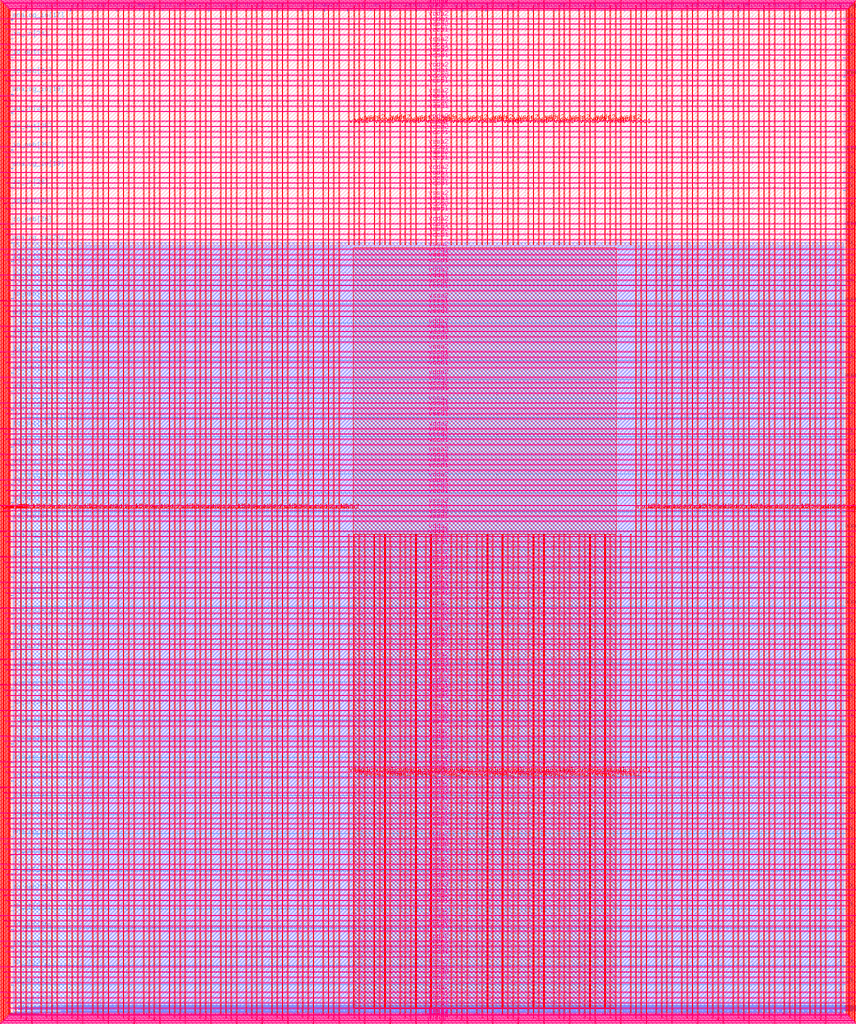
<source format=lef>
VERSION 5.7 ;
  NOWIREEXTENSIONATPIN ON ;
  DIVIDERCHAR "/" ;
  BUSBITCHARS "[]" ;
MACRO user_project_wrapper
  CLASS BLOCK ;
  FOREIGN user_project_wrapper ;
  ORIGIN 0.000 0.000 ;
  SIZE 2920.000 BY 3520.000 ;
  PIN analog_io[0]
    DIRECTION INOUT ;
    USE SIGNAL ;
    PORT
      LAYER met3 ;
        RECT 2917.600 1426.380 2924.800 1427.580 ;
    END
  END analog_io[0]
  PIN analog_io[10]
    DIRECTION INOUT ;
    USE SIGNAL ;
    PORT
      LAYER met2 ;
        RECT 2230.490 3517.600 2231.050 3524.800 ;
    END
  END analog_io[10]
  PIN analog_io[11]
    DIRECTION INOUT ;
    USE SIGNAL ;
    PORT
      LAYER met2 ;
        RECT 1905.730 3517.600 1906.290 3524.800 ;
    END
  END analog_io[11]
  PIN analog_io[12]
    DIRECTION INOUT ;
    USE SIGNAL ;
    PORT
      LAYER met2 ;
        RECT 1581.430 3517.600 1581.990 3524.800 ;
    END
  END analog_io[12]
  PIN analog_io[13]
    DIRECTION INOUT ;
    USE SIGNAL ;
    PORT
      LAYER met2 ;
        RECT 1257.130 3517.600 1257.690 3524.800 ;
    END
  END analog_io[13]
  PIN analog_io[14]
    DIRECTION INOUT ;
    USE SIGNAL ;
    PORT
      LAYER met2 ;
        RECT 932.370 3517.600 932.930 3524.800 ;
    END
  END analog_io[14]
  PIN analog_io[15]
    DIRECTION INOUT ;
    USE SIGNAL ;
    PORT
      LAYER met2 ;
        RECT 608.070 3517.600 608.630 3524.800 ;
    END
  END analog_io[15]
  PIN analog_io[16]
    DIRECTION INOUT ;
    USE SIGNAL ;
    PORT
      LAYER met2 ;
        RECT 283.770 3517.600 284.330 3524.800 ;
    END
  END analog_io[16]
  PIN analog_io[17]
    DIRECTION INOUT ;
    USE SIGNAL ;
    PORT
      LAYER met3 ;
        RECT -4.800 3486.100 2.400 3487.300 ;
    END
  END analog_io[17]
  PIN analog_io[18]
    DIRECTION INOUT ;
    USE SIGNAL ;
    PORT
      LAYER met3 ;
        RECT -4.800 3224.980 2.400 3226.180 ;
    END
  END analog_io[18]
  PIN analog_io[19]
    DIRECTION INOUT ;
    USE SIGNAL ;
    PORT
      LAYER met3 ;
        RECT -4.800 2964.540 2.400 2965.740 ;
    END
  END analog_io[19]
  PIN analog_io[1]
    DIRECTION INOUT ;
    USE SIGNAL ;
    PORT
      LAYER met3 ;
        RECT 2917.600 1692.260 2924.800 1693.460 ;
    END
  END analog_io[1]
  PIN analog_io[20]
    DIRECTION INOUT ;
    USE SIGNAL ;
    PORT
      LAYER met3 ;
        RECT -4.800 2703.420 2.400 2704.620 ;
    END
  END analog_io[20]
  PIN analog_io[21]
    DIRECTION INOUT ;
    USE SIGNAL ;
    PORT
      LAYER met3 ;
        RECT -4.800 2442.980 2.400 2444.180 ;
    END
  END analog_io[21]
  PIN analog_io[22]
    DIRECTION INOUT ;
    USE SIGNAL ;
    PORT
      LAYER met3 ;
        RECT -4.800 2182.540 2.400 2183.740 ;
    END
  END analog_io[22]
  PIN analog_io[23]
    DIRECTION INOUT ;
    USE SIGNAL ;
    PORT
      LAYER met3 ;
        RECT -4.800 1921.420 2.400 1922.620 ;
    END
  END analog_io[23]
  PIN analog_io[24]
    DIRECTION INOUT ;
    USE SIGNAL ;
    PORT
      LAYER met3 ;
        RECT -4.800 1660.980 2.400 1662.180 ;
    END
  END analog_io[24]
  PIN analog_io[25]
    DIRECTION INOUT ;
    USE SIGNAL ;
    PORT
      LAYER met3 ;
        RECT -4.800 1399.860 2.400 1401.060 ;
    END
  END analog_io[25]
  PIN analog_io[26]
    DIRECTION INOUT ;
    USE SIGNAL ;
    PORT
      LAYER met3 ;
        RECT -4.800 1139.420 2.400 1140.620 ;
    END
  END analog_io[26]
  PIN analog_io[27]
    DIRECTION INOUT ;
    USE SIGNAL ;
    PORT
      LAYER met3 ;
        RECT -4.800 878.980 2.400 880.180 ;
    END
  END analog_io[27]
  PIN analog_io[28]
    DIRECTION INOUT ;
    USE SIGNAL ;
    PORT
      LAYER met3 ;
        RECT -4.800 617.860 2.400 619.060 ;
    END
  END analog_io[28]
  PIN analog_io[2]
    DIRECTION INOUT ;
    USE SIGNAL ;
    PORT
      LAYER met3 ;
        RECT 2917.600 1958.140 2924.800 1959.340 ;
    END
  END analog_io[2]
  PIN analog_io[3]
    DIRECTION INOUT ;
    USE SIGNAL ;
    PORT
      LAYER met3 ;
        RECT 2917.600 2223.340 2924.800 2224.540 ;
    END
  END analog_io[3]
  PIN analog_io[4]
    DIRECTION INOUT ;
    USE SIGNAL ;
    PORT
      LAYER met3 ;
        RECT 2917.600 2489.220 2924.800 2490.420 ;
    END
  END analog_io[4]
  PIN analog_io[5]
    DIRECTION INOUT ;
    USE SIGNAL ;
    PORT
      LAYER met3 ;
        RECT 2917.600 2755.100 2924.800 2756.300 ;
    END
  END analog_io[5]
  PIN analog_io[6]
    DIRECTION INOUT ;
    USE SIGNAL ;
    PORT
      LAYER met3 ;
        RECT 2917.600 3020.300 2924.800 3021.500 ;
    END
  END analog_io[6]
  PIN analog_io[7]
    DIRECTION INOUT ;
    USE SIGNAL ;
    PORT
      LAYER met3 ;
        RECT 2917.600 3286.180 2924.800 3287.380 ;
    END
  END analog_io[7]
  PIN analog_io[8]
    DIRECTION INOUT ;
    USE SIGNAL ;
    PORT
      LAYER met2 ;
        RECT 2879.090 3517.600 2879.650 3524.800 ;
    END
  END analog_io[8]
  PIN analog_io[9]
    DIRECTION INOUT ;
    USE SIGNAL ;
    PORT
      LAYER met2 ;
        RECT 2554.790 3517.600 2555.350 3524.800 ;
    END
  END analog_io[9]
  PIN io_in[0]
    DIRECTION INPUT ;
    USE SIGNAL ;
    PORT
      LAYER met3 ;
        RECT 2917.600 32.380 2924.800 33.580 ;
    END
  END io_in[0]
  PIN io_in[10]
    DIRECTION INPUT ;
    USE SIGNAL ;
    PORT
      LAYER met3 ;
        RECT 2917.600 2289.980 2924.800 2291.180 ;
    END
  END io_in[10]
  PIN io_in[11]
    DIRECTION INPUT ;
    USE SIGNAL ;
    PORT
      LAYER met3 ;
        RECT 2917.600 2555.860 2924.800 2557.060 ;
    END
  END io_in[11]
  PIN io_in[12]
    DIRECTION INPUT ;
    USE SIGNAL ;
    PORT
      LAYER met3 ;
        RECT 2917.600 2821.060 2924.800 2822.260 ;
    END
  END io_in[12]
  PIN io_in[13]
    DIRECTION INPUT ;
    USE SIGNAL ;
    PORT
      LAYER met3 ;
        RECT 2917.600 3086.940 2924.800 3088.140 ;
    END
  END io_in[13]
  PIN io_in[14]
    DIRECTION INPUT ;
    USE SIGNAL ;
    PORT
      LAYER met3 ;
        RECT 2917.600 3352.820 2924.800 3354.020 ;
    END
  END io_in[14]
  PIN io_in[15]
    DIRECTION INPUT ;
    USE SIGNAL ;
    PORT
      LAYER met2 ;
        RECT 2798.130 3517.600 2798.690 3524.800 ;
    END
  END io_in[15]
  PIN io_in[16]
    DIRECTION INPUT ;
    USE SIGNAL ;
    PORT
      LAYER met2 ;
        RECT 2473.830 3517.600 2474.390 3524.800 ;
    END
  END io_in[16]
  PIN io_in[17]
    DIRECTION INPUT ;
    USE SIGNAL ;
    PORT
      LAYER met2 ;
        RECT 2149.070 3517.600 2149.630 3524.800 ;
    END
  END io_in[17]
  PIN io_in[18]
    DIRECTION INPUT ;
    USE SIGNAL ;
    PORT
      LAYER met2 ;
        RECT 1824.770 3517.600 1825.330 3524.800 ;
    END
  END io_in[18]
  PIN io_in[19]
    DIRECTION INPUT ;
    USE SIGNAL ;
    PORT
      LAYER met2 ;
        RECT 1500.470 3517.600 1501.030 3524.800 ;
    END
  END io_in[19]
  PIN io_in[1]
    DIRECTION INPUT ;
    USE SIGNAL ;
    PORT
      LAYER met3 ;
        RECT 2917.600 230.940 2924.800 232.140 ;
    END
  END io_in[1]
  PIN io_in[20]
    DIRECTION INPUT ;
    USE SIGNAL ;
    PORT
      LAYER met2 ;
        RECT 1175.710 3517.600 1176.270 3524.800 ;
    END
  END io_in[20]
  PIN io_in[21]
    DIRECTION INPUT ;
    USE SIGNAL ;
    PORT
      LAYER met2 ;
        RECT 851.410 3517.600 851.970 3524.800 ;
    END
  END io_in[21]
  PIN io_in[22]
    DIRECTION INPUT ;
    USE SIGNAL ;
    PORT
      LAYER met2 ;
        RECT 527.110 3517.600 527.670 3524.800 ;
    END
  END io_in[22]
  PIN io_in[23]
    DIRECTION INPUT ;
    USE SIGNAL ;
    PORT
      LAYER met2 ;
        RECT 202.350 3517.600 202.910 3524.800 ;
    END
  END io_in[23]
  PIN io_in[24]
    DIRECTION INPUT ;
    USE SIGNAL ;
    PORT
      LAYER met3 ;
        RECT -4.800 3420.820 2.400 3422.020 ;
    END
  END io_in[24]
  PIN io_in[25]
    DIRECTION INPUT ;
    USE SIGNAL ;
    PORT
      LAYER met3 ;
        RECT -4.800 3159.700 2.400 3160.900 ;
    END
  END io_in[25]
  PIN io_in[26]
    DIRECTION INPUT ;
    USE SIGNAL ;
    PORT
      LAYER met3 ;
        RECT -4.800 2899.260 2.400 2900.460 ;
    END
  END io_in[26]
  PIN io_in[27]
    DIRECTION INPUT ;
    USE SIGNAL ;
    PORT
      LAYER met3 ;
        RECT -4.800 2638.820 2.400 2640.020 ;
    END
  END io_in[27]
  PIN io_in[28]
    DIRECTION INPUT ;
    USE SIGNAL ;
    PORT
      LAYER met3 ;
        RECT -4.800 2377.700 2.400 2378.900 ;
    END
  END io_in[28]
  PIN io_in[29]
    DIRECTION INPUT ;
    USE SIGNAL ;
    PORT
      LAYER met3 ;
        RECT -4.800 2117.260 2.400 2118.460 ;
    END
  END io_in[29]
  PIN io_in[2]
    DIRECTION INPUT ;
    USE SIGNAL ;
    PORT
      LAYER met3 ;
        RECT 2917.600 430.180 2924.800 431.380 ;
    END
  END io_in[2]
  PIN io_in[30]
    DIRECTION INPUT ;
    USE SIGNAL ;
    PORT
      LAYER met3 ;
        RECT -4.800 1856.140 2.400 1857.340 ;
    END
  END io_in[30]
  PIN io_in[31]
    DIRECTION INPUT ;
    USE SIGNAL ;
    PORT
      LAYER met3 ;
        RECT -4.800 1595.700 2.400 1596.900 ;
    END
  END io_in[31]
  PIN io_in[32]
    DIRECTION INPUT ;
    USE SIGNAL ;
    PORT
      LAYER met3 ;
        RECT -4.800 1335.260 2.400 1336.460 ;
    END
  END io_in[32]
  PIN io_in[33]
    DIRECTION INPUT ;
    USE SIGNAL ;
    PORT
      LAYER met3 ;
        RECT -4.800 1074.140 2.400 1075.340 ;
    END
  END io_in[33]
  PIN io_in[34]
    DIRECTION INPUT ;
    USE SIGNAL ;
    PORT
      LAYER met3 ;
        RECT -4.800 813.700 2.400 814.900 ;
    END
  END io_in[34]
  PIN io_in[35]
    DIRECTION INPUT ;
    USE SIGNAL ;
    PORT
      LAYER met3 ;
        RECT -4.800 552.580 2.400 553.780 ;
    END
  END io_in[35]
  PIN io_in[36]
    DIRECTION INPUT ;
    USE SIGNAL ;
    PORT
      LAYER met3 ;
        RECT -4.800 357.420 2.400 358.620 ;
    END
  END io_in[36]
  PIN io_in[37]
    DIRECTION INPUT ;
    USE SIGNAL ;
    PORT
      LAYER met3 ;
        RECT -4.800 161.580 2.400 162.780 ;
    END
  END io_in[37]
  PIN io_in[3]
    DIRECTION INPUT ;
    USE SIGNAL ;
    PORT
      LAYER met3 ;
        RECT 2917.600 629.420 2924.800 630.620 ;
    END
  END io_in[3]
  PIN io_in[4]
    DIRECTION INPUT ;
    USE SIGNAL ;
    PORT
      LAYER met3 ;
        RECT 2917.600 828.660 2924.800 829.860 ;
    END
  END io_in[4]
  PIN io_in[5]
    DIRECTION INPUT ;
    USE SIGNAL ;
    PORT
      LAYER met3 ;
        RECT 2917.600 1027.900 2924.800 1029.100 ;
    END
  END io_in[5]
  PIN io_in[6]
    DIRECTION INPUT ;
    USE SIGNAL ;
    PORT
      LAYER met3 ;
        RECT 2917.600 1227.140 2924.800 1228.340 ;
    END
  END io_in[6]
  PIN io_in[7]
    DIRECTION INPUT ;
    USE SIGNAL ;
    PORT
      LAYER met3 ;
        RECT 2917.600 1493.020 2924.800 1494.220 ;
    END
  END io_in[7]
  PIN io_in[8]
    DIRECTION INPUT ;
    USE SIGNAL ;
    PORT
      LAYER met3 ;
        RECT 2917.600 1758.900 2924.800 1760.100 ;
    END
  END io_in[8]
  PIN io_in[9]
    DIRECTION INPUT ;
    USE SIGNAL ;
    PORT
      LAYER met3 ;
        RECT 2917.600 2024.100 2924.800 2025.300 ;
    END
  END io_in[9]
  PIN io_oeb[0]
    DIRECTION OUTPUT TRISTATE ;
    USE SIGNAL ;
    PORT
      LAYER met3 ;
        RECT 2917.600 164.980 2924.800 166.180 ;
    END
  END io_oeb[0]
  PIN io_oeb[10]
    DIRECTION OUTPUT TRISTATE ;
    USE SIGNAL ;
    PORT
      LAYER met3 ;
        RECT 2917.600 2422.580 2924.800 2423.780 ;
    END
  END io_oeb[10]
  PIN io_oeb[11]
    DIRECTION OUTPUT TRISTATE ;
    USE SIGNAL ;
    PORT
      LAYER met3 ;
        RECT 2917.600 2688.460 2924.800 2689.660 ;
    END
  END io_oeb[11]
  PIN io_oeb[12]
    DIRECTION OUTPUT TRISTATE ;
    USE SIGNAL ;
    PORT
      LAYER met3 ;
        RECT 2917.600 2954.340 2924.800 2955.540 ;
    END
  END io_oeb[12]
  PIN io_oeb[13]
    DIRECTION OUTPUT TRISTATE ;
    USE SIGNAL ;
    PORT
      LAYER met3 ;
        RECT 2917.600 3219.540 2924.800 3220.740 ;
    END
  END io_oeb[13]
  PIN io_oeb[14]
    DIRECTION OUTPUT TRISTATE ;
    USE SIGNAL ;
    PORT
      LAYER met3 ;
        RECT 2917.600 3485.420 2924.800 3486.620 ;
    END
  END io_oeb[14]
  PIN io_oeb[15]
    DIRECTION OUTPUT TRISTATE ;
    USE SIGNAL ;
    PORT
      LAYER met2 ;
        RECT 2635.750 3517.600 2636.310 3524.800 ;
    END
  END io_oeb[15]
  PIN io_oeb[16]
    DIRECTION OUTPUT TRISTATE ;
    USE SIGNAL ;
    PORT
      LAYER met2 ;
        RECT 2311.450 3517.600 2312.010 3524.800 ;
    END
  END io_oeb[16]
  PIN io_oeb[17]
    DIRECTION OUTPUT TRISTATE ;
    USE SIGNAL ;
    PORT
      LAYER met2 ;
        RECT 1987.150 3517.600 1987.710 3524.800 ;
    END
  END io_oeb[17]
  PIN io_oeb[18]
    DIRECTION OUTPUT TRISTATE ;
    USE SIGNAL ;
    PORT
      LAYER met2 ;
        RECT 1662.390 3517.600 1662.950 3524.800 ;
    END
  END io_oeb[18]
  PIN io_oeb[19]
    DIRECTION OUTPUT TRISTATE ;
    USE SIGNAL ;
    PORT
      LAYER met2 ;
        RECT 1338.090 3517.600 1338.650 3524.800 ;
    END
  END io_oeb[19]
  PIN io_oeb[1]
    DIRECTION OUTPUT TRISTATE ;
    USE SIGNAL ;
    PORT
      LAYER met3 ;
        RECT 2917.600 364.220 2924.800 365.420 ;
    END
  END io_oeb[1]
  PIN io_oeb[20]
    DIRECTION OUTPUT TRISTATE ;
    USE SIGNAL ;
    PORT
      LAYER met2 ;
        RECT 1013.790 3517.600 1014.350 3524.800 ;
    END
  END io_oeb[20]
  PIN io_oeb[21]
    DIRECTION OUTPUT TRISTATE ;
    USE SIGNAL ;
    PORT
      LAYER met2 ;
        RECT 689.030 3517.600 689.590 3524.800 ;
    END
  END io_oeb[21]
  PIN io_oeb[22]
    DIRECTION OUTPUT TRISTATE ;
    USE SIGNAL ;
    PORT
      LAYER met2 ;
        RECT 364.730 3517.600 365.290 3524.800 ;
    END
  END io_oeb[22]
  PIN io_oeb[23]
    DIRECTION OUTPUT TRISTATE ;
    USE SIGNAL ;
    PORT
      LAYER met2 ;
        RECT 40.430 3517.600 40.990 3524.800 ;
    END
  END io_oeb[23]
  PIN io_oeb[24]
    DIRECTION OUTPUT TRISTATE ;
    USE SIGNAL ;
    PORT
      LAYER met3 ;
        RECT -4.800 3290.260 2.400 3291.460 ;
    END
  END io_oeb[24]
  PIN io_oeb[25]
    DIRECTION OUTPUT TRISTATE ;
    USE SIGNAL ;
    PORT
      LAYER met3 ;
        RECT -4.800 3029.820 2.400 3031.020 ;
    END
  END io_oeb[25]
  PIN io_oeb[26]
    DIRECTION OUTPUT TRISTATE ;
    USE SIGNAL ;
    PORT
      LAYER met3 ;
        RECT -4.800 2768.700 2.400 2769.900 ;
    END
  END io_oeb[26]
  PIN io_oeb[27]
    DIRECTION OUTPUT TRISTATE ;
    USE SIGNAL ;
    PORT
      LAYER met3 ;
        RECT -4.800 2508.260 2.400 2509.460 ;
    END
  END io_oeb[27]
  PIN io_oeb[28]
    DIRECTION OUTPUT TRISTATE ;
    USE SIGNAL ;
    PORT
      LAYER met3 ;
        RECT -4.800 2247.140 2.400 2248.340 ;
    END
  END io_oeb[28]
  PIN io_oeb[29]
    DIRECTION OUTPUT TRISTATE ;
    USE SIGNAL ;
    PORT
      LAYER met3 ;
        RECT -4.800 1986.700 2.400 1987.900 ;
    END
  END io_oeb[29]
  PIN io_oeb[2]
    DIRECTION OUTPUT TRISTATE ;
    USE SIGNAL ;
    PORT
      LAYER met3 ;
        RECT 2917.600 563.460 2924.800 564.660 ;
    END
  END io_oeb[2]
  PIN io_oeb[30]
    DIRECTION OUTPUT TRISTATE ;
    USE SIGNAL ;
    PORT
      LAYER met3 ;
        RECT -4.800 1726.260 2.400 1727.460 ;
    END
  END io_oeb[30]
  PIN io_oeb[31]
    DIRECTION OUTPUT TRISTATE ;
    USE SIGNAL ;
    PORT
      LAYER met3 ;
        RECT -4.800 1465.140 2.400 1466.340 ;
    END
  END io_oeb[31]
  PIN io_oeb[32]
    DIRECTION OUTPUT TRISTATE ;
    USE SIGNAL ;
    PORT
      LAYER met3 ;
        RECT -4.800 1204.700 2.400 1205.900 ;
    END
  END io_oeb[32]
  PIN io_oeb[33]
    DIRECTION OUTPUT TRISTATE ;
    USE SIGNAL ;
    PORT
      LAYER met3 ;
        RECT -4.800 943.580 2.400 944.780 ;
    END
  END io_oeb[33]
  PIN io_oeb[34]
    DIRECTION OUTPUT TRISTATE ;
    USE SIGNAL ;
    PORT
      LAYER met3 ;
        RECT -4.800 683.140 2.400 684.340 ;
    END
  END io_oeb[34]
  PIN io_oeb[35]
    DIRECTION OUTPUT TRISTATE ;
    USE SIGNAL ;
    PORT
      LAYER met3 ;
        RECT -4.800 422.700 2.400 423.900 ;
    END
  END io_oeb[35]
  PIN io_oeb[36]
    DIRECTION OUTPUT TRISTATE ;
    USE SIGNAL ;
    PORT
      LAYER met3 ;
        RECT -4.800 226.860 2.400 228.060 ;
    END
  END io_oeb[36]
  PIN io_oeb[37]
    DIRECTION OUTPUT TRISTATE ;
    USE SIGNAL ;
    PORT
      LAYER met3 ;
        RECT -4.800 31.700 2.400 32.900 ;
    END
  END io_oeb[37]
  PIN io_oeb[3]
    DIRECTION OUTPUT TRISTATE ;
    USE SIGNAL ;
    PORT
      LAYER met3 ;
        RECT 2917.600 762.700 2924.800 763.900 ;
    END
  END io_oeb[3]
  PIN io_oeb[4]
    DIRECTION OUTPUT TRISTATE ;
    USE SIGNAL ;
    PORT
      LAYER met3 ;
        RECT 2917.600 961.940 2924.800 963.140 ;
    END
  END io_oeb[4]
  PIN io_oeb[5]
    DIRECTION OUTPUT TRISTATE ;
    USE SIGNAL ;
    PORT
      LAYER met3 ;
        RECT 2917.600 1161.180 2924.800 1162.380 ;
    END
  END io_oeb[5]
  PIN io_oeb[6]
    DIRECTION OUTPUT TRISTATE ;
    USE SIGNAL ;
    PORT
      LAYER met3 ;
        RECT 2917.600 1360.420 2924.800 1361.620 ;
    END
  END io_oeb[6]
  PIN io_oeb[7]
    DIRECTION OUTPUT TRISTATE ;
    USE SIGNAL ;
    PORT
      LAYER met3 ;
        RECT 2917.600 1625.620 2924.800 1626.820 ;
    END
  END io_oeb[7]
  PIN io_oeb[8]
    DIRECTION OUTPUT TRISTATE ;
    USE SIGNAL ;
    PORT
      LAYER met3 ;
        RECT 2917.600 1891.500 2924.800 1892.700 ;
    END
  END io_oeb[8]
  PIN io_oeb[9]
    DIRECTION OUTPUT TRISTATE ;
    USE SIGNAL ;
    PORT
      LAYER met3 ;
        RECT 2917.600 2157.380 2924.800 2158.580 ;
    END
  END io_oeb[9]
  PIN io_out[0]
    DIRECTION OUTPUT TRISTATE ;
    USE SIGNAL ;
    PORT
      LAYER met3 ;
        RECT 2917.600 98.340 2924.800 99.540 ;
    END
  END io_out[0]
  PIN io_out[10]
    DIRECTION OUTPUT TRISTATE ;
    USE SIGNAL ;
    PORT
      LAYER met3 ;
        RECT 2917.600 2356.620 2924.800 2357.820 ;
    END
  END io_out[10]
  PIN io_out[11]
    DIRECTION OUTPUT TRISTATE ;
    USE SIGNAL ;
    PORT
      LAYER met3 ;
        RECT 2917.600 2621.820 2924.800 2623.020 ;
    END
  END io_out[11]
  PIN io_out[12]
    DIRECTION OUTPUT TRISTATE ;
    USE SIGNAL ;
    PORT
      LAYER met3 ;
        RECT 2917.600 2887.700 2924.800 2888.900 ;
    END
  END io_out[12]
  PIN io_out[13]
    DIRECTION OUTPUT TRISTATE ;
    USE SIGNAL ;
    PORT
      LAYER met3 ;
        RECT 2917.600 3153.580 2924.800 3154.780 ;
    END
  END io_out[13]
  PIN io_out[14]
    DIRECTION OUTPUT TRISTATE ;
    USE SIGNAL ;
    PORT
      LAYER met3 ;
        RECT 2917.600 3418.780 2924.800 3419.980 ;
    END
  END io_out[14]
  PIN io_out[15]
    DIRECTION OUTPUT TRISTATE ;
    USE SIGNAL ;
    PORT
      LAYER met2 ;
        RECT 2717.170 3517.600 2717.730 3524.800 ;
    END
  END io_out[15]
  PIN io_out[16]
    DIRECTION OUTPUT TRISTATE ;
    USE SIGNAL ;
    PORT
      LAYER met2 ;
        RECT 2392.410 3517.600 2392.970 3524.800 ;
    END
  END io_out[16]
  PIN io_out[17]
    DIRECTION OUTPUT TRISTATE ;
    USE SIGNAL ;
    PORT
      LAYER met2 ;
        RECT 2068.110 3517.600 2068.670 3524.800 ;
    END
  END io_out[17]
  PIN io_out[18]
    DIRECTION OUTPUT TRISTATE ;
    USE SIGNAL ;
    PORT
      LAYER met2 ;
        RECT 1743.810 3517.600 1744.370 3524.800 ;
    END
  END io_out[18]
  PIN io_out[19]
    DIRECTION OUTPUT TRISTATE ;
    USE SIGNAL ;
    PORT
      LAYER met2 ;
        RECT 1419.050 3517.600 1419.610 3524.800 ;
    END
  END io_out[19]
  PIN io_out[1]
    DIRECTION OUTPUT TRISTATE ;
    USE SIGNAL ;
    PORT
      LAYER met3 ;
        RECT 2917.600 297.580 2924.800 298.780 ;
    END
  END io_out[1]
  PIN io_out[20]
    DIRECTION OUTPUT TRISTATE ;
    USE SIGNAL ;
    PORT
      LAYER met2 ;
        RECT 1094.750 3517.600 1095.310 3524.800 ;
    END
  END io_out[20]
  PIN io_out[21]
    DIRECTION OUTPUT TRISTATE ;
    USE SIGNAL ;
    PORT
      LAYER met2 ;
        RECT 770.450 3517.600 771.010 3524.800 ;
    END
  END io_out[21]
  PIN io_out[22]
    DIRECTION OUTPUT TRISTATE ;
    USE SIGNAL ;
    PORT
      LAYER met2 ;
        RECT 445.690 3517.600 446.250 3524.800 ;
    END
  END io_out[22]
  PIN io_out[23]
    DIRECTION OUTPUT TRISTATE ;
    USE SIGNAL ;
    PORT
      LAYER met2 ;
        RECT 121.390 3517.600 121.950 3524.800 ;
    END
  END io_out[23]
  PIN io_out[24]
    DIRECTION OUTPUT TRISTATE ;
    USE SIGNAL ;
    PORT
      LAYER met3 ;
        RECT -4.800 3355.540 2.400 3356.740 ;
    END
  END io_out[24]
  PIN io_out[25]
    DIRECTION OUTPUT TRISTATE ;
    USE SIGNAL ;
    PORT
      LAYER met3 ;
        RECT -4.800 3095.100 2.400 3096.300 ;
    END
  END io_out[25]
  PIN io_out[26]
    DIRECTION OUTPUT TRISTATE ;
    USE SIGNAL ;
    PORT
      LAYER met3 ;
        RECT -4.800 2833.980 2.400 2835.180 ;
    END
  END io_out[26]
  PIN io_out[27]
    DIRECTION OUTPUT TRISTATE ;
    USE SIGNAL ;
    PORT
      LAYER met3 ;
        RECT -4.800 2573.540 2.400 2574.740 ;
    END
  END io_out[27]
  PIN io_out[28]
    DIRECTION OUTPUT TRISTATE ;
    USE SIGNAL ;
    PORT
      LAYER met3 ;
        RECT -4.800 2312.420 2.400 2313.620 ;
    END
  END io_out[28]
  PIN io_out[29]
    DIRECTION OUTPUT TRISTATE ;
    USE SIGNAL ;
    PORT
      LAYER met3 ;
        RECT -4.800 2051.980 2.400 2053.180 ;
    END
  END io_out[29]
  PIN io_out[2]
    DIRECTION OUTPUT TRISTATE ;
    USE SIGNAL ;
    PORT
      LAYER met3 ;
        RECT 2917.600 496.820 2924.800 498.020 ;
    END
  END io_out[2]
  PIN io_out[30]
    DIRECTION OUTPUT TRISTATE ;
    USE SIGNAL ;
    PORT
      LAYER met3 ;
        RECT -4.800 1791.540 2.400 1792.740 ;
    END
  END io_out[30]
  PIN io_out[31]
    DIRECTION OUTPUT TRISTATE ;
    USE SIGNAL ;
    PORT
      LAYER met3 ;
        RECT -4.800 1530.420 2.400 1531.620 ;
    END
  END io_out[31]
  PIN io_out[32]
    DIRECTION OUTPUT TRISTATE ;
    USE SIGNAL ;
    PORT
      LAYER met3 ;
        RECT -4.800 1269.980 2.400 1271.180 ;
    END
  END io_out[32]
  PIN io_out[33]
    DIRECTION OUTPUT TRISTATE ;
    USE SIGNAL ;
    PORT
      LAYER met3 ;
        RECT -4.800 1008.860 2.400 1010.060 ;
    END
  END io_out[33]
  PIN io_out[34]
    DIRECTION OUTPUT TRISTATE ;
    USE SIGNAL ;
    PORT
      LAYER met3 ;
        RECT -4.800 748.420 2.400 749.620 ;
    END
  END io_out[34]
  PIN io_out[35]
    DIRECTION OUTPUT TRISTATE ;
    USE SIGNAL ;
    PORT
      LAYER met3 ;
        RECT -4.800 487.300 2.400 488.500 ;
    END
  END io_out[35]
  PIN io_out[36]
    DIRECTION OUTPUT TRISTATE ;
    USE SIGNAL ;
    PORT
      LAYER met3 ;
        RECT -4.800 292.140 2.400 293.340 ;
    END
  END io_out[36]
  PIN io_out[37]
    DIRECTION OUTPUT TRISTATE ;
    USE SIGNAL ;
    PORT
      LAYER met3 ;
        RECT -4.800 96.300 2.400 97.500 ;
    END
  END io_out[37]
  PIN io_out[3]
    DIRECTION OUTPUT TRISTATE ;
    USE SIGNAL ;
    PORT
      LAYER met3 ;
        RECT 2917.600 696.060 2924.800 697.260 ;
    END
  END io_out[3]
  PIN io_out[4]
    DIRECTION OUTPUT TRISTATE ;
    USE SIGNAL ;
    PORT
      LAYER met3 ;
        RECT 2917.600 895.300 2924.800 896.500 ;
    END
  END io_out[4]
  PIN io_out[5]
    DIRECTION OUTPUT TRISTATE ;
    USE SIGNAL ;
    PORT
      LAYER met3 ;
        RECT 2917.600 1094.540 2924.800 1095.740 ;
    END
  END io_out[5]
  PIN io_out[6]
    DIRECTION OUTPUT TRISTATE ;
    USE SIGNAL ;
    PORT
      LAYER met3 ;
        RECT 2917.600 1293.780 2924.800 1294.980 ;
    END
  END io_out[6]
  PIN io_out[7]
    DIRECTION OUTPUT TRISTATE ;
    USE SIGNAL ;
    PORT
      LAYER met3 ;
        RECT 2917.600 1559.660 2924.800 1560.860 ;
    END
  END io_out[7]
  PIN io_out[8]
    DIRECTION OUTPUT TRISTATE ;
    USE SIGNAL ;
    PORT
      LAYER met3 ;
        RECT 2917.600 1824.860 2924.800 1826.060 ;
    END
  END io_out[8]
  PIN io_out[9]
    DIRECTION OUTPUT TRISTATE ;
    USE SIGNAL ;
    PORT
      LAYER met3 ;
        RECT 2917.600 2090.740 2924.800 2091.940 ;
    END
  END io_out[9]
  PIN la_data_in[0]
    DIRECTION INPUT ;
    USE SIGNAL ;
    PORT
      LAYER met2 ;
        RECT 629.230 -4.800 629.790 2.400 ;
    END
  END la_data_in[0]
  PIN la_data_in[100]
    DIRECTION INPUT ;
    USE SIGNAL ;
    PORT
      LAYER met2 ;
        RECT 2402.530 -4.800 2403.090 2.400 ;
    END
  END la_data_in[100]
  PIN la_data_in[101]
    DIRECTION INPUT ;
    USE SIGNAL ;
    PORT
      LAYER met2 ;
        RECT 2420.010 -4.800 2420.570 2.400 ;
    END
  END la_data_in[101]
  PIN la_data_in[102]
    DIRECTION INPUT ;
    USE SIGNAL ;
    PORT
      LAYER met2 ;
        RECT 2437.950 -4.800 2438.510 2.400 ;
    END
  END la_data_in[102]
  PIN la_data_in[103]
    DIRECTION INPUT ;
    USE SIGNAL ;
    PORT
      LAYER met2 ;
        RECT 2455.430 -4.800 2455.990 2.400 ;
    END
  END la_data_in[103]
  PIN la_data_in[104]
    DIRECTION INPUT ;
    USE SIGNAL ;
    PORT
      LAYER met2 ;
        RECT 2473.370 -4.800 2473.930 2.400 ;
    END
  END la_data_in[104]
  PIN la_data_in[105]
    DIRECTION INPUT ;
    USE SIGNAL ;
    PORT
      LAYER met2 ;
        RECT 2490.850 -4.800 2491.410 2.400 ;
    END
  END la_data_in[105]
  PIN la_data_in[106]
    DIRECTION INPUT ;
    USE SIGNAL ;
    PORT
      LAYER met2 ;
        RECT 2508.790 -4.800 2509.350 2.400 ;
    END
  END la_data_in[106]
  PIN la_data_in[107]
    DIRECTION INPUT ;
    USE SIGNAL ;
    PORT
      LAYER met2 ;
        RECT 2526.730 -4.800 2527.290 2.400 ;
    END
  END la_data_in[107]
  PIN la_data_in[108]
    DIRECTION INPUT ;
    USE SIGNAL ;
    PORT
      LAYER met2 ;
        RECT 2544.210 -4.800 2544.770 2.400 ;
    END
  END la_data_in[108]
  PIN la_data_in[109]
    DIRECTION INPUT ;
    USE SIGNAL ;
    PORT
      LAYER met2 ;
        RECT 2562.150 -4.800 2562.710 2.400 ;
    END
  END la_data_in[109]
  PIN la_data_in[10]
    DIRECTION INPUT ;
    USE SIGNAL ;
    PORT
      LAYER met2 ;
        RECT 806.330 -4.800 806.890 2.400 ;
    END
  END la_data_in[10]
  PIN la_data_in[110]
    DIRECTION INPUT ;
    USE SIGNAL ;
    PORT
      LAYER met2 ;
        RECT 2579.630 -4.800 2580.190 2.400 ;
    END
  END la_data_in[110]
  PIN la_data_in[111]
    DIRECTION INPUT ;
    USE SIGNAL ;
    PORT
      LAYER met2 ;
        RECT 2597.570 -4.800 2598.130 2.400 ;
    END
  END la_data_in[111]
  PIN la_data_in[112]
    DIRECTION INPUT ;
    USE SIGNAL ;
    PORT
      LAYER met2 ;
        RECT 2615.050 -4.800 2615.610 2.400 ;
    END
  END la_data_in[112]
  PIN la_data_in[113]
    DIRECTION INPUT ;
    USE SIGNAL ;
    PORT
      LAYER met2 ;
        RECT 2632.990 -4.800 2633.550 2.400 ;
    END
  END la_data_in[113]
  PIN la_data_in[114]
    DIRECTION INPUT ;
    USE SIGNAL ;
    PORT
      LAYER met2 ;
        RECT 2650.470 -4.800 2651.030 2.400 ;
    END
  END la_data_in[114]
  PIN la_data_in[115]
    DIRECTION INPUT ;
    USE SIGNAL ;
    PORT
      LAYER met2 ;
        RECT 2668.410 -4.800 2668.970 2.400 ;
    END
  END la_data_in[115]
  PIN la_data_in[116]
    DIRECTION INPUT ;
    USE SIGNAL ;
    PORT
      LAYER met2 ;
        RECT 2685.890 -4.800 2686.450 2.400 ;
    END
  END la_data_in[116]
  PIN la_data_in[117]
    DIRECTION INPUT ;
    USE SIGNAL ;
    PORT
      LAYER met2 ;
        RECT 2703.830 -4.800 2704.390 2.400 ;
    END
  END la_data_in[117]
  PIN la_data_in[118]
    DIRECTION INPUT ;
    USE SIGNAL ;
    PORT
      LAYER met2 ;
        RECT 2721.770 -4.800 2722.330 2.400 ;
    END
  END la_data_in[118]
  PIN la_data_in[119]
    DIRECTION INPUT ;
    USE SIGNAL ;
    PORT
      LAYER met2 ;
        RECT 2739.250 -4.800 2739.810 2.400 ;
    END
  END la_data_in[119]
  PIN la_data_in[11]
    DIRECTION INPUT ;
    USE SIGNAL ;
    PORT
      LAYER met2 ;
        RECT 824.270 -4.800 824.830 2.400 ;
    END
  END la_data_in[11]
  PIN la_data_in[120]
    DIRECTION INPUT ;
    USE SIGNAL ;
    PORT
      LAYER met2 ;
        RECT 2757.190 -4.800 2757.750 2.400 ;
    END
  END la_data_in[120]
  PIN la_data_in[121]
    DIRECTION INPUT ;
    USE SIGNAL ;
    PORT
      LAYER met2 ;
        RECT 2774.670 -4.800 2775.230 2.400 ;
    END
  END la_data_in[121]
  PIN la_data_in[122]
    DIRECTION INPUT ;
    USE SIGNAL ;
    PORT
      LAYER met2 ;
        RECT 2792.610 -4.800 2793.170 2.400 ;
    END
  END la_data_in[122]
  PIN la_data_in[123]
    DIRECTION INPUT ;
    USE SIGNAL ;
    PORT
      LAYER met2 ;
        RECT 2810.090 -4.800 2810.650 2.400 ;
    END
  END la_data_in[123]
  PIN la_data_in[124]
    DIRECTION INPUT ;
    USE SIGNAL ;
    PORT
      LAYER met2 ;
        RECT 2828.030 -4.800 2828.590 2.400 ;
    END
  END la_data_in[124]
  PIN la_data_in[125]
    DIRECTION INPUT ;
    USE SIGNAL ;
    PORT
      LAYER met2 ;
        RECT 2845.510 -4.800 2846.070 2.400 ;
    END
  END la_data_in[125]
  PIN la_data_in[126]
    DIRECTION INPUT ;
    USE SIGNAL ;
    PORT
      LAYER met2 ;
        RECT 2863.450 -4.800 2864.010 2.400 ;
    END
  END la_data_in[126]
  PIN la_data_in[127]
    DIRECTION INPUT ;
    USE SIGNAL ;
    PORT
      LAYER met2 ;
        RECT 2881.390 -4.800 2881.950 2.400 ;
    END
  END la_data_in[127]
  PIN la_data_in[12]
    DIRECTION INPUT ;
    USE SIGNAL ;
    PORT
      LAYER met2 ;
        RECT 841.750 -4.800 842.310 2.400 ;
    END
  END la_data_in[12]
  PIN la_data_in[13]
    DIRECTION INPUT ;
    USE SIGNAL ;
    PORT
      LAYER met2 ;
        RECT 859.690 -4.800 860.250 2.400 ;
    END
  END la_data_in[13]
  PIN la_data_in[14]
    DIRECTION INPUT ;
    USE SIGNAL ;
    PORT
      LAYER met2 ;
        RECT 877.170 -4.800 877.730 2.400 ;
    END
  END la_data_in[14]
  PIN la_data_in[15]
    DIRECTION INPUT ;
    USE SIGNAL ;
    PORT
      LAYER met2 ;
        RECT 895.110 -4.800 895.670 2.400 ;
    END
  END la_data_in[15]
  PIN la_data_in[16]
    DIRECTION INPUT ;
    USE SIGNAL ;
    PORT
      LAYER met2 ;
        RECT 912.590 -4.800 913.150 2.400 ;
    END
  END la_data_in[16]
  PIN la_data_in[17]
    DIRECTION INPUT ;
    USE SIGNAL ;
    PORT
      LAYER met2 ;
        RECT 930.530 -4.800 931.090 2.400 ;
    END
  END la_data_in[17]
  PIN la_data_in[18]
    DIRECTION INPUT ;
    USE SIGNAL ;
    PORT
      LAYER met2 ;
        RECT 948.470 -4.800 949.030 2.400 ;
    END
  END la_data_in[18]
  PIN la_data_in[19]
    DIRECTION INPUT ;
    USE SIGNAL ;
    PORT
      LAYER met2 ;
        RECT 965.950 -4.800 966.510 2.400 ;
    END
  END la_data_in[19]
  PIN la_data_in[1]
    DIRECTION INPUT ;
    USE SIGNAL ;
    PORT
      LAYER met2 ;
        RECT 646.710 -4.800 647.270 2.400 ;
    END
  END la_data_in[1]
  PIN la_data_in[20]
    DIRECTION INPUT ;
    USE SIGNAL ;
    PORT
      LAYER met2 ;
        RECT 983.890 -4.800 984.450 2.400 ;
    END
  END la_data_in[20]
  PIN la_data_in[21]
    DIRECTION INPUT ;
    USE SIGNAL ;
    PORT
      LAYER met2 ;
        RECT 1001.370 -4.800 1001.930 2.400 ;
    END
  END la_data_in[21]
  PIN la_data_in[22]
    DIRECTION INPUT ;
    USE SIGNAL ;
    PORT
      LAYER met2 ;
        RECT 1019.310 -4.800 1019.870 2.400 ;
    END
  END la_data_in[22]
  PIN la_data_in[23]
    DIRECTION INPUT ;
    USE SIGNAL ;
    PORT
      LAYER met2 ;
        RECT 1036.790 -4.800 1037.350 2.400 ;
    END
  END la_data_in[23]
  PIN la_data_in[24]
    DIRECTION INPUT ;
    USE SIGNAL ;
    PORT
      LAYER met2 ;
        RECT 1054.730 -4.800 1055.290 2.400 ;
    END
  END la_data_in[24]
  PIN la_data_in[25]
    DIRECTION INPUT ;
    USE SIGNAL ;
    PORT
      LAYER met2 ;
        RECT 1072.210 -4.800 1072.770 2.400 ;
    END
  END la_data_in[25]
  PIN la_data_in[26]
    DIRECTION INPUT ;
    USE SIGNAL ;
    PORT
      LAYER met2 ;
        RECT 1090.150 -4.800 1090.710 2.400 ;
    END
  END la_data_in[26]
  PIN la_data_in[27]
    DIRECTION INPUT ;
    USE SIGNAL ;
    PORT
      LAYER met2 ;
        RECT 1107.630 -4.800 1108.190 2.400 ;
    END
  END la_data_in[27]
  PIN la_data_in[28]
    DIRECTION INPUT ;
    USE SIGNAL ;
    PORT
      LAYER met2 ;
        RECT 1125.570 -4.800 1126.130 2.400 ;
    END
  END la_data_in[28]
  PIN la_data_in[29]
    DIRECTION INPUT ;
    USE SIGNAL ;
    PORT
      LAYER met2 ;
        RECT 1143.510 -4.800 1144.070 2.400 ;
    END
  END la_data_in[29]
  PIN la_data_in[2]
    DIRECTION INPUT ;
    USE SIGNAL ;
    PORT
      LAYER met2 ;
        RECT 664.650 -4.800 665.210 2.400 ;
    END
  END la_data_in[2]
  PIN la_data_in[30]
    DIRECTION INPUT ;
    USE SIGNAL ;
    PORT
      LAYER met2 ;
        RECT 1160.990 -4.800 1161.550 2.400 ;
    END
  END la_data_in[30]
  PIN la_data_in[31]
    DIRECTION INPUT ;
    USE SIGNAL ;
    PORT
      LAYER met2 ;
        RECT 1178.930 -4.800 1179.490 2.400 ;
    END
  END la_data_in[31]
  PIN la_data_in[32]
    DIRECTION INPUT ;
    USE SIGNAL ;
    PORT
      LAYER met2 ;
        RECT 1196.410 -4.800 1196.970 2.400 ;
    END
  END la_data_in[32]
  PIN la_data_in[33]
    DIRECTION INPUT ;
    USE SIGNAL ;
    PORT
      LAYER met2 ;
        RECT 1214.350 -4.800 1214.910 2.400 ;
    END
  END la_data_in[33]
  PIN la_data_in[34]
    DIRECTION INPUT ;
    USE SIGNAL ;
    PORT
      LAYER met2 ;
        RECT 1231.830 -4.800 1232.390 2.400 ;
    END
  END la_data_in[34]
  PIN la_data_in[35]
    DIRECTION INPUT ;
    USE SIGNAL ;
    PORT
      LAYER met2 ;
        RECT 1249.770 -4.800 1250.330 2.400 ;
    END
  END la_data_in[35]
  PIN la_data_in[36]
    DIRECTION INPUT ;
    USE SIGNAL ;
    PORT
      LAYER met2 ;
        RECT 1267.250 -4.800 1267.810 2.400 ;
    END
  END la_data_in[36]
  PIN la_data_in[37]
    DIRECTION INPUT ;
    USE SIGNAL ;
    PORT
      LAYER met2 ;
        RECT 1285.190 -4.800 1285.750 2.400 ;
    END
  END la_data_in[37]
  PIN la_data_in[38]
    DIRECTION INPUT ;
    USE SIGNAL ;
    PORT
      LAYER met2 ;
        RECT 1303.130 -4.800 1303.690 2.400 ;
    END
  END la_data_in[38]
  PIN la_data_in[39]
    DIRECTION INPUT ;
    USE SIGNAL ;
    PORT
      LAYER met2 ;
        RECT 1320.610 -4.800 1321.170 2.400 ;
    END
  END la_data_in[39]
  PIN la_data_in[3]
    DIRECTION INPUT ;
    USE SIGNAL ;
    PORT
      LAYER met2 ;
        RECT 682.130 -4.800 682.690 2.400 ;
    END
  END la_data_in[3]
  PIN la_data_in[40]
    DIRECTION INPUT ;
    USE SIGNAL ;
    PORT
      LAYER met2 ;
        RECT 1338.550 -4.800 1339.110 2.400 ;
    END
  END la_data_in[40]
  PIN la_data_in[41]
    DIRECTION INPUT ;
    USE SIGNAL ;
    PORT
      LAYER met2 ;
        RECT 1356.030 -4.800 1356.590 2.400 ;
    END
  END la_data_in[41]
  PIN la_data_in[42]
    DIRECTION INPUT ;
    USE SIGNAL ;
    PORT
      LAYER met2 ;
        RECT 1373.970 -4.800 1374.530 2.400 ;
    END
  END la_data_in[42]
  PIN la_data_in[43]
    DIRECTION INPUT ;
    USE SIGNAL ;
    PORT
      LAYER met2 ;
        RECT 1391.450 -4.800 1392.010 2.400 ;
    END
  END la_data_in[43]
  PIN la_data_in[44]
    DIRECTION INPUT ;
    USE SIGNAL ;
    PORT
      LAYER met2 ;
        RECT 1409.390 -4.800 1409.950 2.400 ;
    END
  END la_data_in[44]
  PIN la_data_in[45]
    DIRECTION INPUT ;
    USE SIGNAL ;
    PORT
      LAYER met2 ;
        RECT 1426.870 -4.800 1427.430 2.400 ;
    END
  END la_data_in[45]
  PIN la_data_in[46]
    DIRECTION INPUT ;
    USE SIGNAL ;
    PORT
      LAYER met2 ;
        RECT 1444.810 -4.800 1445.370 2.400 ;
    END
  END la_data_in[46]
  PIN la_data_in[47]
    DIRECTION INPUT ;
    USE SIGNAL ;
    PORT
      LAYER met2 ;
        RECT 1462.750 -4.800 1463.310 2.400 ;
    END
  END la_data_in[47]
  PIN la_data_in[48]
    DIRECTION INPUT ;
    USE SIGNAL ;
    PORT
      LAYER met2 ;
        RECT 1480.230 -4.800 1480.790 2.400 ;
    END
  END la_data_in[48]
  PIN la_data_in[49]
    DIRECTION INPUT ;
    USE SIGNAL ;
    PORT
      LAYER met2 ;
        RECT 1498.170 -4.800 1498.730 2.400 ;
    END
  END la_data_in[49]
  PIN la_data_in[4]
    DIRECTION INPUT ;
    USE SIGNAL ;
    PORT
      LAYER met2 ;
        RECT 700.070 -4.800 700.630 2.400 ;
    END
  END la_data_in[4]
  PIN la_data_in[50]
    DIRECTION INPUT ;
    USE SIGNAL ;
    PORT
      LAYER met2 ;
        RECT 1515.650 -4.800 1516.210 2.400 ;
    END
  END la_data_in[50]
  PIN la_data_in[51]
    DIRECTION INPUT ;
    USE SIGNAL ;
    PORT
      LAYER met2 ;
        RECT 1533.590 -4.800 1534.150 2.400 ;
    END
  END la_data_in[51]
  PIN la_data_in[52]
    DIRECTION INPUT ;
    USE SIGNAL ;
    PORT
      LAYER met2 ;
        RECT 1551.070 -4.800 1551.630 2.400 ;
    END
  END la_data_in[52]
  PIN la_data_in[53]
    DIRECTION INPUT ;
    USE SIGNAL ;
    PORT
      LAYER met2 ;
        RECT 1569.010 -4.800 1569.570 2.400 ;
    END
  END la_data_in[53]
  PIN la_data_in[54]
    DIRECTION INPUT ;
    USE SIGNAL ;
    PORT
      LAYER met2 ;
        RECT 1586.490 -4.800 1587.050 2.400 ;
    END
  END la_data_in[54]
  PIN la_data_in[55]
    DIRECTION INPUT ;
    USE SIGNAL ;
    PORT
      LAYER met2 ;
        RECT 1604.430 -4.800 1604.990 2.400 ;
    END
  END la_data_in[55]
  PIN la_data_in[56]
    DIRECTION INPUT ;
    USE SIGNAL ;
    PORT
      LAYER met2 ;
        RECT 1621.910 -4.800 1622.470 2.400 ;
    END
  END la_data_in[56]
  PIN la_data_in[57]
    DIRECTION INPUT ;
    USE SIGNAL ;
    PORT
      LAYER met2 ;
        RECT 1639.850 -4.800 1640.410 2.400 ;
    END
  END la_data_in[57]
  PIN la_data_in[58]
    DIRECTION INPUT ;
    USE SIGNAL ;
    PORT
      LAYER met2 ;
        RECT 1657.790 -4.800 1658.350 2.400 ;
    END
  END la_data_in[58]
  PIN la_data_in[59]
    DIRECTION INPUT ;
    USE SIGNAL ;
    PORT
      LAYER met2 ;
        RECT 1675.270 -4.800 1675.830 2.400 ;
    END
  END la_data_in[59]
  PIN la_data_in[5]
    DIRECTION INPUT ;
    USE SIGNAL ;
    PORT
      LAYER met2 ;
        RECT 717.550 -4.800 718.110 2.400 ;
    END
  END la_data_in[5]
  PIN la_data_in[60]
    DIRECTION INPUT ;
    USE SIGNAL ;
    PORT
      LAYER met2 ;
        RECT 1693.210 -4.800 1693.770 2.400 ;
    END
  END la_data_in[60]
  PIN la_data_in[61]
    DIRECTION INPUT ;
    USE SIGNAL ;
    PORT
      LAYER met2 ;
        RECT 1710.690 -4.800 1711.250 2.400 ;
    END
  END la_data_in[61]
  PIN la_data_in[62]
    DIRECTION INPUT ;
    USE SIGNAL ;
    PORT
      LAYER met2 ;
        RECT 1728.630 -4.800 1729.190 2.400 ;
    END
  END la_data_in[62]
  PIN la_data_in[63]
    DIRECTION INPUT ;
    USE SIGNAL ;
    PORT
      LAYER met2 ;
        RECT 1746.110 -4.800 1746.670 2.400 ;
    END
  END la_data_in[63]
  PIN la_data_in[64]
    DIRECTION INPUT ;
    USE SIGNAL ;
    PORT
      LAYER met2 ;
        RECT 1764.050 -4.800 1764.610 2.400 ;
    END
  END la_data_in[64]
  PIN la_data_in[65]
    DIRECTION INPUT ;
    USE SIGNAL ;
    PORT
      LAYER met2 ;
        RECT 1781.530 -4.800 1782.090 2.400 ;
    END
  END la_data_in[65]
  PIN la_data_in[66]
    DIRECTION INPUT ;
    USE SIGNAL ;
    PORT
      LAYER met2 ;
        RECT 1799.470 -4.800 1800.030 2.400 ;
    END
  END la_data_in[66]
  PIN la_data_in[67]
    DIRECTION INPUT ;
    USE SIGNAL ;
    PORT
      LAYER met2 ;
        RECT 1817.410 -4.800 1817.970 2.400 ;
    END
  END la_data_in[67]
  PIN la_data_in[68]
    DIRECTION INPUT ;
    USE SIGNAL ;
    PORT
      LAYER met2 ;
        RECT 1834.890 -4.800 1835.450 2.400 ;
    END
  END la_data_in[68]
  PIN la_data_in[69]
    DIRECTION INPUT ;
    USE SIGNAL ;
    PORT
      LAYER met2 ;
        RECT 1852.830 -4.800 1853.390 2.400 ;
    END
  END la_data_in[69]
  PIN la_data_in[6]
    DIRECTION INPUT ;
    USE SIGNAL ;
    PORT
      LAYER met2 ;
        RECT 735.490 -4.800 736.050 2.400 ;
    END
  END la_data_in[6]
  PIN la_data_in[70]
    DIRECTION INPUT ;
    USE SIGNAL ;
    PORT
      LAYER met2 ;
        RECT 1870.310 -4.800 1870.870 2.400 ;
    END
  END la_data_in[70]
  PIN la_data_in[71]
    DIRECTION INPUT ;
    USE SIGNAL ;
    PORT
      LAYER met2 ;
        RECT 1888.250 -4.800 1888.810 2.400 ;
    END
  END la_data_in[71]
  PIN la_data_in[72]
    DIRECTION INPUT ;
    USE SIGNAL ;
    PORT
      LAYER met2 ;
        RECT 1905.730 -4.800 1906.290 2.400 ;
    END
  END la_data_in[72]
  PIN la_data_in[73]
    DIRECTION INPUT ;
    USE SIGNAL ;
    PORT
      LAYER met2 ;
        RECT 1923.670 -4.800 1924.230 2.400 ;
    END
  END la_data_in[73]
  PIN la_data_in[74]
    DIRECTION INPUT ;
    USE SIGNAL ;
    PORT
      LAYER met2 ;
        RECT 1941.150 -4.800 1941.710 2.400 ;
    END
  END la_data_in[74]
  PIN la_data_in[75]
    DIRECTION INPUT ;
    USE SIGNAL ;
    PORT
      LAYER met2 ;
        RECT 1959.090 -4.800 1959.650 2.400 ;
    END
  END la_data_in[75]
  PIN la_data_in[76]
    DIRECTION INPUT ;
    USE SIGNAL ;
    PORT
      LAYER met2 ;
        RECT 1976.570 -4.800 1977.130 2.400 ;
    END
  END la_data_in[76]
  PIN la_data_in[77]
    DIRECTION INPUT ;
    USE SIGNAL ;
    PORT
      LAYER met2 ;
        RECT 1994.510 -4.800 1995.070 2.400 ;
    END
  END la_data_in[77]
  PIN la_data_in[78]
    DIRECTION INPUT ;
    USE SIGNAL ;
    PORT
      LAYER met2 ;
        RECT 2012.450 -4.800 2013.010 2.400 ;
    END
  END la_data_in[78]
  PIN la_data_in[79]
    DIRECTION INPUT ;
    USE SIGNAL ;
    PORT
      LAYER met2 ;
        RECT 2029.930 -4.800 2030.490 2.400 ;
    END
  END la_data_in[79]
  PIN la_data_in[7]
    DIRECTION INPUT ;
    USE SIGNAL ;
    PORT
      LAYER met2 ;
        RECT 752.970 -4.800 753.530 2.400 ;
    END
  END la_data_in[7]
  PIN la_data_in[80]
    DIRECTION INPUT ;
    USE SIGNAL ;
    PORT
      LAYER met2 ;
        RECT 2047.870 -4.800 2048.430 2.400 ;
    END
  END la_data_in[80]
  PIN la_data_in[81]
    DIRECTION INPUT ;
    USE SIGNAL ;
    PORT
      LAYER met2 ;
        RECT 2065.350 -4.800 2065.910 2.400 ;
    END
  END la_data_in[81]
  PIN la_data_in[82]
    DIRECTION INPUT ;
    USE SIGNAL ;
    PORT
      LAYER met2 ;
        RECT 2083.290 -4.800 2083.850 2.400 ;
    END
  END la_data_in[82]
  PIN la_data_in[83]
    DIRECTION INPUT ;
    USE SIGNAL ;
    PORT
      LAYER met2 ;
        RECT 2100.770 -4.800 2101.330 2.400 ;
    END
  END la_data_in[83]
  PIN la_data_in[84]
    DIRECTION INPUT ;
    USE SIGNAL ;
    PORT
      LAYER met2 ;
        RECT 2118.710 -4.800 2119.270 2.400 ;
    END
  END la_data_in[84]
  PIN la_data_in[85]
    DIRECTION INPUT ;
    USE SIGNAL ;
    PORT
      LAYER met2 ;
        RECT 2136.190 -4.800 2136.750 2.400 ;
    END
  END la_data_in[85]
  PIN la_data_in[86]
    DIRECTION INPUT ;
    USE SIGNAL ;
    PORT
      LAYER met2 ;
        RECT 2154.130 -4.800 2154.690 2.400 ;
    END
  END la_data_in[86]
  PIN la_data_in[87]
    DIRECTION INPUT ;
    USE SIGNAL ;
    PORT
      LAYER met2 ;
        RECT 2172.070 -4.800 2172.630 2.400 ;
    END
  END la_data_in[87]
  PIN la_data_in[88]
    DIRECTION INPUT ;
    USE SIGNAL ;
    PORT
      LAYER met2 ;
        RECT 2189.550 -4.800 2190.110 2.400 ;
    END
  END la_data_in[88]
  PIN la_data_in[89]
    DIRECTION INPUT ;
    USE SIGNAL ;
    PORT
      LAYER met2 ;
        RECT 2207.490 -4.800 2208.050 2.400 ;
    END
  END la_data_in[89]
  PIN la_data_in[8]
    DIRECTION INPUT ;
    USE SIGNAL ;
    PORT
      LAYER met2 ;
        RECT 770.910 -4.800 771.470 2.400 ;
    END
  END la_data_in[8]
  PIN la_data_in[90]
    DIRECTION INPUT ;
    USE SIGNAL ;
    PORT
      LAYER met2 ;
        RECT 2224.970 -4.800 2225.530 2.400 ;
    END
  END la_data_in[90]
  PIN la_data_in[91]
    DIRECTION INPUT ;
    USE SIGNAL ;
    PORT
      LAYER met2 ;
        RECT 2242.910 -4.800 2243.470 2.400 ;
    END
  END la_data_in[91]
  PIN la_data_in[92]
    DIRECTION INPUT ;
    USE SIGNAL ;
    PORT
      LAYER met2 ;
        RECT 2260.390 -4.800 2260.950 2.400 ;
    END
  END la_data_in[92]
  PIN la_data_in[93]
    DIRECTION INPUT ;
    USE SIGNAL ;
    PORT
      LAYER met2 ;
        RECT 2278.330 -4.800 2278.890 2.400 ;
    END
  END la_data_in[93]
  PIN la_data_in[94]
    DIRECTION INPUT ;
    USE SIGNAL ;
    PORT
      LAYER met2 ;
        RECT 2295.810 -4.800 2296.370 2.400 ;
    END
  END la_data_in[94]
  PIN la_data_in[95]
    DIRECTION INPUT ;
    USE SIGNAL ;
    PORT
      LAYER met2 ;
        RECT 2313.750 -4.800 2314.310 2.400 ;
    END
  END la_data_in[95]
  PIN la_data_in[96]
    DIRECTION INPUT ;
    USE SIGNAL ;
    PORT
      LAYER met2 ;
        RECT 2331.230 -4.800 2331.790 2.400 ;
    END
  END la_data_in[96]
  PIN la_data_in[97]
    DIRECTION INPUT ;
    USE SIGNAL ;
    PORT
      LAYER met2 ;
        RECT 2349.170 -4.800 2349.730 2.400 ;
    END
  END la_data_in[97]
  PIN la_data_in[98]
    DIRECTION INPUT ;
    USE SIGNAL ;
    PORT
      LAYER met2 ;
        RECT 2367.110 -4.800 2367.670 2.400 ;
    END
  END la_data_in[98]
  PIN la_data_in[99]
    DIRECTION INPUT ;
    USE SIGNAL ;
    PORT
      LAYER met2 ;
        RECT 2384.590 -4.800 2385.150 2.400 ;
    END
  END la_data_in[99]
  PIN la_data_in[9]
    DIRECTION INPUT ;
    USE SIGNAL ;
    PORT
      LAYER met2 ;
        RECT 788.850 -4.800 789.410 2.400 ;
    END
  END la_data_in[9]
  PIN la_data_out[0]
    DIRECTION OUTPUT TRISTATE ;
    USE SIGNAL ;
    PORT
      LAYER met2 ;
        RECT 634.750 -4.800 635.310 2.400 ;
    END
  END la_data_out[0]
  PIN la_data_out[100]
    DIRECTION OUTPUT TRISTATE ;
    USE SIGNAL ;
    PORT
      LAYER met2 ;
        RECT 2408.510 -4.800 2409.070 2.400 ;
    END
  END la_data_out[100]
  PIN la_data_out[101]
    DIRECTION OUTPUT TRISTATE ;
    USE SIGNAL ;
    PORT
      LAYER met2 ;
        RECT 2425.990 -4.800 2426.550 2.400 ;
    END
  END la_data_out[101]
  PIN la_data_out[102]
    DIRECTION OUTPUT TRISTATE ;
    USE SIGNAL ;
    PORT
      LAYER met2 ;
        RECT 2443.930 -4.800 2444.490 2.400 ;
    END
  END la_data_out[102]
  PIN la_data_out[103]
    DIRECTION OUTPUT TRISTATE ;
    USE SIGNAL ;
    PORT
      LAYER met2 ;
        RECT 2461.410 -4.800 2461.970 2.400 ;
    END
  END la_data_out[103]
  PIN la_data_out[104]
    DIRECTION OUTPUT TRISTATE ;
    USE SIGNAL ;
    PORT
      LAYER met2 ;
        RECT 2479.350 -4.800 2479.910 2.400 ;
    END
  END la_data_out[104]
  PIN la_data_out[105]
    DIRECTION OUTPUT TRISTATE ;
    USE SIGNAL ;
    PORT
      LAYER met2 ;
        RECT 2496.830 -4.800 2497.390 2.400 ;
    END
  END la_data_out[105]
  PIN la_data_out[106]
    DIRECTION OUTPUT TRISTATE ;
    USE SIGNAL ;
    PORT
      LAYER met2 ;
        RECT 2514.770 -4.800 2515.330 2.400 ;
    END
  END la_data_out[106]
  PIN la_data_out[107]
    DIRECTION OUTPUT TRISTATE ;
    USE SIGNAL ;
    PORT
      LAYER met2 ;
        RECT 2532.250 -4.800 2532.810 2.400 ;
    END
  END la_data_out[107]
  PIN la_data_out[108]
    DIRECTION OUTPUT TRISTATE ;
    USE SIGNAL ;
    PORT
      LAYER met2 ;
        RECT 2550.190 -4.800 2550.750 2.400 ;
    END
  END la_data_out[108]
  PIN la_data_out[109]
    DIRECTION OUTPUT TRISTATE ;
    USE SIGNAL ;
    PORT
      LAYER met2 ;
        RECT 2567.670 -4.800 2568.230 2.400 ;
    END
  END la_data_out[109]
  PIN la_data_out[10]
    DIRECTION OUTPUT TRISTATE ;
    USE SIGNAL ;
    PORT
      LAYER met2 ;
        RECT 812.310 -4.800 812.870 2.400 ;
    END
  END la_data_out[10]
  PIN la_data_out[110]
    DIRECTION OUTPUT TRISTATE ;
    USE SIGNAL ;
    PORT
      LAYER met2 ;
        RECT 2585.610 -4.800 2586.170 2.400 ;
    END
  END la_data_out[110]
  PIN la_data_out[111]
    DIRECTION OUTPUT TRISTATE ;
    USE SIGNAL ;
    PORT
      LAYER met2 ;
        RECT 2603.550 -4.800 2604.110 2.400 ;
    END
  END la_data_out[111]
  PIN la_data_out[112]
    DIRECTION OUTPUT TRISTATE ;
    USE SIGNAL ;
    PORT
      LAYER met2 ;
        RECT 2621.030 -4.800 2621.590 2.400 ;
    END
  END la_data_out[112]
  PIN la_data_out[113]
    DIRECTION OUTPUT TRISTATE ;
    USE SIGNAL ;
    PORT
      LAYER met2 ;
        RECT 2638.970 -4.800 2639.530 2.400 ;
    END
  END la_data_out[113]
  PIN la_data_out[114]
    DIRECTION OUTPUT TRISTATE ;
    USE SIGNAL ;
    PORT
      LAYER met2 ;
        RECT 2656.450 -4.800 2657.010 2.400 ;
    END
  END la_data_out[114]
  PIN la_data_out[115]
    DIRECTION OUTPUT TRISTATE ;
    USE SIGNAL ;
    PORT
      LAYER met2 ;
        RECT 2674.390 -4.800 2674.950 2.400 ;
    END
  END la_data_out[115]
  PIN la_data_out[116]
    DIRECTION OUTPUT TRISTATE ;
    USE SIGNAL ;
    PORT
      LAYER met2 ;
        RECT 2691.870 -4.800 2692.430 2.400 ;
    END
  END la_data_out[116]
  PIN la_data_out[117]
    DIRECTION OUTPUT TRISTATE ;
    USE SIGNAL ;
    PORT
      LAYER met2 ;
        RECT 2709.810 -4.800 2710.370 2.400 ;
    END
  END la_data_out[117]
  PIN la_data_out[118]
    DIRECTION OUTPUT TRISTATE ;
    USE SIGNAL ;
    PORT
      LAYER met2 ;
        RECT 2727.290 -4.800 2727.850 2.400 ;
    END
  END la_data_out[118]
  PIN la_data_out[119]
    DIRECTION OUTPUT TRISTATE ;
    USE SIGNAL ;
    PORT
      LAYER met2 ;
        RECT 2745.230 -4.800 2745.790 2.400 ;
    END
  END la_data_out[119]
  PIN la_data_out[11]
    DIRECTION OUTPUT TRISTATE ;
    USE SIGNAL ;
    PORT
      LAYER met2 ;
        RECT 830.250 -4.800 830.810 2.400 ;
    END
  END la_data_out[11]
  PIN la_data_out[120]
    DIRECTION OUTPUT TRISTATE ;
    USE SIGNAL ;
    PORT
      LAYER met2 ;
        RECT 2763.170 -4.800 2763.730 2.400 ;
    END
  END la_data_out[120]
  PIN la_data_out[121]
    DIRECTION OUTPUT TRISTATE ;
    USE SIGNAL ;
    PORT
      LAYER met2 ;
        RECT 2780.650 -4.800 2781.210 2.400 ;
    END
  END la_data_out[121]
  PIN la_data_out[122]
    DIRECTION OUTPUT TRISTATE ;
    USE SIGNAL ;
    PORT
      LAYER met2 ;
        RECT 2798.590 -4.800 2799.150 2.400 ;
    END
  END la_data_out[122]
  PIN la_data_out[123]
    DIRECTION OUTPUT TRISTATE ;
    USE SIGNAL ;
    PORT
      LAYER met2 ;
        RECT 2816.070 -4.800 2816.630 2.400 ;
    END
  END la_data_out[123]
  PIN la_data_out[124]
    DIRECTION OUTPUT TRISTATE ;
    USE SIGNAL ;
    PORT
      LAYER met2 ;
        RECT 2834.010 -4.800 2834.570 2.400 ;
    END
  END la_data_out[124]
  PIN la_data_out[125]
    DIRECTION OUTPUT TRISTATE ;
    USE SIGNAL ;
    PORT
      LAYER met2 ;
        RECT 2851.490 -4.800 2852.050 2.400 ;
    END
  END la_data_out[125]
  PIN la_data_out[126]
    DIRECTION OUTPUT TRISTATE ;
    USE SIGNAL ;
    PORT
      LAYER met2 ;
        RECT 2869.430 -4.800 2869.990 2.400 ;
    END
  END la_data_out[126]
  PIN la_data_out[127]
    DIRECTION OUTPUT TRISTATE ;
    USE SIGNAL ;
    PORT
      LAYER met2 ;
        RECT 2886.910 -4.800 2887.470 2.400 ;
    END
  END la_data_out[127]
  PIN la_data_out[12]
    DIRECTION OUTPUT TRISTATE ;
    USE SIGNAL ;
    PORT
      LAYER met2 ;
        RECT 847.730 -4.800 848.290 2.400 ;
    END
  END la_data_out[12]
  PIN la_data_out[13]
    DIRECTION OUTPUT TRISTATE ;
    USE SIGNAL ;
    PORT
      LAYER met2 ;
        RECT 865.670 -4.800 866.230 2.400 ;
    END
  END la_data_out[13]
  PIN la_data_out[14]
    DIRECTION OUTPUT TRISTATE ;
    USE SIGNAL ;
    PORT
      LAYER met2 ;
        RECT 883.150 -4.800 883.710 2.400 ;
    END
  END la_data_out[14]
  PIN la_data_out[15]
    DIRECTION OUTPUT TRISTATE ;
    USE SIGNAL ;
    PORT
      LAYER met2 ;
        RECT 901.090 -4.800 901.650 2.400 ;
    END
  END la_data_out[15]
  PIN la_data_out[16]
    DIRECTION OUTPUT TRISTATE ;
    USE SIGNAL ;
    PORT
      LAYER met2 ;
        RECT 918.570 -4.800 919.130 2.400 ;
    END
  END la_data_out[16]
  PIN la_data_out[17]
    DIRECTION OUTPUT TRISTATE ;
    USE SIGNAL ;
    PORT
      LAYER met2 ;
        RECT 936.510 -4.800 937.070 2.400 ;
    END
  END la_data_out[17]
  PIN la_data_out[18]
    DIRECTION OUTPUT TRISTATE ;
    USE SIGNAL ;
    PORT
      LAYER met2 ;
        RECT 953.990 -4.800 954.550 2.400 ;
    END
  END la_data_out[18]
  PIN la_data_out[19]
    DIRECTION OUTPUT TRISTATE ;
    USE SIGNAL ;
    PORT
      LAYER met2 ;
        RECT 971.930 -4.800 972.490 2.400 ;
    END
  END la_data_out[19]
  PIN la_data_out[1]
    DIRECTION OUTPUT TRISTATE ;
    USE SIGNAL ;
    PORT
      LAYER met2 ;
        RECT 652.690 -4.800 653.250 2.400 ;
    END
  END la_data_out[1]
  PIN la_data_out[20]
    DIRECTION OUTPUT TRISTATE ;
    USE SIGNAL ;
    PORT
      LAYER met2 ;
        RECT 989.410 -4.800 989.970 2.400 ;
    END
  END la_data_out[20]
  PIN la_data_out[21]
    DIRECTION OUTPUT TRISTATE ;
    USE SIGNAL ;
    PORT
      LAYER met2 ;
        RECT 1007.350 -4.800 1007.910 2.400 ;
    END
  END la_data_out[21]
  PIN la_data_out[22]
    DIRECTION OUTPUT TRISTATE ;
    USE SIGNAL ;
    PORT
      LAYER met2 ;
        RECT 1025.290 -4.800 1025.850 2.400 ;
    END
  END la_data_out[22]
  PIN la_data_out[23]
    DIRECTION OUTPUT TRISTATE ;
    USE SIGNAL ;
    PORT
      LAYER met2 ;
        RECT 1042.770 -4.800 1043.330 2.400 ;
    END
  END la_data_out[23]
  PIN la_data_out[24]
    DIRECTION OUTPUT TRISTATE ;
    USE SIGNAL ;
    PORT
      LAYER met2 ;
        RECT 1060.710 -4.800 1061.270 2.400 ;
    END
  END la_data_out[24]
  PIN la_data_out[25]
    DIRECTION OUTPUT TRISTATE ;
    USE SIGNAL ;
    PORT
      LAYER met2 ;
        RECT 1078.190 -4.800 1078.750 2.400 ;
    END
  END la_data_out[25]
  PIN la_data_out[26]
    DIRECTION OUTPUT TRISTATE ;
    USE SIGNAL ;
    PORT
      LAYER met2 ;
        RECT 1096.130 -4.800 1096.690 2.400 ;
    END
  END la_data_out[26]
  PIN la_data_out[27]
    DIRECTION OUTPUT TRISTATE ;
    USE SIGNAL ;
    PORT
      LAYER met2 ;
        RECT 1113.610 -4.800 1114.170 2.400 ;
    END
  END la_data_out[27]
  PIN la_data_out[28]
    DIRECTION OUTPUT TRISTATE ;
    USE SIGNAL ;
    PORT
      LAYER met2 ;
        RECT 1131.550 -4.800 1132.110 2.400 ;
    END
  END la_data_out[28]
  PIN la_data_out[29]
    DIRECTION OUTPUT TRISTATE ;
    USE SIGNAL ;
    PORT
      LAYER met2 ;
        RECT 1149.030 -4.800 1149.590 2.400 ;
    END
  END la_data_out[29]
  PIN la_data_out[2]
    DIRECTION OUTPUT TRISTATE ;
    USE SIGNAL ;
    PORT
      LAYER met2 ;
        RECT 670.630 -4.800 671.190 2.400 ;
    END
  END la_data_out[2]
  PIN la_data_out[30]
    DIRECTION OUTPUT TRISTATE ;
    USE SIGNAL ;
    PORT
      LAYER met2 ;
        RECT 1166.970 -4.800 1167.530 2.400 ;
    END
  END la_data_out[30]
  PIN la_data_out[31]
    DIRECTION OUTPUT TRISTATE ;
    USE SIGNAL ;
    PORT
      LAYER met2 ;
        RECT 1184.910 -4.800 1185.470 2.400 ;
    END
  END la_data_out[31]
  PIN la_data_out[32]
    DIRECTION OUTPUT TRISTATE ;
    USE SIGNAL ;
    PORT
      LAYER met2 ;
        RECT 1202.390 -4.800 1202.950 2.400 ;
    END
  END la_data_out[32]
  PIN la_data_out[33]
    DIRECTION OUTPUT TRISTATE ;
    USE SIGNAL ;
    PORT
      LAYER met2 ;
        RECT 1220.330 -4.800 1220.890 2.400 ;
    END
  END la_data_out[33]
  PIN la_data_out[34]
    DIRECTION OUTPUT TRISTATE ;
    USE SIGNAL ;
    PORT
      LAYER met2 ;
        RECT 1237.810 -4.800 1238.370 2.400 ;
    END
  END la_data_out[34]
  PIN la_data_out[35]
    DIRECTION OUTPUT TRISTATE ;
    USE SIGNAL ;
    PORT
      LAYER met2 ;
        RECT 1255.750 -4.800 1256.310 2.400 ;
    END
  END la_data_out[35]
  PIN la_data_out[36]
    DIRECTION OUTPUT TRISTATE ;
    USE SIGNAL ;
    PORT
      LAYER met2 ;
        RECT 1273.230 -4.800 1273.790 2.400 ;
    END
  END la_data_out[36]
  PIN la_data_out[37]
    DIRECTION OUTPUT TRISTATE ;
    USE SIGNAL ;
    PORT
      LAYER met2 ;
        RECT 1291.170 -4.800 1291.730 2.400 ;
    END
  END la_data_out[37]
  PIN la_data_out[38]
    DIRECTION OUTPUT TRISTATE ;
    USE SIGNAL ;
    PORT
      LAYER met2 ;
        RECT 1308.650 -4.800 1309.210 2.400 ;
    END
  END la_data_out[38]
  PIN la_data_out[39]
    DIRECTION OUTPUT TRISTATE ;
    USE SIGNAL ;
    PORT
      LAYER met2 ;
        RECT 1326.590 -4.800 1327.150 2.400 ;
    END
  END la_data_out[39]
  PIN la_data_out[3]
    DIRECTION OUTPUT TRISTATE ;
    USE SIGNAL ;
    PORT
      LAYER met2 ;
        RECT 688.110 -4.800 688.670 2.400 ;
    END
  END la_data_out[3]
  PIN la_data_out[40]
    DIRECTION OUTPUT TRISTATE ;
    USE SIGNAL ;
    PORT
      LAYER met2 ;
        RECT 1344.070 -4.800 1344.630 2.400 ;
    END
  END la_data_out[40]
  PIN la_data_out[41]
    DIRECTION OUTPUT TRISTATE ;
    USE SIGNAL ;
    PORT
      LAYER met2 ;
        RECT 1362.010 -4.800 1362.570 2.400 ;
    END
  END la_data_out[41]
  PIN la_data_out[42]
    DIRECTION OUTPUT TRISTATE ;
    USE SIGNAL ;
    PORT
      LAYER met2 ;
        RECT 1379.950 -4.800 1380.510 2.400 ;
    END
  END la_data_out[42]
  PIN la_data_out[43]
    DIRECTION OUTPUT TRISTATE ;
    USE SIGNAL ;
    PORT
      LAYER met2 ;
        RECT 1397.430 -4.800 1397.990 2.400 ;
    END
  END la_data_out[43]
  PIN la_data_out[44]
    DIRECTION OUTPUT TRISTATE ;
    USE SIGNAL ;
    PORT
      LAYER met2 ;
        RECT 1415.370 -4.800 1415.930 2.400 ;
    END
  END la_data_out[44]
  PIN la_data_out[45]
    DIRECTION OUTPUT TRISTATE ;
    USE SIGNAL ;
    PORT
      LAYER met2 ;
        RECT 1432.850 -4.800 1433.410 2.400 ;
    END
  END la_data_out[45]
  PIN la_data_out[46]
    DIRECTION OUTPUT TRISTATE ;
    USE SIGNAL ;
    PORT
      LAYER met2 ;
        RECT 1450.790 -4.800 1451.350 2.400 ;
    END
  END la_data_out[46]
  PIN la_data_out[47]
    DIRECTION OUTPUT TRISTATE ;
    USE SIGNAL ;
    PORT
      LAYER met2 ;
        RECT 1468.270 -4.800 1468.830 2.400 ;
    END
  END la_data_out[47]
  PIN la_data_out[48]
    DIRECTION OUTPUT TRISTATE ;
    USE SIGNAL ;
    PORT
      LAYER met2 ;
        RECT 1486.210 -4.800 1486.770 2.400 ;
    END
  END la_data_out[48]
  PIN la_data_out[49]
    DIRECTION OUTPUT TRISTATE ;
    USE SIGNAL ;
    PORT
      LAYER met2 ;
        RECT 1503.690 -4.800 1504.250 2.400 ;
    END
  END la_data_out[49]
  PIN la_data_out[4]
    DIRECTION OUTPUT TRISTATE ;
    USE SIGNAL ;
    PORT
      LAYER met2 ;
        RECT 706.050 -4.800 706.610 2.400 ;
    END
  END la_data_out[4]
  PIN la_data_out[50]
    DIRECTION OUTPUT TRISTATE ;
    USE SIGNAL ;
    PORT
      LAYER met2 ;
        RECT 1521.630 -4.800 1522.190 2.400 ;
    END
  END la_data_out[50]
  PIN la_data_out[51]
    DIRECTION OUTPUT TRISTATE ;
    USE SIGNAL ;
    PORT
      LAYER met2 ;
        RECT 1539.570 -4.800 1540.130 2.400 ;
    END
  END la_data_out[51]
  PIN la_data_out[52]
    DIRECTION OUTPUT TRISTATE ;
    USE SIGNAL ;
    PORT
      LAYER met2 ;
        RECT 1557.050 -4.800 1557.610 2.400 ;
    END
  END la_data_out[52]
  PIN la_data_out[53]
    DIRECTION OUTPUT TRISTATE ;
    USE SIGNAL ;
    PORT
      LAYER met2 ;
        RECT 1574.990 -4.800 1575.550 2.400 ;
    END
  END la_data_out[53]
  PIN la_data_out[54]
    DIRECTION OUTPUT TRISTATE ;
    USE SIGNAL ;
    PORT
      LAYER met2 ;
        RECT 1592.470 -4.800 1593.030 2.400 ;
    END
  END la_data_out[54]
  PIN la_data_out[55]
    DIRECTION OUTPUT TRISTATE ;
    USE SIGNAL ;
    PORT
      LAYER met2 ;
        RECT 1610.410 -4.800 1610.970 2.400 ;
    END
  END la_data_out[55]
  PIN la_data_out[56]
    DIRECTION OUTPUT TRISTATE ;
    USE SIGNAL ;
    PORT
      LAYER met2 ;
        RECT 1627.890 -4.800 1628.450 2.400 ;
    END
  END la_data_out[56]
  PIN la_data_out[57]
    DIRECTION OUTPUT TRISTATE ;
    USE SIGNAL ;
    PORT
      LAYER met2 ;
        RECT 1645.830 -4.800 1646.390 2.400 ;
    END
  END la_data_out[57]
  PIN la_data_out[58]
    DIRECTION OUTPUT TRISTATE ;
    USE SIGNAL ;
    PORT
      LAYER met2 ;
        RECT 1663.310 -4.800 1663.870 2.400 ;
    END
  END la_data_out[58]
  PIN la_data_out[59]
    DIRECTION OUTPUT TRISTATE ;
    USE SIGNAL ;
    PORT
      LAYER met2 ;
        RECT 1681.250 -4.800 1681.810 2.400 ;
    END
  END la_data_out[59]
  PIN la_data_out[5]
    DIRECTION OUTPUT TRISTATE ;
    USE SIGNAL ;
    PORT
      LAYER met2 ;
        RECT 723.530 -4.800 724.090 2.400 ;
    END
  END la_data_out[5]
  PIN la_data_out[60]
    DIRECTION OUTPUT TRISTATE ;
    USE SIGNAL ;
    PORT
      LAYER met2 ;
        RECT 1699.190 -4.800 1699.750 2.400 ;
    END
  END la_data_out[60]
  PIN la_data_out[61]
    DIRECTION OUTPUT TRISTATE ;
    USE SIGNAL ;
    PORT
      LAYER met2 ;
        RECT 1716.670 -4.800 1717.230 2.400 ;
    END
  END la_data_out[61]
  PIN la_data_out[62]
    DIRECTION OUTPUT TRISTATE ;
    USE SIGNAL ;
    PORT
      LAYER met2 ;
        RECT 1734.610 -4.800 1735.170 2.400 ;
    END
  END la_data_out[62]
  PIN la_data_out[63]
    DIRECTION OUTPUT TRISTATE ;
    USE SIGNAL ;
    PORT
      LAYER met2 ;
        RECT 1752.090 -4.800 1752.650 2.400 ;
    END
  END la_data_out[63]
  PIN la_data_out[64]
    DIRECTION OUTPUT TRISTATE ;
    USE SIGNAL ;
    PORT
      LAYER met2 ;
        RECT 1770.030 -4.800 1770.590 2.400 ;
    END
  END la_data_out[64]
  PIN la_data_out[65]
    DIRECTION OUTPUT TRISTATE ;
    USE SIGNAL ;
    PORT
      LAYER met2 ;
        RECT 1787.510 -4.800 1788.070 2.400 ;
    END
  END la_data_out[65]
  PIN la_data_out[66]
    DIRECTION OUTPUT TRISTATE ;
    USE SIGNAL ;
    PORT
      LAYER met2 ;
        RECT 1805.450 -4.800 1806.010 2.400 ;
    END
  END la_data_out[66]
  PIN la_data_out[67]
    DIRECTION OUTPUT TRISTATE ;
    USE SIGNAL ;
    PORT
      LAYER met2 ;
        RECT 1822.930 -4.800 1823.490 2.400 ;
    END
  END la_data_out[67]
  PIN la_data_out[68]
    DIRECTION OUTPUT TRISTATE ;
    USE SIGNAL ;
    PORT
      LAYER met2 ;
        RECT 1840.870 -4.800 1841.430 2.400 ;
    END
  END la_data_out[68]
  PIN la_data_out[69]
    DIRECTION OUTPUT TRISTATE ;
    USE SIGNAL ;
    PORT
      LAYER met2 ;
        RECT 1858.350 -4.800 1858.910 2.400 ;
    END
  END la_data_out[69]
  PIN la_data_out[6]
    DIRECTION OUTPUT TRISTATE ;
    USE SIGNAL ;
    PORT
      LAYER met2 ;
        RECT 741.470 -4.800 742.030 2.400 ;
    END
  END la_data_out[6]
  PIN la_data_out[70]
    DIRECTION OUTPUT TRISTATE ;
    USE SIGNAL ;
    PORT
      LAYER met2 ;
        RECT 1876.290 -4.800 1876.850 2.400 ;
    END
  END la_data_out[70]
  PIN la_data_out[71]
    DIRECTION OUTPUT TRISTATE ;
    USE SIGNAL ;
    PORT
      LAYER met2 ;
        RECT 1894.230 -4.800 1894.790 2.400 ;
    END
  END la_data_out[71]
  PIN la_data_out[72]
    DIRECTION OUTPUT TRISTATE ;
    USE SIGNAL ;
    PORT
      LAYER met2 ;
        RECT 1911.710 -4.800 1912.270 2.400 ;
    END
  END la_data_out[72]
  PIN la_data_out[73]
    DIRECTION OUTPUT TRISTATE ;
    USE SIGNAL ;
    PORT
      LAYER met2 ;
        RECT 1929.650 -4.800 1930.210 2.400 ;
    END
  END la_data_out[73]
  PIN la_data_out[74]
    DIRECTION OUTPUT TRISTATE ;
    USE SIGNAL ;
    PORT
      LAYER met2 ;
        RECT 1947.130 -4.800 1947.690 2.400 ;
    END
  END la_data_out[74]
  PIN la_data_out[75]
    DIRECTION OUTPUT TRISTATE ;
    USE SIGNAL ;
    PORT
      LAYER met2 ;
        RECT 1965.070 -4.800 1965.630 2.400 ;
    END
  END la_data_out[75]
  PIN la_data_out[76]
    DIRECTION OUTPUT TRISTATE ;
    USE SIGNAL ;
    PORT
      LAYER met2 ;
        RECT 1982.550 -4.800 1983.110 2.400 ;
    END
  END la_data_out[76]
  PIN la_data_out[77]
    DIRECTION OUTPUT TRISTATE ;
    USE SIGNAL ;
    PORT
      LAYER met2 ;
        RECT 2000.490 -4.800 2001.050 2.400 ;
    END
  END la_data_out[77]
  PIN la_data_out[78]
    DIRECTION OUTPUT TRISTATE ;
    USE SIGNAL ;
    PORT
      LAYER met2 ;
        RECT 2017.970 -4.800 2018.530 2.400 ;
    END
  END la_data_out[78]
  PIN la_data_out[79]
    DIRECTION OUTPUT TRISTATE ;
    USE SIGNAL ;
    PORT
      LAYER met2 ;
        RECT 2035.910 -4.800 2036.470 2.400 ;
    END
  END la_data_out[79]
  PIN la_data_out[7]
    DIRECTION OUTPUT TRISTATE ;
    USE SIGNAL ;
    PORT
      LAYER met2 ;
        RECT 758.950 -4.800 759.510 2.400 ;
    END
  END la_data_out[7]
  PIN la_data_out[80]
    DIRECTION OUTPUT TRISTATE ;
    USE SIGNAL ;
    PORT
      LAYER met2 ;
        RECT 2053.850 -4.800 2054.410 2.400 ;
    END
  END la_data_out[80]
  PIN la_data_out[81]
    DIRECTION OUTPUT TRISTATE ;
    USE SIGNAL ;
    PORT
      LAYER met2 ;
        RECT 2071.330 -4.800 2071.890 2.400 ;
    END
  END la_data_out[81]
  PIN la_data_out[82]
    DIRECTION OUTPUT TRISTATE ;
    USE SIGNAL ;
    PORT
      LAYER met2 ;
        RECT 2089.270 -4.800 2089.830 2.400 ;
    END
  END la_data_out[82]
  PIN la_data_out[83]
    DIRECTION OUTPUT TRISTATE ;
    USE SIGNAL ;
    PORT
      LAYER met2 ;
        RECT 2106.750 -4.800 2107.310 2.400 ;
    END
  END la_data_out[83]
  PIN la_data_out[84]
    DIRECTION OUTPUT TRISTATE ;
    USE SIGNAL ;
    PORT
      LAYER met2 ;
        RECT 2124.690 -4.800 2125.250 2.400 ;
    END
  END la_data_out[84]
  PIN la_data_out[85]
    DIRECTION OUTPUT TRISTATE ;
    USE SIGNAL ;
    PORT
      LAYER met2 ;
        RECT 2142.170 -4.800 2142.730 2.400 ;
    END
  END la_data_out[85]
  PIN la_data_out[86]
    DIRECTION OUTPUT TRISTATE ;
    USE SIGNAL ;
    PORT
      LAYER met2 ;
        RECT 2160.110 -4.800 2160.670 2.400 ;
    END
  END la_data_out[86]
  PIN la_data_out[87]
    DIRECTION OUTPUT TRISTATE ;
    USE SIGNAL ;
    PORT
      LAYER met2 ;
        RECT 2177.590 -4.800 2178.150 2.400 ;
    END
  END la_data_out[87]
  PIN la_data_out[88]
    DIRECTION OUTPUT TRISTATE ;
    USE SIGNAL ;
    PORT
      LAYER met2 ;
        RECT 2195.530 -4.800 2196.090 2.400 ;
    END
  END la_data_out[88]
  PIN la_data_out[89]
    DIRECTION OUTPUT TRISTATE ;
    USE SIGNAL ;
    PORT
      LAYER met2 ;
        RECT 2213.010 -4.800 2213.570 2.400 ;
    END
  END la_data_out[89]
  PIN la_data_out[8]
    DIRECTION OUTPUT TRISTATE ;
    USE SIGNAL ;
    PORT
      LAYER met2 ;
        RECT 776.890 -4.800 777.450 2.400 ;
    END
  END la_data_out[8]
  PIN la_data_out[90]
    DIRECTION OUTPUT TRISTATE ;
    USE SIGNAL ;
    PORT
      LAYER met2 ;
        RECT 2230.950 -4.800 2231.510 2.400 ;
    END
  END la_data_out[90]
  PIN la_data_out[91]
    DIRECTION OUTPUT TRISTATE ;
    USE SIGNAL ;
    PORT
      LAYER met2 ;
        RECT 2248.890 -4.800 2249.450 2.400 ;
    END
  END la_data_out[91]
  PIN la_data_out[92]
    DIRECTION OUTPUT TRISTATE ;
    USE SIGNAL ;
    PORT
      LAYER met2 ;
        RECT 2266.370 -4.800 2266.930 2.400 ;
    END
  END la_data_out[92]
  PIN la_data_out[93]
    DIRECTION OUTPUT TRISTATE ;
    USE SIGNAL ;
    PORT
      LAYER met2 ;
        RECT 2284.310 -4.800 2284.870 2.400 ;
    END
  END la_data_out[93]
  PIN la_data_out[94]
    DIRECTION OUTPUT TRISTATE ;
    USE SIGNAL ;
    PORT
      LAYER met2 ;
        RECT 2301.790 -4.800 2302.350 2.400 ;
    END
  END la_data_out[94]
  PIN la_data_out[95]
    DIRECTION OUTPUT TRISTATE ;
    USE SIGNAL ;
    PORT
      LAYER met2 ;
        RECT 2319.730 -4.800 2320.290 2.400 ;
    END
  END la_data_out[95]
  PIN la_data_out[96]
    DIRECTION OUTPUT TRISTATE ;
    USE SIGNAL ;
    PORT
      LAYER met2 ;
        RECT 2337.210 -4.800 2337.770 2.400 ;
    END
  END la_data_out[96]
  PIN la_data_out[97]
    DIRECTION OUTPUT TRISTATE ;
    USE SIGNAL ;
    PORT
      LAYER met2 ;
        RECT 2355.150 -4.800 2355.710 2.400 ;
    END
  END la_data_out[97]
  PIN la_data_out[98]
    DIRECTION OUTPUT TRISTATE ;
    USE SIGNAL ;
    PORT
      LAYER met2 ;
        RECT 2372.630 -4.800 2373.190 2.400 ;
    END
  END la_data_out[98]
  PIN la_data_out[99]
    DIRECTION OUTPUT TRISTATE ;
    USE SIGNAL ;
    PORT
      LAYER met2 ;
        RECT 2390.570 -4.800 2391.130 2.400 ;
    END
  END la_data_out[99]
  PIN la_data_out[9]
    DIRECTION OUTPUT TRISTATE ;
    USE SIGNAL ;
    PORT
      LAYER met2 ;
        RECT 794.370 -4.800 794.930 2.400 ;
    END
  END la_data_out[9]
  PIN la_oenb[0]
    DIRECTION INPUT ;
    USE SIGNAL ;
    PORT
      LAYER met2 ;
        RECT 640.730 -4.800 641.290 2.400 ;
    END
  END la_oenb[0]
  PIN la_oenb[100]
    DIRECTION INPUT ;
    USE SIGNAL ;
    PORT
      LAYER met2 ;
        RECT 2414.030 -4.800 2414.590 2.400 ;
    END
  END la_oenb[100]
  PIN la_oenb[101]
    DIRECTION INPUT ;
    USE SIGNAL ;
    PORT
      LAYER met2 ;
        RECT 2431.970 -4.800 2432.530 2.400 ;
    END
  END la_oenb[101]
  PIN la_oenb[102]
    DIRECTION INPUT ;
    USE SIGNAL ;
    PORT
      LAYER met2 ;
        RECT 2449.450 -4.800 2450.010 2.400 ;
    END
  END la_oenb[102]
  PIN la_oenb[103]
    DIRECTION INPUT ;
    USE SIGNAL ;
    PORT
      LAYER met2 ;
        RECT 2467.390 -4.800 2467.950 2.400 ;
    END
  END la_oenb[103]
  PIN la_oenb[104]
    DIRECTION INPUT ;
    USE SIGNAL ;
    PORT
      LAYER met2 ;
        RECT 2485.330 -4.800 2485.890 2.400 ;
    END
  END la_oenb[104]
  PIN la_oenb[105]
    DIRECTION INPUT ;
    USE SIGNAL ;
    PORT
      LAYER met2 ;
        RECT 2502.810 -4.800 2503.370 2.400 ;
    END
  END la_oenb[105]
  PIN la_oenb[106]
    DIRECTION INPUT ;
    USE SIGNAL ;
    PORT
      LAYER met2 ;
        RECT 2520.750 -4.800 2521.310 2.400 ;
    END
  END la_oenb[106]
  PIN la_oenb[107]
    DIRECTION INPUT ;
    USE SIGNAL ;
    PORT
      LAYER met2 ;
        RECT 2538.230 -4.800 2538.790 2.400 ;
    END
  END la_oenb[107]
  PIN la_oenb[108]
    DIRECTION INPUT ;
    USE SIGNAL ;
    PORT
      LAYER met2 ;
        RECT 2556.170 -4.800 2556.730 2.400 ;
    END
  END la_oenb[108]
  PIN la_oenb[109]
    DIRECTION INPUT ;
    USE SIGNAL ;
    PORT
      LAYER met2 ;
        RECT 2573.650 -4.800 2574.210 2.400 ;
    END
  END la_oenb[109]
  PIN la_oenb[10]
    DIRECTION INPUT ;
    USE SIGNAL ;
    PORT
      LAYER met2 ;
        RECT 818.290 -4.800 818.850 2.400 ;
    END
  END la_oenb[10]
  PIN la_oenb[110]
    DIRECTION INPUT ;
    USE SIGNAL ;
    PORT
      LAYER met2 ;
        RECT 2591.590 -4.800 2592.150 2.400 ;
    END
  END la_oenb[110]
  PIN la_oenb[111]
    DIRECTION INPUT ;
    USE SIGNAL ;
    PORT
      LAYER met2 ;
        RECT 2609.070 -4.800 2609.630 2.400 ;
    END
  END la_oenb[111]
  PIN la_oenb[112]
    DIRECTION INPUT ;
    USE SIGNAL ;
    PORT
      LAYER met2 ;
        RECT 2627.010 -4.800 2627.570 2.400 ;
    END
  END la_oenb[112]
  PIN la_oenb[113]
    DIRECTION INPUT ;
    USE SIGNAL ;
    PORT
      LAYER met2 ;
        RECT 2644.950 -4.800 2645.510 2.400 ;
    END
  END la_oenb[113]
  PIN la_oenb[114]
    DIRECTION INPUT ;
    USE SIGNAL ;
    PORT
      LAYER met2 ;
        RECT 2662.430 -4.800 2662.990 2.400 ;
    END
  END la_oenb[114]
  PIN la_oenb[115]
    DIRECTION INPUT ;
    USE SIGNAL ;
    PORT
      LAYER met2 ;
        RECT 2680.370 -4.800 2680.930 2.400 ;
    END
  END la_oenb[115]
  PIN la_oenb[116]
    DIRECTION INPUT ;
    USE SIGNAL ;
    PORT
      LAYER met2 ;
        RECT 2697.850 -4.800 2698.410 2.400 ;
    END
  END la_oenb[116]
  PIN la_oenb[117]
    DIRECTION INPUT ;
    USE SIGNAL ;
    PORT
      LAYER met2 ;
        RECT 2715.790 -4.800 2716.350 2.400 ;
    END
  END la_oenb[117]
  PIN la_oenb[118]
    DIRECTION INPUT ;
    USE SIGNAL ;
    PORT
      LAYER met2 ;
        RECT 2733.270 -4.800 2733.830 2.400 ;
    END
  END la_oenb[118]
  PIN la_oenb[119]
    DIRECTION INPUT ;
    USE SIGNAL ;
    PORT
      LAYER met2 ;
        RECT 2751.210 -4.800 2751.770 2.400 ;
    END
  END la_oenb[119]
  PIN la_oenb[11]
    DIRECTION INPUT ;
    USE SIGNAL ;
    PORT
      LAYER met2 ;
        RECT 835.770 -4.800 836.330 2.400 ;
    END
  END la_oenb[11]
  PIN la_oenb[120]
    DIRECTION INPUT ;
    USE SIGNAL ;
    PORT
      LAYER met2 ;
        RECT 2768.690 -4.800 2769.250 2.400 ;
    END
  END la_oenb[120]
  PIN la_oenb[121]
    DIRECTION INPUT ;
    USE SIGNAL ;
    PORT
      LAYER met2 ;
        RECT 2786.630 -4.800 2787.190 2.400 ;
    END
  END la_oenb[121]
  PIN la_oenb[122]
    DIRECTION INPUT ;
    USE SIGNAL ;
    PORT
      LAYER met2 ;
        RECT 2804.110 -4.800 2804.670 2.400 ;
    END
  END la_oenb[122]
  PIN la_oenb[123]
    DIRECTION INPUT ;
    USE SIGNAL ;
    PORT
      LAYER met2 ;
        RECT 2822.050 -4.800 2822.610 2.400 ;
    END
  END la_oenb[123]
  PIN la_oenb[124]
    DIRECTION INPUT ;
    USE SIGNAL ;
    PORT
      LAYER met2 ;
        RECT 2839.990 -4.800 2840.550 2.400 ;
    END
  END la_oenb[124]
  PIN la_oenb[125]
    DIRECTION INPUT ;
    USE SIGNAL ;
    PORT
      LAYER met2 ;
        RECT 2857.470 -4.800 2858.030 2.400 ;
    END
  END la_oenb[125]
  PIN la_oenb[126]
    DIRECTION INPUT ;
    USE SIGNAL ;
    PORT
      LAYER met2 ;
        RECT 2875.410 -4.800 2875.970 2.400 ;
    END
  END la_oenb[126]
  PIN la_oenb[127]
    DIRECTION INPUT ;
    USE SIGNAL ;
    PORT
      LAYER met2 ;
        RECT 2892.890 -4.800 2893.450 2.400 ;
    END
  END la_oenb[127]
  PIN la_oenb[12]
    DIRECTION INPUT ;
    USE SIGNAL ;
    PORT
      LAYER met2 ;
        RECT 853.710 -4.800 854.270 2.400 ;
    END
  END la_oenb[12]
  PIN la_oenb[13]
    DIRECTION INPUT ;
    USE SIGNAL ;
    PORT
      LAYER met2 ;
        RECT 871.190 -4.800 871.750 2.400 ;
    END
  END la_oenb[13]
  PIN la_oenb[14]
    DIRECTION INPUT ;
    USE SIGNAL ;
    PORT
      LAYER met2 ;
        RECT 889.130 -4.800 889.690 2.400 ;
    END
  END la_oenb[14]
  PIN la_oenb[15]
    DIRECTION INPUT ;
    USE SIGNAL ;
    PORT
      LAYER met2 ;
        RECT 907.070 -4.800 907.630 2.400 ;
    END
  END la_oenb[15]
  PIN la_oenb[16]
    DIRECTION INPUT ;
    USE SIGNAL ;
    PORT
      LAYER met2 ;
        RECT 924.550 -4.800 925.110 2.400 ;
    END
  END la_oenb[16]
  PIN la_oenb[17]
    DIRECTION INPUT ;
    USE SIGNAL ;
    PORT
      LAYER met2 ;
        RECT 942.490 -4.800 943.050 2.400 ;
    END
  END la_oenb[17]
  PIN la_oenb[18]
    DIRECTION INPUT ;
    USE SIGNAL ;
    PORT
      LAYER met2 ;
        RECT 959.970 -4.800 960.530 2.400 ;
    END
  END la_oenb[18]
  PIN la_oenb[19]
    DIRECTION INPUT ;
    USE SIGNAL ;
    PORT
      LAYER met2 ;
        RECT 977.910 -4.800 978.470 2.400 ;
    END
  END la_oenb[19]
  PIN la_oenb[1]
    DIRECTION INPUT ;
    USE SIGNAL ;
    PORT
      LAYER met2 ;
        RECT 658.670 -4.800 659.230 2.400 ;
    END
  END la_oenb[1]
  PIN la_oenb[20]
    DIRECTION INPUT ;
    USE SIGNAL ;
    PORT
      LAYER met2 ;
        RECT 995.390 -4.800 995.950 2.400 ;
    END
  END la_oenb[20]
  PIN la_oenb[21]
    DIRECTION INPUT ;
    USE SIGNAL ;
    PORT
      LAYER met2 ;
        RECT 1013.330 -4.800 1013.890 2.400 ;
    END
  END la_oenb[21]
  PIN la_oenb[22]
    DIRECTION INPUT ;
    USE SIGNAL ;
    PORT
      LAYER met2 ;
        RECT 1030.810 -4.800 1031.370 2.400 ;
    END
  END la_oenb[22]
  PIN la_oenb[23]
    DIRECTION INPUT ;
    USE SIGNAL ;
    PORT
      LAYER met2 ;
        RECT 1048.750 -4.800 1049.310 2.400 ;
    END
  END la_oenb[23]
  PIN la_oenb[24]
    DIRECTION INPUT ;
    USE SIGNAL ;
    PORT
      LAYER met2 ;
        RECT 1066.690 -4.800 1067.250 2.400 ;
    END
  END la_oenb[24]
  PIN la_oenb[25]
    DIRECTION INPUT ;
    USE SIGNAL ;
    PORT
      LAYER met2 ;
        RECT 1084.170 -4.800 1084.730 2.400 ;
    END
  END la_oenb[25]
  PIN la_oenb[26]
    DIRECTION INPUT ;
    USE SIGNAL ;
    PORT
      LAYER met2 ;
        RECT 1102.110 -4.800 1102.670 2.400 ;
    END
  END la_oenb[26]
  PIN la_oenb[27]
    DIRECTION INPUT ;
    USE SIGNAL ;
    PORT
      LAYER met2 ;
        RECT 1119.590 -4.800 1120.150 2.400 ;
    END
  END la_oenb[27]
  PIN la_oenb[28]
    DIRECTION INPUT ;
    USE SIGNAL ;
    PORT
      LAYER met2 ;
        RECT 1137.530 -4.800 1138.090 2.400 ;
    END
  END la_oenb[28]
  PIN la_oenb[29]
    DIRECTION INPUT ;
    USE SIGNAL ;
    PORT
      LAYER met2 ;
        RECT 1155.010 -4.800 1155.570 2.400 ;
    END
  END la_oenb[29]
  PIN la_oenb[2]
    DIRECTION INPUT ;
    USE SIGNAL ;
    PORT
      LAYER met2 ;
        RECT 676.150 -4.800 676.710 2.400 ;
    END
  END la_oenb[2]
  PIN la_oenb[30]
    DIRECTION INPUT ;
    USE SIGNAL ;
    PORT
      LAYER met2 ;
        RECT 1172.950 -4.800 1173.510 2.400 ;
    END
  END la_oenb[30]
  PIN la_oenb[31]
    DIRECTION INPUT ;
    USE SIGNAL ;
    PORT
      LAYER met2 ;
        RECT 1190.430 -4.800 1190.990 2.400 ;
    END
  END la_oenb[31]
  PIN la_oenb[32]
    DIRECTION INPUT ;
    USE SIGNAL ;
    PORT
      LAYER met2 ;
        RECT 1208.370 -4.800 1208.930 2.400 ;
    END
  END la_oenb[32]
  PIN la_oenb[33]
    DIRECTION INPUT ;
    USE SIGNAL ;
    PORT
      LAYER met2 ;
        RECT 1225.850 -4.800 1226.410 2.400 ;
    END
  END la_oenb[33]
  PIN la_oenb[34]
    DIRECTION INPUT ;
    USE SIGNAL ;
    PORT
      LAYER met2 ;
        RECT 1243.790 -4.800 1244.350 2.400 ;
    END
  END la_oenb[34]
  PIN la_oenb[35]
    DIRECTION INPUT ;
    USE SIGNAL ;
    PORT
      LAYER met2 ;
        RECT 1261.730 -4.800 1262.290 2.400 ;
    END
  END la_oenb[35]
  PIN la_oenb[36]
    DIRECTION INPUT ;
    USE SIGNAL ;
    PORT
      LAYER met2 ;
        RECT 1279.210 -4.800 1279.770 2.400 ;
    END
  END la_oenb[36]
  PIN la_oenb[37]
    DIRECTION INPUT ;
    USE SIGNAL ;
    PORT
      LAYER met2 ;
        RECT 1297.150 -4.800 1297.710 2.400 ;
    END
  END la_oenb[37]
  PIN la_oenb[38]
    DIRECTION INPUT ;
    USE SIGNAL ;
    PORT
      LAYER met2 ;
        RECT 1314.630 -4.800 1315.190 2.400 ;
    END
  END la_oenb[38]
  PIN la_oenb[39]
    DIRECTION INPUT ;
    USE SIGNAL ;
    PORT
      LAYER met2 ;
        RECT 1332.570 -4.800 1333.130 2.400 ;
    END
  END la_oenb[39]
  PIN la_oenb[3]
    DIRECTION INPUT ;
    USE SIGNAL ;
    PORT
      LAYER met2 ;
        RECT 694.090 -4.800 694.650 2.400 ;
    END
  END la_oenb[3]
  PIN la_oenb[40]
    DIRECTION INPUT ;
    USE SIGNAL ;
    PORT
      LAYER met2 ;
        RECT 1350.050 -4.800 1350.610 2.400 ;
    END
  END la_oenb[40]
  PIN la_oenb[41]
    DIRECTION INPUT ;
    USE SIGNAL ;
    PORT
      LAYER met2 ;
        RECT 1367.990 -4.800 1368.550 2.400 ;
    END
  END la_oenb[41]
  PIN la_oenb[42]
    DIRECTION INPUT ;
    USE SIGNAL ;
    PORT
      LAYER met2 ;
        RECT 1385.470 -4.800 1386.030 2.400 ;
    END
  END la_oenb[42]
  PIN la_oenb[43]
    DIRECTION INPUT ;
    USE SIGNAL ;
    PORT
      LAYER met2 ;
        RECT 1403.410 -4.800 1403.970 2.400 ;
    END
  END la_oenb[43]
  PIN la_oenb[44]
    DIRECTION INPUT ;
    USE SIGNAL ;
    PORT
      LAYER met2 ;
        RECT 1421.350 -4.800 1421.910 2.400 ;
    END
  END la_oenb[44]
  PIN la_oenb[45]
    DIRECTION INPUT ;
    USE SIGNAL ;
    PORT
      LAYER met2 ;
        RECT 1438.830 -4.800 1439.390 2.400 ;
    END
  END la_oenb[45]
  PIN la_oenb[46]
    DIRECTION INPUT ;
    USE SIGNAL ;
    PORT
      LAYER met2 ;
        RECT 1456.770 -4.800 1457.330 2.400 ;
    END
  END la_oenb[46]
  PIN la_oenb[47]
    DIRECTION INPUT ;
    USE SIGNAL ;
    PORT
      LAYER met2 ;
        RECT 1474.250 -4.800 1474.810 2.400 ;
    END
  END la_oenb[47]
  PIN la_oenb[48]
    DIRECTION INPUT ;
    USE SIGNAL ;
    PORT
      LAYER met2 ;
        RECT 1492.190 -4.800 1492.750 2.400 ;
    END
  END la_oenb[48]
  PIN la_oenb[49]
    DIRECTION INPUT ;
    USE SIGNAL ;
    PORT
      LAYER met2 ;
        RECT 1509.670 -4.800 1510.230 2.400 ;
    END
  END la_oenb[49]
  PIN la_oenb[4]
    DIRECTION INPUT ;
    USE SIGNAL ;
    PORT
      LAYER met2 ;
        RECT 712.030 -4.800 712.590 2.400 ;
    END
  END la_oenb[4]
  PIN la_oenb[50]
    DIRECTION INPUT ;
    USE SIGNAL ;
    PORT
      LAYER met2 ;
        RECT 1527.610 -4.800 1528.170 2.400 ;
    END
  END la_oenb[50]
  PIN la_oenb[51]
    DIRECTION INPUT ;
    USE SIGNAL ;
    PORT
      LAYER met2 ;
        RECT 1545.090 -4.800 1545.650 2.400 ;
    END
  END la_oenb[51]
  PIN la_oenb[52]
    DIRECTION INPUT ;
    USE SIGNAL ;
    PORT
      LAYER met2 ;
        RECT 1563.030 -4.800 1563.590 2.400 ;
    END
  END la_oenb[52]
  PIN la_oenb[53]
    DIRECTION INPUT ;
    USE SIGNAL ;
    PORT
      LAYER met2 ;
        RECT 1580.970 -4.800 1581.530 2.400 ;
    END
  END la_oenb[53]
  PIN la_oenb[54]
    DIRECTION INPUT ;
    USE SIGNAL ;
    PORT
      LAYER met2 ;
        RECT 1598.450 -4.800 1599.010 2.400 ;
    END
  END la_oenb[54]
  PIN la_oenb[55]
    DIRECTION INPUT ;
    USE SIGNAL ;
    PORT
      LAYER met2 ;
        RECT 1616.390 -4.800 1616.950 2.400 ;
    END
  END la_oenb[55]
  PIN la_oenb[56]
    DIRECTION INPUT ;
    USE SIGNAL ;
    PORT
      LAYER met2 ;
        RECT 1633.870 -4.800 1634.430 2.400 ;
    END
  END la_oenb[56]
  PIN la_oenb[57]
    DIRECTION INPUT ;
    USE SIGNAL ;
    PORT
      LAYER met2 ;
        RECT 1651.810 -4.800 1652.370 2.400 ;
    END
  END la_oenb[57]
  PIN la_oenb[58]
    DIRECTION INPUT ;
    USE SIGNAL ;
    PORT
      LAYER met2 ;
        RECT 1669.290 -4.800 1669.850 2.400 ;
    END
  END la_oenb[58]
  PIN la_oenb[59]
    DIRECTION INPUT ;
    USE SIGNAL ;
    PORT
      LAYER met2 ;
        RECT 1687.230 -4.800 1687.790 2.400 ;
    END
  END la_oenb[59]
  PIN la_oenb[5]
    DIRECTION INPUT ;
    USE SIGNAL ;
    PORT
      LAYER met2 ;
        RECT 729.510 -4.800 730.070 2.400 ;
    END
  END la_oenb[5]
  PIN la_oenb[60]
    DIRECTION INPUT ;
    USE SIGNAL ;
    PORT
      LAYER met2 ;
        RECT 1704.710 -4.800 1705.270 2.400 ;
    END
  END la_oenb[60]
  PIN la_oenb[61]
    DIRECTION INPUT ;
    USE SIGNAL ;
    PORT
      LAYER met2 ;
        RECT 1722.650 -4.800 1723.210 2.400 ;
    END
  END la_oenb[61]
  PIN la_oenb[62]
    DIRECTION INPUT ;
    USE SIGNAL ;
    PORT
      LAYER met2 ;
        RECT 1740.130 -4.800 1740.690 2.400 ;
    END
  END la_oenb[62]
  PIN la_oenb[63]
    DIRECTION INPUT ;
    USE SIGNAL ;
    PORT
      LAYER met2 ;
        RECT 1758.070 -4.800 1758.630 2.400 ;
    END
  END la_oenb[63]
  PIN la_oenb[64]
    DIRECTION INPUT ;
    USE SIGNAL ;
    PORT
      LAYER met2 ;
        RECT 1776.010 -4.800 1776.570 2.400 ;
    END
  END la_oenb[64]
  PIN la_oenb[65]
    DIRECTION INPUT ;
    USE SIGNAL ;
    PORT
      LAYER met2 ;
        RECT 1793.490 -4.800 1794.050 2.400 ;
    END
  END la_oenb[65]
  PIN la_oenb[66]
    DIRECTION INPUT ;
    USE SIGNAL ;
    PORT
      LAYER met2 ;
        RECT 1811.430 -4.800 1811.990 2.400 ;
    END
  END la_oenb[66]
  PIN la_oenb[67]
    DIRECTION INPUT ;
    USE SIGNAL ;
    PORT
      LAYER met2 ;
        RECT 1828.910 -4.800 1829.470 2.400 ;
    END
  END la_oenb[67]
  PIN la_oenb[68]
    DIRECTION INPUT ;
    USE SIGNAL ;
    PORT
      LAYER met2 ;
        RECT 1846.850 -4.800 1847.410 2.400 ;
    END
  END la_oenb[68]
  PIN la_oenb[69]
    DIRECTION INPUT ;
    USE SIGNAL ;
    PORT
      LAYER met2 ;
        RECT 1864.330 -4.800 1864.890 2.400 ;
    END
  END la_oenb[69]
  PIN la_oenb[6]
    DIRECTION INPUT ;
    USE SIGNAL ;
    PORT
      LAYER met2 ;
        RECT 747.450 -4.800 748.010 2.400 ;
    END
  END la_oenb[6]
  PIN la_oenb[70]
    DIRECTION INPUT ;
    USE SIGNAL ;
    PORT
      LAYER met2 ;
        RECT 1882.270 -4.800 1882.830 2.400 ;
    END
  END la_oenb[70]
  PIN la_oenb[71]
    DIRECTION INPUT ;
    USE SIGNAL ;
    PORT
      LAYER met2 ;
        RECT 1899.750 -4.800 1900.310 2.400 ;
    END
  END la_oenb[71]
  PIN la_oenb[72]
    DIRECTION INPUT ;
    USE SIGNAL ;
    PORT
      LAYER met2 ;
        RECT 1917.690 -4.800 1918.250 2.400 ;
    END
  END la_oenb[72]
  PIN la_oenb[73]
    DIRECTION INPUT ;
    USE SIGNAL ;
    PORT
      LAYER met2 ;
        RECT 1935.630 -4.800 1936.190 2.400 ;
    END
  END la_oenb[73]
  PIN la_oenb[74]
    DIRECTION INPUT ;
    USE SIGNAL ;
    PORT
      LAYER met2 ;
        RECT 1953.110 -4.800 1953.670 2.400 ;
    END
  END la_oenb[74]
  PIN la_oenb[75]
    DIRECTION INPUT ;
    USE SIGNAL ;
    PORT
      LAYER met2 ;
        RECT 1971.050 -4.800 1971.610 2.400 ;
    END
  END la_oenb[75]
  PIN la_oenb[76]
    DIRECTION INPUT ;
    USE SIGNAL ;
    PORT
      LAYER met2 ;
        RECT 1988.530 -4.800 1989.090 2.400 ;
    END
  END la_oenb[76]
  PIN la_oenb[77]
    DIRECTION INPUT ;
    USE SIGNAL ;
    PORT
      LAYER met2 ;
        RECT 2006.470 -4.800 2007.030 2.400 ;
    END
  END la_oenb[77]
  PIN la_oenb[78]
    DIRECTION INPUT ;
    USE SIGNAL ;
    PORT
      LAYER met2 ;
        RECT 2023.950 -4.800 2024.510 2.400 ;
    END
  END la_oenb[78]
  PIN la_oenb[79]
    DIRECTION INPUT ;
    USE SIGNAL ;
    PORT
      LAYER met2 ;
        RECT 2041.890 -4.800 2042.450 2.400 ;
    END
  END la_oenb[79]
  PIN la_oenb[7]
    DIRECTION INPUT ;
    USE SIGNAL ;
    PORT
      LAYER met2 ;
        RECT 764.930 -4.800 765.490 2.400 ;
    END
  END la_oenb[7]
  PIN la_oenb[80]
    DIRECTION INPUT ;
    USE SIGNAL ;
    PORT
      LAYER met2 ;
        RECT 2059.370 -4.800 2059.930 2.400 ;
    END
  END la_oenb[80]
  PIN la_oenb[81]
    DIRECTION INPUT ;
    USE SIGNAL ;
    PORT
      LAYER met2 ;
        RECT 2077.310 -4.800 2077.870 2.400 ;
    END
  END la_oenb[81]
  PIN la_oenb[82]
    DIRECTION INPUT ;
    USE SIGNAL ;
    PORT
      LAYER met2 ;
        RECT 2094.790 -4.800 2095.350 2.400 ;
    END
  END la_oenb[82]
  PIN la_oenb[83]
    DIRECTION INPUT ;
    USE SIGNAL ;
    PORT
      LAYER met2 ;
        RECT 2112.730 -4.800 2113.290 2.400 ;
    END
  END la_oenb[83]
  PIN la_oenb[84]
    DIRECTION INPUT ;
    USE SIGNAL ;
    PORT
      LAYER met2 ;
        RECT 2130.670 -4.800 2131.230 2.400 ;
    END
  END la_oenb[84]
  PIN la_oenb[85]
    DIRECTION INPUT ;
    USE SIGNAL ;
    PORT
      LAYER met2 ;
        RECT 2148.150 -4.800 2148.710 2.400 ;
    END
  END la_oenb[85]
  PIN la_oenb[86]
    DIRECTION INPUT ;
    USE SIGNAL ;
    PORT
      LAYER met2 ;
        RECT 2166.090 -4.800 2166.650 2.400 ;
    END
  END la_oenb[86]
  PIN la_oenb[87]
    DIRECTION INPUT ;
    USE SIGNAL ;
    PORT
      LAYER met2 ;
        RECT 2183.570 -4.800 2184.130 2.400 ;
    END
  END la_oenb[87]
  PIN la_oenb[88]
    DIRECTION INPUT ;
    USE SIGNAL ;
    PORT
      LAYER met2 ;
        RECT 2201.510 -4.800 2202.070 2.400 ;
    END
  END la_oenb[88]
  PIN la_oenb[89]
    DIRECTION INPUT ;
    USE SIGNAL ;
    PORT
      LAYER met2 ;
        RECT 2218.990 -4.800 2219.550 2.400 ;
    END
  END la_oenb[89]
  PIN la_oenb[8]
    DIRECTION INPUT ;
    USE SIGNAL ;
    PORT
      LAYER met2 ;
        RECT 782.870 -4.800 783.430 2.400 ;
    END
  END la_oenb[8]
  PIN la_oenb[90]
    DIRECTION INPUT ;
    USE SIGNAL ;
    PORT
      LAYER met2 ;
        RECT 2236.930 -4.800 2237.490 2.400 ;
    END
  END la_oenb[90]
  PIN la_oenb[91]
    DIRECTION INPUT ;
    USE SIGNAL ;
    PORT
      LAYER met2 ;
        RECT 2254.410 -4.800 2254.970 2.400 ;
    END
  END la_oenb[91]
  PIN la_oenb[92]
    DIRECTION INPUT ;
    USE SIGNAL ;
    PORT
      LAYER met2 ;
        RECT 2272.350 -4.800 2272.910 2.400 ;
    END
  END la_oenb[92]
  PIN la_oenb[93]
    DIRECTION INPUT ;
    USE SIGNAL ;
    PORT
      LAYER met2 ;
        RECT 2290.290 -4.800 2290.850 2.400 ;
    END
  END la_oenb[93]
  PIN la_oenb[94]
    DIRECTION INPUT ;
    USE SIGNAL ;
    PORT
      LAYER met2 ;
        RECT 2307.770 -4.800 2308.330 2.400 ;
    END
  END la_oenb[94]
  PIN la_oenb[95]
    DIRECTION INPUT ;
    USE SIGNAL ;
    PORT
      LAYER met2 ;
        RECT 2325.710 -4.800 2326.270 2.400 ;
    END
  END la_oenb[95]
  PIN la_oenb[96]
    DIRECTION INPUT ;
    USE SIGNAL ;
    PORT
      LAYER met2 ;
        RECT 2343.190 -4.800 2343.750 2.400 ;
    END
  END la_oenb[96]
  PIN la_oenb[97]
    DIRECTION INPUT ;
    USE SIGNAL ;
    PORT
      LAYER met2 ;
        RECT 2361.130 -4.800 2361.690 2.400 ;
    END
  END la_oenb[97]
  PIN la_oenb[98]
    DIRECTION INPUT ;
    USE SIGNAL ;
    PORT
      LAYER met2 ;
        RECT 2378.610 -4.800 2379.170 2.400 ;
    END
  END la_oenb[98]
  PIN la_oenb[99]
    DIRECTION INPUT ;
    USE SIGNAL ;
    PORT
      LAYER met2 ;
        RECT 2396.550 -4.800 2397.110 2.400 ;
    END
  END la_oenb[99]
  PIN la_oenb[9]
    DIRECTION INPUT ;
    USE SIGNAL ;
    PORT
      LAYER met2 ;
        RECT 800.350 -4.800 800.910 2.400 ;
    END
  END la_oenb[9]
  PIN user_clock2
    DIRECTION INPUT ;
    USE SIGNAL ;
    PORT
      LAYER met2 ;
        RECT 2898.870 -4.800 2899.430 2.400 ;
    END
  END user_clock2
  PIN user_irq[0]
    DIRECTION OUTPUT TRISTATE ;
    USE SIGNAL ;
    PORT
      LAYER met2 ;
        RECT 2904.850 -4.800 2905.410 2.400 ;
    END
  END user_irq[0]
  PIN user_irq[1]
    DIRECTION OUTPUT TRISTATE ;
    USE SIGNAL ;
    PORT
      LAYER met2 ;
        RECT 2910.830 -4.800 2911.390 2.400 ;
    END
  END user_irq[1]
  PIN user_irq[2]
    DIRECTION OUTPUT TRISTATE ;
    USE SIGNAL ;
    PORT
      LAYER met2 ;
        RECT 2916.810 -4.800 2917.370 2.400 ;
    END
  END user_irq[2]
  PIN vccd1
    DIRECTION INPUT ;
    USE POWER ;
    PORT
      LAYER met5 ;
        RECT -10.030 -4.670 2929.650 -1.570 ;
    END
    PORT
      LAYER met5 ;
        RECT -14.830 14.330 2934.450 17.430 ;
    END
    PORT
      LAYER met5 ;
        RECT -14.830 194.330 2934.450 197.430 ;
    END
    PORT
      LAYER met5 ;
        RECT -14.830 374.330 2934.450 377.430 ;
    END
    PORT
      LAYER met5 ;
        RECT -14.830 554.330 2934.450 557.430 ;
    END
    PORT
      LAYER met5 ;
        RECT -14.830 734.330 2934.450 737.430 ;
    END
    PORT
      LAYER met5 ;
        RECT -14.830 914.330 2934.450 917.430 ;
    END
    PORT
      LAYER met5 ;
        RECT -14.830 1094.330 2934.450 1097.430 ;
    END
    PORT
      LAYER met5 ;
        RECT -14.830 1274.330 2934.450 1277.430 ;
    END
    PORT
      LAYER met5 ;
        RECT -14.830 1454.330 2934.450 1457.430 ;
    END
    PORT
      LAYER met5 ;
        RECT -14.830 1634.330 2934.450 1637.430 ;
    END
    PORT
      LAYER met5 ;
        RECT -14.830 1814.330 2934.450 1817.430 ;
    END
    PORT
      LAYER met5 ;
        RECT -14.830 1994.330 2934.450 1997.430 ;
    END
    PORT
      LAYER met5 ;
        RECT -14.830 2174.330 2934.450 2177.430 ;
    END
    PORT
      LAYER met5 ;
        RECT -14.830 2354.330 2934.450 2357.430 ;
    END
    PORT
      LAYER met5 ;
        RECT -14.830 2534.330 2934.450 2537.430 ;
    END
    PORT
      LAYER met5 ;
        RECT -14.830 2714.330 2934.450 2717.430 ;
    END
    PORT
      LAYER met5 ;
        RECT -14.830 2894.330 2934.450 2897.430 ;
    END
    PORT
      LAYER met5 ;
        RECT -14.830 3074.330 2934.450 3077.430 ;
    END
    PORT
      LAYER met5 ;
        RECT -14.830 3254.330 2934.450 3257.430 ;
    END
    PORT
      LAYER met5 ;
        RECT -14.830 3434.330 2934.450 3437.430 ;
    END
    PORT
      LAYER met5 ;
        RECT -10.030 3521.250 2929.650 3524.350 ;
    END
    PORT
      LAYER met4 ;
        RECT 1268.970 -9.470 1272.070 1680.000 ;
    END
    PORT
      LAYER met4 ;
        RECT 1448.970 -9.470 1452.070 1680.000 ;
    END
    PORT
      LAYER met4 ;
        RECT 1628.970 -9.470 1632.070 1680.000 ;
    END
    PORT
      LAYER met4 ;
        RECT 1808.970 -9.470 1812.070 1680.000 ;
    END
    PORT
      LAYER met4 ;
        RECT 1988.970 -9.470 1992.070 1680.000 ;
    END
    PORT
      LAYER met4 ;
        RECT 2168.970 -9.470 2172.070 1680.000 ;
    END
    PORT
      LAYER met4 ;
        RECT -10.030 -4.670 -6.930 3524.350 ;
    END
    PORT
      LAYER met4 ;
        RECT 2926.550 -4.670 2929.650 3524.350 ;
    END
    PORT
      LAYER met4 ;
        RECT 8.970 -9.470 12.070 3529.150 ;
    END
    PORT
      LAYER met4 ;
        RECT 188.970 -9.470 192.070 3529.150 ;
    END
    PORT
      LAYER met4 ;
        RECT 368.970 -9.470 372.070 3529.150 ;
    END
    PORT
      LAYER met4 ;
        RECT 548.970 -9.470 552.070 3529.150 ;
    END
    PORT
      LAYER met4 ;
        RECT 728.970 -9.470 732.070 3529.150 ;
    END
    PORT
      LAYER met4 ;
        RECT 908.970 -9.470 912.070 3529.150 ;
    END
    PORT
      LAYER met4 ;
        RECT 1088.970 -9.470 1092.070 3529.150 ;
    END
    PORT
      LAYER met4 ;
        RECT 1268.970 2697.280 1272.070 3529.150 ;
    END
    PORT
      LAYER met4 ;
        RECT 1448.970 2697.280 1452.070 3529.150 ;
    END
    PORT
      LAYER met4 ;
        RECT 1628.970 2697.280 1632.070 3529.150 ;
    END
    PORT
      LAYER met4 ;
        RECT 1808.970 2697.280 1812.070 3529.150 ;
    END
    PORT
      LAYER met4 ;
        RECT 1988.970 2697.280 1992.070 3529.150 ;
    END
    PORT
      LAYER met4 ;
        RECT 2168.970 2697.280 2172.070 3529.150 ;
    END
    PORT
      LAYER met4 ;
        RECT 2348.970 -9.470 2352.070 3529.150 ;
    END
    PORT
      LAYER met4 ;
        RECT 2528.970 -9.470 2532.070 3529.150 ;
    END
    PORT
      LAYER met4 ;
        RECT 2708.970 -9.470 2712.070 3529.150 ;
    END
    PORT
      LAYER met4 ;
        RECT 2888.970 -9.470 2892.070 3529.150 ;
    END
  END vccd1
  PIN vccd2
    DIRECTION INPUT ;
    USE POWER ;
    PORT
      LAYER met5 ;
        RECT -19.630 -14.270 2939.250 -11.170 ;
    END
    PORT
      LAYER met5 ;
        RECT -24.430 32.930 2944.050 36.030 ;
    END
    PORT
      LAYER met5 ;
        RECT -24.430 212.930 2944.050 216.030 ;
    END
    PORT
      LAYER met5 ;
        RECT -24.430 392.930 2944.050 396.030 ;
    END
    PORT
      LAYER met5 ;
        RECT -24.430 572.930 2944.050 576.030 ;
    END
    PORT
      LAYER met5 ;
        RECT -24.430 752.930 2944.050 756.030 ;
    END
    PORT
      LAYER met5 ;
        RECT -24.430 932.930 2944.050 936.030 ;
    END
    PORT
      LAYER met5 ;
        RECT -24.430 1112.930 2944.050 1116.030 ;
    END
    PORT
      LAYER met5 ;
        RECT -24.430 1292.930 2944.050 1296.030 ;
    END
    PORT
      LAYER met5 ;
        RECT -24.430 1472.930 2944.050 1476.030 ;
    END
    PORT
      LAYER met5 ;
        RECT -24.430 1652.930 2944.050 1656.030 ;
    END
    PORT
      LAYER met5 ;
        RECT -24.430 1832.930 2944.050 1836.030 ;
    END
    PORT
      LAYER met5 ;
        RECT -24.430 2012.930 2944.050 2016.030 ;
    END
    PORT
      LAYER met5 ;
        RECT -24.430 2192.930 2944.050 2196.030 ;
    END
    PORT
      LAYER met5 ;
        RECT -24.430 2372.930 2944.050 2376.030 ;
    END
    PORT
      LAYER met5 ;
        RECT -24.430 2552.930 2944.050 2556.030 ;
    END
    PORT
      LAYER met5 ;
        RECT -24.430 2732.930 2944.050 2736.030 ;
    END
    PORT
      LAYER met5 ;
        RECT -24.430 2912.930 2944.050 2916.030 ;
    END
    PORT
      LAYER met5 ;
        RECT -24.430 3092.930 2944.050 3096.030 ;
    END
    PORT
      LAYER met5 ;
        RECT -24.430 3272.930 2944.050 3276.030 ;
    END
    PORT
      LAYER met5 ;
        RECT -24.430 3452.930 2944.050 3456.030 ;
    END
    PORT
      LAYER met5 ;
        RECT -19.630 3530.850 2939.250 3533.950 ;
    END
    PORT
      LAYER met4 ;
        RECT 1287.570 -19.070 1290.670 1680.000 ;
    END
    PORT
      LAYER met4 ;
        RECT 1467.570 -19.070 1470.670 1680.000 ;
    END
    PORT
      LAYER met4 ;
        RECT 1647.570 -19.070 1650.670 1680.000 ;
    END
    PORT
      LAYER met4 ;
        RECT 1827.570 -19.070 1830.670 1680.000 ;
    END
    PORT
      LAYER met4 ;
        RECT 2007.570 -19.070 2010.670 1680.000 ;
    END
    PORT
      LAYER met4 ;
        RECT -19.630 -14.270 -16.530 3533.950 ;
    END
    PORT
      LAYER met4 ;
        RECT 2936.150 -14.270 2939.250 3533.950 ;
    END
    PORT
      LAYER met4 ;
        RECT 27.570 -19.070 30.670 3538.750 ;
    END
    PORT
      LAYER met4 ;
        RECT 207.570 -19.070 210.670 3538.750 ;
    END
    PORT
      LAYER met4 ;
        RECT 387.570 -19.070 390.670 3538.750 ;
    END
    PORT
      LAYER met4 ;
        RECT 567.570 -19.070 570.670 3538.750 ;
    END
    PORT
      LAYER met4 ;
        RECT 747.570 -19.070 750.670 3538.750 ;
    END
    PORT
      LAYER met4 ;
        RECT 927.570 -19.070 930.670 3538.750 ;
    END
    PORT
      LAYER met4 ;
        RECT 1107.570 -19.070 1110.670 3538.750 ;
    END
    PORT
      LAYER met4 ;
        RECT 1287.570 2697.280 1290.670 3538.750 ;
    END
    PORT
      LAYER met4 ;
        RECT 1467.570 2697.280 1470.670 3538.750 ;
    END
    PORT
      LAYER met4 ;
        RECT 1647.570 2697.280 1650.670 3538.750 ;
    END
    PORT
      LAYER met4 ;
        RECT 1827.570 2697.280 1830.670 3538.750 ;
    END
    PORT
      LAYER met4 ;
        RECT 2007.570 2697.280 2010.670 3538.750 ;
    END
    PORT
      LAYER met4 ;
        RECT 2187.570 -19.070 2190.670 3538.750 ;
    END
    PORT
      LAYER met4 ;
        RECT 2367.570 -19.070 2370.670 3538.750 ;
    END
    PORT
      LAYER met4 ;
        RECT 2547.570 -19.070 2550.670 3538.750 ;
    END
    PORT
      LAYER met4 ;
        RECT 2727.570 -19.070 2730.670 3538.750 ;
    END
    PORT
      LAYER met4 ;
        RECT 2907.570 -19.070 2910.670 3538.750 ;
    END
  END vccd2
  PIN vdda1
    DIRECTION INPUT ;
    USE POWER ;
    PORT
      LAYER met5 ;
        RECT -29.230 -23.870 2948.850 -20.770 ;
    END
    PORT
      LAYER met5 ;
        RECT -34.030 51.530 2953.650 54.630 ;
    END
    PORT
      LAYER met5 ;
        RECT -34.030 231.530 2953.650 234.630 ;
    END
    PORT
      LAYER met5 ;
        RECT -34.030 411.530 2953.650 414.630 ;
    END
    PORT
      LAYER met5 ;
        RECT -34.030 591.530 2953.650 594.630 ;
    END
    PORT
      LAYER met5 ;
        RECT -34.030 771.530 2953.650 774.630 ;
    END
    PORT
      LAYER met5 ;
        RECT -34.030 951.530 2953.650 954.630 ;
    END
    PORT
      LAYER met5 ;
        RECT -34.030 1131.530 2953.650 1134.630 ;
    END
    PORT
      LAYER met5 ;
        RECT -34.030 1311.530 2953.650 1314.630 ;
    END
    PORT
      LAYER met5 ;
        RECT -34.030 1491.530 2953.650 1494.630 ;
    END
    PORT
      LAYER met5 ;
        RECT -34.030 1671.530 2953.650 1674.630 ;
    END
    PORT
      LAYER met5 ;
        RECT -34.030 1851.530 2953.650 1854.630 ;
    END
    PORT
      LAYER met5 ;
        RECT -34.030 2031.530 2953.650 2034.630 ;
    END
    PORT
      LAYER met5 ;
        RECT -34.030 2211.530 2953.650 2214.630 ;
    END
    PORT
      LAYER met5 ;
        RECT -34.030 2391.530 2953.650 2394.630 ;
    END
    PORT
      LAYER met5 ;
        RECT -34.030 2571.530 2953.650 2574.630 ;
    END
    PORT
      LAYER met5 ;
        RECT -34.030 2751.530 2953.650 2754.630 ;
    END
    PORT
      LAYER met5 ;
        RECT -34.030 2931.530 2953.650 2934.630 ;
    END
    PORT
      LAYER met5 ;
        RECT -34.030 3111.530 2953.650 3114.630 ;
    END
    PORT
      LAYER met5 ;
        RECT -34.030 3291.530 2953.650 3294.630 ;
    END
    PORT
      LAYER met5 ;
        RECT -34.030 3471.530 2953.650 3474.630 ;
    END
    PORT
      LAYER met5 ;
        RECT -29.230 3540.450 2948.850 3543.550 ;
    END
    PORT
      LAYER met4 ;
        RECT 1306.170 -28.670 1309.270 1680.000 ;
    END
    PORT
      LAYER met4 ;
        RECT 1486.170 -28.670 1489.270 1680.000 ;
    END
    PORT
      LAYER met4 ;
        RECT 1666.170 -28.670 1669.270 1680.000 ;
    END
    PORT
      LAYER met4 ;
        RECT 1846.170 -28.670 1849.270 1680.000 ;
    END
    PORT
      LAYER met4 ;
        RECT 2026.170 -28.670 2029.270 1680.000 ;
    END
    PORT
      LAYER met4 ;
        RECT -29.230 -23.870 -26.130 3543.550 ;
    END
    PORT
      LAYER met4 ;
        RECT 2945.750 -23.870 2948.850 3543.550 ;
    END
    PORT
      LAYER met4 ;
        RECT 46.170 -28.670 49.270 3548.350 ;
    END
    PORT
      LAYER met4 ;
        RECT 226.170 -28.670 229.270 3548.350 ;
    END
    PORT
      LAYER met4 ;
        RECT 406.170 -28.670 409.270 3548.350 ;
    END
    PORT
      LAYER met4 ;
        RECT 586.170 -28.670 589.270 3548.350 ;
    END
    PORT
      LAYER met4 ;
        RECT 766.170 -28.670 769.270 3548.350 ;
    END
    PORT
      LAYER met4 ;
        RECT 946.170 -28.670 949.270 3548.350 ;
    END
    PORT
      LAYER met4 ;
        RECT 1126.170 -28.670 1129.270 3548.350 ;
    END
    PORT
      LAYER met4 ;
        RECT 1306.170 2697.280 1309.270 3548.350 ;
    END
    PORT
      LAYER met4 ;
        RECT 1486.170 2697.280 1489.270 3548.350 ;
    END
    PORT
      LAYER met4 ;
        RECT 1666.170 2697.280 1669.270 3548.350 ;
    END
    PORT
      LAYER met4 ;
        RECT 1846.170 2697.280 1849.270 3548.350 ;
    END
    PORT
      LAYER met4 ;
        RECT 2026.170 2697.280 2029.270 3548.350 ;
    END
    PORT
      LAYER met4 ;
        RECT 2206.170 -28.670 2209.270 3548.350 ;
    END
    PORT
      LAYER met4 ;
        RECT 2386.170 -28.670 2389.270 3548.350 ;
    END
    PORT
      LAYER met4 ;
        RECT 2566.170 -28.670 2569.270 3548.350 ;
    END
    PORT
      LAYER met4 ;
        RECT 2746.170 -28.670 2749.270 3548.350 ;
    END
  END vdda1
  PIN vdda2
    DIRECTION INPUT ;
    USE POWER ;
    PORT
      LAYER met5 ;
        RECT -38.830 -33.470 2958.450 -30.370 ;
    END
    PORT
      LAYER met5 ;
        RECT -43.630 70.130 2963.250 73.230 ;
    END
    PORT
      LAYER met5 ;
        RECT -43.630 250.130 2963.250 253.230 ;
    END
    PORT
      LAYER met5 ;
        RECT -43.630 430.130 2963.250 433.230 ;
    END
    PORT
      LAYER met5 ;
        RECT -43.630 610.130 2963.250 613.230 ;
    END
    PORT
      LAYER met5 ;
        RECT -43.630 790.130 2963.250 793.230 ;
    END
    PORT
      LAYER met5 ;
        RECT -43.630 970.130 2963.250 973.230 ;
    END
    PORT
      LAYER met5 ;
        RECT -43.630 1150.130 2963.250 1153.230 ;
    END
    PORT
      LAYER met5 ;
        RECT -43.630 1330.130 2963.250 1333.230 ;
    END
    PORT
      LAYER met5 ;
        RECT -43.630 1510.130 2963.250 1513.230 ;
    END
    PORT
      LAYER met5 ;
        RECT -43.630 1690.130 2963.250 1693.230 ;
    END
    PORT
      LAYER met5 ;
        RECT -43.630 1870.130 2963.250 1873.230 ;
    END
    PORT
      LAYER met5 ;
        RECT -43.630 2050.130 2963.250 2053.230 ;
    END
    PORT
      LAYER met5 ;
        RECT -43.630 2230.130 2963.250 2233.230 ;
    END
    PORT
      LAYER met5 ;
        RECT -43.630 2410.130 2963.250 2413.230 ;
    END
    PORT
      LAYER met5 ;
        RECT -43.630 2590.130 2963.250 2593.230 ;
    END
    PORT
      LAYER met5 ;
        RECT -43.630 2770.130 2963.250 2773.230 ;
    END
    PORT
      LAYER met5 ;
        RECT -43.630 2950.130 2963.250 2953.230 ;
    END
    PORT
      LAYER met5 ;
        RECT -43.630 3130.130 2963.250 3133.230 ;
    END
    PORT
      LAYER met5 ;
        RECT -43.630 3310.130 2963.250 3313.230 ;
    END
    PORT
      LAYER met5 ;
        RECT -43.630 3490.130 2963.250 3493.230 ;
    END
    PORT
      LAYER met5 ;
        RECT -38.830 3550.050 2958.450 3553.150 ;
    END
    PORT
      LAYER met4 ;
        RECT 1324.770 -38.270 1327.870 1680.000 ;
    END
    PORT
      LAYER met4 ;
        RECT 1504.770 -38.270 1507.870 1680.000 ;
    END
    PORT
      LAYER met4 ;
        RECT 1684.770 -38.270 1687.870 1680.000 ;
    END
    PORT
      LAYER met4 ;
        RECT 1864.770 -38.270 1867.870 1680.000 ;
    END
    PORT
      LAYER met4 ;
        RECT 2044.770 -38.270 2047.870 1680.000 ;
    END
    PORT
      LAYER met4 ;
        RECT -38.830 -33.470 -35.730 3553.150 ;
    END
    PORT
      LAYER met4 ;
        RECT 2955.350 -33.470 2958.450 3553.150 ;
    END
    PORT
      LAYER met4 ;
        RECT 64.770 -38.270 67.870 3557.950 ;
    END
    PORT
      LAYER met4 ;
        RECT 244.770 -38.270 247.870 3557.950 ;
    END
    PORT
      LAYER met4 ;
        RECT 424.770 -38.270 427.870 3557.950 ;
    END
    PORT
      LAYER met4 ;
        RECT 604.770 -38.270 607.870 3557.950 ;
    END
    PORT
      LAYER met4 ;
        RECT 784.770 -38.270 787.870 3557.950 ;
    END
    PORT
      LAYER met4 ;
        RECT 964.770 -38.270 967.870 3557.950 ;
    END
    PORT
      LAYER met4 ;
        RECT 1144.770 -38.270 1147.870 3557.950 ;
    END
    PORT
      LAYER met4 ;
        RECT 1324.770 2697.280 1327.870 3557.950 ;
    END
    PORT
      LAYER met4 ;
        RECT 1504.770 2697.280 1507.870 3557.950 ;
    END
    PORT
      LAYER met4 ;
        RECT 1684.770 2697.280 1687.870 3557.950 ;
    END
    PORT
      LAYER met4 ;
        RECT 1864.770 2697.280 1867.870 3557.950 ;
    END
    PORT
      LAYER met4 ;
        RECT 2044.770 2697.280 2047.870 3557.950 ;
    END
    PORT
      LAYER met4 ;
        RECT 2224.770 -38.270 2227.870 3557.950 ;
    END
    PORT
      LAYER met4 ;
        RECT 2404.770 -38.270 2407.870 3557.950 ;
    END
    PORT
      LAYER met4 ;
        RECT 2584.770 -38.270 2587.870 3557.950 ;
    END
    PORT
      LAYER met4 ;
        RECT 2764.770 -38.270 2767.870 3557.950 ;
    END
  END vdda2
  PIN vssa1
    DIRECTION INPUT ;
    USE GROUND ;
    PORT
      LAYER met5 ;
        RECT -34.030 -28.670 2953.650 -25.570 ;
    END
    PORT
      LAYER met5 ;
        RECT -34.030 141.530 2953.650 144.630 ;
    END
    PORT
      LAYER met5 ;
        RECT -34.030 321.530 2953.650 324.630 ;
    END
    PORT
      LAYER met5 ;
        RECT -34.030 501.530 2953.650 504.630 ;
    END
    PORT
      LAYER met5 ;
        RECT -34.030 681.530 2953.650 684.630 ;
    END
    PORT
      LAYER met5 ;
        RECT -34.030 861.530 2953.650 864.630 ;
    END
    PORT
      LAYER met5 ;
        RECT -34.030 1041.530 2953.650 1044.630 ;
    END
    PORT
      LAYER met5 ;
        RECT -34.030 1221.530 2953.650 1224.630 ;
    END
    PORT
      LAYER met5 ;
        RECT -34.030 1401.530 2953.650 1404.630 ;
    END
    PORT
      LAYER met5 ;
        RECT -34.030 1581.530 2953.650 1584.630 ;
    END
    PORT
      LAYER met5 ;
        RECT -34.030 1761.530 2953.650 1764.630 ;
    END
    PORT
      LAYER met5 ;
        RECT -34.030 1941.530 2953.650 1944.630 ;
    END
    PORT
      LAYER met5 ;
        RECT -34.030 2121.530 2953.650 2124.630 ;
    END
    PORT
      LAYER met5 ;
        RECT -34.030 2301.530 2953.650 2304.630 ;
    END
    PORT
      LAYER met5 ;
        RECT -34.030 2481.530 2953.650 2484.630 ;
    END
    PORT
      LAYER met5 ;
        RECT -34.030 2661.530 2953.650 2664.630 ;
    END
    PORT
      LAYER met5 ;
        RECT -34.030 2841.530 2953.650 2844.630 ;
    END
    PORT
      LAYER met5 ;
        RECT -34.030 3021.530 2953.650 3024.630 ;
    END
    PORT
      LAYER met5 ;
        RECT -34.030 3201.530 2953.650 3204.630 ;
    END
    PORT
      LAYER met5 ;
        RECT -34.030 3381.530 2953.650 3384.630 ;
    END
    PORT
      LAYER met5 ;
        RECT -34.030 3545.250 2953.650 3548.350 ;
    END
    PORT
      LAYER met4 ;
        RECT 1216.170 -28.670 1219.270 1680.000 ;
    END
    PORT
      LAYER met4 ;
        RECT 1396.170 -28.670 1399.270 1680.000 ;
    END
    PORT
      LAYER met4 ;
        RECT 1576.170 -28.670 1579.270 1680.000 ;
    END
    PORT
      LAYER met4 ;
        RECT 1756.170 -28.670 1759.270 1680.000 ;
    END
    PORT
      LAYER met4 ;
        RECT 1936.170 -28.670 1939.270 1680.000 ;
    END
    PORT
      LAYER met4 ;
        RECT 2116.170 -28.670 2119.270 1680.000 ;
    END
    PORT
      LAYER met4 ;
        RECT -34.030 -28.670 -30.930 3548.350 ;
    END
    PORT
      LAYER met4 ;
        RECT 136.170 -28.670 139.270 3548.350 ;
    END
    PORT
      LAYER met4 ;
        RECT 316.170 -28.670 319.270 3548.350 ;
    END
    PORT
      LAYER met4 ;
        RECT 496.170 -28.670 499.270 3548.350 ;
    END
    PORT
      LAYER met4 ;
        RECT 676.170 -28.670 679.270 3548.350 ;
    END
    PORT
      LAYER met4 ;
        RECT 856.170 -28.670 859.270 3548.350 ;
    END
    PORT
      LAYER met4 ;
        RECT 1036.170 -28.670 1039.270 3548.350 ;
    END
    PORT
      LAYER met4 ;
        RECT 1216.170 2697.280 1219.270 3548.350 ;
    END
    PORT
      LAYER met4 ;
        RECT 1396.170 2697.280 1399.270 3548.350 ;
    END
    PORT
      LAYER met4 ;
        RECT 1576.170 2697.280 1579.270 3548.350 ;
    END
    PORT
      LAYER met4 ;
        RECT 1756.170 2697.280 1759.270 3548.350 ;
    END
    PORT
      LAYER met4 ;
        RECT 1936.170 2697.280 1939.270 3548.350 ;
    END
    PORT
      LAYER met4 ;
        RECT 2116.170 2697.280 2119.270 3548.350 ;
    END
    PORT
      LAYER met4 ;
        RECT 2296.170 -28.670 2299.270 3548.350 ;
    END
    PORT
      LAYER met4 ;
        RECT 2476.170 -28.670 2479.270 3548.350 ;
    END
    PORT
      LAYER met4 ;
        RECT 2656.170 -28.670 2659.270 3548.350 ;
    END
    PORT
      LAYER met4 ;
        RECT 2836.170 -28.670 2839.270 3548.350 ;
    END
    PORT
      LAYER met4 ;
        RECT 2950.550 -28.670 2953.650 3548.350 ;
    END
  END vssa1
  PIN vssa2
    DIRECTION INPUT ;
    USE GROUND ;
    PORT
      LAYER met5 ;
        RECT -43.630 -38.270 2963.250 -35.170 ;
    END
    PORT
      LAYER met5 ;
        RECT -43.630 160.130 2963.250 163.230 ;
    END
    PORT
      LAYER met5 ;
        RECT -43.630 340.130 2963.250 343.230 ;
    END
    PORT
      LAYER met5 ;
        RECT -43.630 520.130 2963.250 523.230 ;
    END
    PORT
      LAYER met5 ;
        RECT -43.630 700.130 2963.250 703.230 ;
    END
    PORT
      LAYER met5 ;
        RECT -43.630 880.130 2963.250 883.230 ;
    END
    PORT
      LAYER met5 ;
        RECT -43.630 1060.130 2963.250 1063.230 ;
    END
    PORT
      LAYER met5 ;
        RECT -43.630 1240.130 2963.250 1243.230 ;
    END
    PORT
      LAYER met5 ;
        RECT -43.630 1420.130 2963.250 1423.230 ;
    END
    PORT
      LAYER met5 ;
        RECT -43.630 1600.130 2963.250 1603.230 ;
    END
    PORT
      LAYER met5 ;
        RECT -43.630 1780.130 2963.250 1783.230 ;
    END
    PORT
      LAYER met5 ;
        RECT -43.630 1960.130 2963.250 1963.230 ;
    END
    PORT
      LAYER met5 ;
        RECT -43.630 2140.130 2963.250 2143.230 ;
    END
    PORT
      LAYER met5 ;
        RECT -43.630 2320.130 2963.250 2323.230 ;
    END
    PORT
      LAYER met5 ;
        RECT -43.630 2500.130 2963.250 2503.230 ;
    END
    PORT
      LAYER met5 ;
        RECT -43.630 2680.130 2963.250 2683.230 ;
    END
    PORT
      LAYER met5 ;
        RECT -43.630 2860.130 2963.250 2863.230 ;
    END
    PORT
      LAYER met5 ;
        RECT -43.630 3040.130 2963.250 3043.230 ;
    END
    PORT
      LAYER met5 ;
        RECT -43.630 3220.130 2963.250 3223.230 ;
    END
    PORT
      LAYER met5 ;
        RECT -43.630 3400.130 2963.250 3403.230 ;
    END
    PORT
      LAYER met5 ;
        RECT -43.630 3554.850 2963.250 3557.950 ;
    END
    PORT
      LAYER met4 ;
        RECT 1234.770 -38.270 1237.870 1680.000 ;
    END
    PORT
      LAYER met4 ;
        RECT 1414.770 -38.270 1417.870 1680.000 ;
    END
    PORT
      LAYER met4 ;
        RECT 1594.770 -38.270 1597.870 1680.000 ;
    END
    PORT
      LAYER met4 ;
        RECT 1774.770 -38.270 1777.870 1680.000 ;
    END
    PORT
      LAYER met4 ;
        RECT 1954.770 -38.270 1957.870 1680.000 ;
    END
    PORT
      LAYER met4 ;
        RECT 2134.770 -38.270 2137.870 1680.000 ;
    END
    PORT
      LAYER met4 ;
        RECT -43.630 -38.270 -40.530 3557.950 ;
    END
    PORT
      LAYER met4 ;
        RECT 154.770 -38.270 157.870 3557.950 ;
    END
    PORT
      LAYER met4 ;
        RECT 334.770 -38.270 337.870 3557.950 ;
    END
    PORT
      LAYER met4 ;
        RECT 514.770 -38.270 517.870 3557.950 ;
    END
    PORT
      LAYER met4 ;
        RECT 694.770 -38.270 697.870 3557.950 ;
    END
    PORT
      LAYER met4 ;
        RECT 874.770 -38.270 877.870 3557.950 ;
    END
    PORT
      LAYER met4 ;
        RECT 1054.770 -38.270 1057.870 3557.950 ;
    END
    PORT
      LAYER met4 ;
        RECT 1234.770 2697.280 1237.870 3557.950 ;
    END
    PORT
      LAYER met4 ;
        RECT 1414.770 2697.280 1417.870 3557.950 ;
    END
    PORT
      LAYER met4 ;
        RECT 1594.770 2697.280 1597.870 3557.950 ;
    END
    PORT
      LAYER met4 ;
        RECT 1774.770 2697.280 1777.870 3557.950 ;
    END
    PORT
      LAYER met4 ;
        RECT 1954.770 2697.280 1957.870 3557.950 ;
    END
    PORT
      LAYER met4 ;
        RECT 2134.770 2697.280 2137.870 3557.950 ;
    END
    PORT
      LAYER met4 ;
        RECT 2314.770 -38.270 2317.870 3557.950 ;
    END
    PORT
      LAYER met4 ;
        RECT 2494.770 -38.270 2497.870 3557.950 ;
    END
    PORT
      LAYER met4 ;
        RECT 2674.770 -38.270 2677.870 3557.950 ;
    END
    PORT
      LAYER met4 ;
        RECT 2854.770 -38.270 2857.870 3557.950 ;
    END
    PORT
      LAYER met4 ;
        RECT 2960.150 -38.270 2963.250 3557.950 ;
    END
  END vssa2
  PIN vssd1
    DIRECTION INPUT ;
    USE GROUND ;
    PORT
      LAYER met5 ;
        RECT -14.830 -9.470 2934.450 -6.370 ;
    END
    PORT
      LAYER met5 ;
        RECT -14.830 104.330 2934.450 107.430 ;
    END
    PORT
      LAYER met5 ;
        RECT -14.830 284.330 2934.450 287.430 ;
    END
    PORT
      LAYER met5 ;
        RECT -14.830 464.330 2934.450 467.430 ;
    END
    PORT
      LAYER met5 ;
        RECT -14.830 644.330 2934.450 647.430 ;
    END
    PORT
      LAYER met5 ;
        RECT -14.830 824.330 2934.450 827.430 ;
    END
    PORT
      LAYER met5 ;
        RECT -14.830 1004.330 2934.450 1007.430 ;
    END
    PORT
      LAYER met5 ;
        RECT -14.830 1184.330 2934.450 1187.430 ;
    END
    PORT
      LAYER met5 ;
        RECT -14.830 1364.330 2934.450 1367.430 ;
    END
    PORT
      LAYER met5 ;
        RECT -14.830 1544.330 2934.450 1547.430 ;
    END
    PORT
      LAYER met5 ;
        RECT -14.830 1724.330 2934.450 1727.430 ;
    END
    PORT
      LAYER met5 ;
        RECT -14.830 1904.330 2934.450 1907.430 ;
    END
    PORT
      LAYER met5 ;
        RECT -14.830 2084.330 2934.450 2087.430 ;
    END
    PORT
      LAYER met5 ;
        RECT -14.830 2264.330 2934.450 2267.430 ;
    END
    PORT
      LAYER met5 ;
        RECT -14.830 2444.330 2934.450 2447.430 ;
    END
    PORT
      LAYER met5 ;
        RECT -14.830 2624.330 2934.450 2627.430 ;
    END
    PORT
      LAYER met5 ;
        RECT -14.830 2804.330 2934.450 2807.430 ;
    END
    PORT
      LAYER met5 ;
        RECT -14.830 2984.330 2934.450 2987.430 ;
    END
    PORT
      LAYER met5 ;
        RECT -14.830 3164.330 2934.450 3167.430 ;
    END
    PORT
      LAYER met5 ;
        RECT -14.830 3344.330 2934.450 3347.430 ;
    END
    PORT
      LAYER met5 ;
        RECT -14.830 3526.050 2934.450 3529.150 ;
    END
    PORT
      LAYER met4 ;
        RECT 1178.970 -9.470 1182.070 1680.000 ;
    END
    PORT
      LAYER met4 ;
        RECT 1358.970 -9.470 1362.070 1680.000 ;
    END
    PORT
      LAYER met4 ;
        RECT 1538.970 -9.470 1542.070 1680.000 ;
    END
    PORT
      LAYER met4 ;
        RECT 1718.970 -9.470 1722.070 1680.000 ;
    END
    PORT
      LAYER met4 ;
        RECT 1898.970 -9.470 1902.070 1680.000 ;
    END
    PORT
      LAYER met4 ;
        RECT 2078.970 -9.470 2082.070 1680.000 ;
    END
    PORT
      LAYER met4 ;
        RECT -14.830 -9.470 -11.730 3529.150 ;
    END
    PORT
      LAYER met4 ;
        RECT 98.970 -9.470 102.070 3529.150 ;
    END
    PORT
      LAYER met4 ;
        RECT 278.970 -9.470 282.070 3529.150 ;
    END
    PORT
      LAYER met4 ;
        RECT 458.970 -9.470 462.070 3529.150 ;
    END
    PORT
      LAYER met4 ;
        RECT 638.970 -9.470 642.070 3529.150 ;
    END
    PORT
      LAYER met4 ;
        RECT 818.970 -9.470 822.070 3529.150 ;
    END
    PORT
      LAYER met4 ;
        RECT 998.970 -9.470 1002.070 3529.150 ;
    END
    PORT
      LAYER met4 ;
        RECT 1178.970 2697.280 1182.070 3529.150 ;
    END
    PORT
      LAYER met4 ;
        RECT 1358.970 2697.280 1362.070 3529.150 ;
    END
    PORT
      LAYER met4 ;
        RECT 1538.970 2697.280 1542.070 3529.150 ;
    END
    PORT
      LAYER met4 ;
        RECT 1718.970 2697.280 1722.070 3529.150 ;
    END
    PORT
      LAYER met4 ;
        RECT 1898.970 2697.280 1902.070 3529.150 ;
    END
    PORT
      LAYER met4 ;
        RECT 2078.970 2697.280 2082.070 3529.150 ;
    END
    PORT
      LAYER met4 ;
        RECT 2258.970 -9.470 2262.070 3529.150 ;
    END
    PORT
      LAYER met4 ;
        RECT 2438.970 -9.470 2442.070 3529.150 ;
    END
    PORT
      LAYER met4 ;
        RECT 2618.970 -9.470 2622.070 3529.150 ;
    END
    PORT
      LAYER met4 ;
        RECT 2798.970 -9.470 2802.070 3529.150 ;
    END
    PORT
      LAYER met4 ;
        RECT 2931.350 -9.470 2934.450 3529.150 ;
    END
  END vssd1
  PIN vssd2
    DIRECTION INPUT ;
    USE GROUND ;
    PORT
      LAYER met5 ;
        RECT -24.430 -19.070 2944.050 -15.970 ;
    END
    PORT
      LAYER met5 ;
        RECT -24.430 122.930 2944.050 126.030 ;
    END
    PORT
      LAYER met5 ;
        RECT -24.430 302.930 2944.050 306.030 ;
    END
    PORT
      LAYER met5 ;
        RECT -24.430 482.930 2944.050 486.030 ;
    END
    PORT
      LAYER met5 ;
        RECT -24.430 662.930 2944.050 666.030 ;
    END
    PORT
      LAYER met5 ;
        RECT -24.430 842.930 2944.050 846.030 ;
    END
    PORT
      LAYER met5 ;
        RECT -24.430 1022.930 2944.050 1026.030 ;
    END
    PORT
      LAYER met5 ;
        RECT -24.430 1202.930 2944.050 1206.030 ;
    END
    PORT
      LAYER met5 ;
        RECT -24.430 1382.930 2944.050 1386.030 ;
    END
    PORT
      LAYER met5 ;
        RECT -24.430 1562.930 2944.050 1566.030 ;
    END
    PORT
      LAYER met5 ;
        RECT -24.430 1742.930 2944.050 1746.030 ;
    END
    PORT
      LAYER met5 ;
        RECT -24.430 1922.930 2944.050 1926.030 ;
    END
    PORT
      LAYER met5 ;
        RECT -24.430 2102.930 2944.050 2106.030 ;
    END
    PORT
      LAYER met5 ;
        RECT -24.430 2282.930 2944.050 2286.030 ;
    END
    PORT
      LAYER met5 ;
        RECT -24.430 2462.930 2944.050 2466.030 ;
    END
    PORT
      LAYER met5 ;
        RECT -24.430 2642.930 2944.050 2646.030 ;
    END
    PORT
      LAYER met5 ;
        RECT -24.430 2822.930 2944.050 2826.030 ;
    END
    PORT
      LAYER met5 ;
        RECT -24.430 3002.930 2944.050 3006.030 ;
    END
    PORT
      LAYER met5 ;
        RECT -24.430 3182.930 2944.050 3186.030 ;
    END
    PORT
      LAYER met5 ;
        RECT -24.430 3362.930 2944.050 3366.030 ;
    END
    PORT
      LAYER met5 ;
        RECT -24.430 3535.650 2944.050 3538.750 ;
    END
    PORT
      LAYER met4 ;
        RECT 1197.570 -19.070 1200.670 1680.000 ;
    END
    PORT
      LAYER met4 ;
        RECT 1377.570 -19.070 1380.670 1680.000 ;
    END
    PORT
      LAYER met4 ;
        RECT 1557.570 -19.070 1560.670 1680.000 ;
    END
    PORT
      LAYER met4 ;
        RECT 1737.570 -19.070 1740.670 1680.000 ;
    END
    PORT
      LAYER met4 ;
        RECT 1917.570 -19.070 1920.670 1680.000 ;
    END
    PORT
      LAYER met4 ;
        RECT 2097.570 -19.070 2100.670 1680.000 ;
    END
    PORT
      LAYER met4 ;
        RECT -24.430 -19.070 -21.330 3538.750 ;
    END
    PORT
      LAYER met4 ;
        RECT 117.570 -19.070 120.670 3538.750 ;
    END
    PORT
      LAYER met4 ;
        RECT 297.570 -19.070 300.670 3538.750 ;
    END
    PORT
      LAYER met4 ;
        RECT 477.570 -19.070 480.670 3538.750 ;
    END
    PORT
      LAYER met4 ;
        RECT 657.570 -19.070 660.670 3538.750 ;
    END
    PORT
      LAYER met4 ;
        RECT 837.570 -19.070 840.670 3538.750 ;
    END
    PORT
      LAYER met4 ;
        RECT 1017.570 -19.070 1020.670 3538.750 ;
    END
    PORT
      LAYER met4 ;
        RECT 1197.570 2697.280 1200.670 3538.750 ;
    END
    PORT
      LAYER met4 ;
        RECT 1377.570 2697.280 1380.670 3538.750 ;
    END
    PORT
      LAYER met4 ;
        RECT 1557.570 2697.280 1560.670 3538.750 ;
    END
    PORT
      LAYER met4 ;
        RECT 1737.570 2697.280 1740.670 3538.750 ;
    END
    PORT
      LAYER met4 ;
        RECT 1917.570 2697.280 1920.670 3538.750 ;
    END
    PORT
      LAYER met4 ;
        RECT 2097.570 2697.280 2100.670 3538.750 ;
    END
    PORT
      LAYER met4 ;
        RECT 2277.570 -19.070 2280.670 3538.750 ;
    END
    PORT
      LAYER met4 ;
        RECT 2457.570 -19.070 2460.670 3538.750 ;
    END
    PORT
      LAYER met4 ;
        RECT 2637.570 -19.070 2640.670 3538.750 ;
    END
    PORT
      LAYER met4 ;
        RECT 2817.570 -19.070 2820.670 3538.750 ;
    END
    PORT
      LAYER met4 ;
        RECT 2940.950 -19.070 2944.050 3538.750 ;
    END
  END vssd2
  PIN wb_clk_i
    DIRECTION INPUT ;
    USE SIGNAL ;
    PORT
      LAYER met2 ;
        RECT 2.710 -4.800 3.270 2.400 ;
    END
  END wb_clk_i
  PIN wb_rst_i
    DIRECTION INPUT ;
    USE SIGNAL ;
    PORT
      LAYER met2 ;
        RECT 8.230 -4.800 8.790 2.400 ;
    END
  END wb_rst_i
  PIN wbs_ack_o
    DIRECTION OUTPUT TRISTATE ;
    USE SIGNAL ;
    PORT
      LAYER met2 ;
        RECT 14.210 -4.800 14.770 2.400 ;
    END
  END wbs_ack_o
  PIN wbs_adr_i[0]
    DIRECTION INPUT ;
    USE SIGNAL ;
    PORT
      LAYER met2 ;
        RECT 38.130 -4.800 38.690 2.400 ;
    END
  END wbs_adr_i[0]
  PIN wbs_adr_i[10]
    DIRECTION INPUT ;
    USE SIGNAL ;
    PORT
      LAYER met2 ;
        RECT 239.150 -4.800 239.710 2.400 ;
    END
  END wbs_adr_i[10]
  PIN wbs_adr_i[11]
    DIRECTION INPUT ;
    USE SIGNAL ;
    PORT
      LAYER met2 ;
        RECT 256.630 -4.800 257.190 2.400 ;
    END
  END wbs_adr_i[11]
  PIN wbs_adr_i[12]
    DIRECTION INPUT ;
    USE SIGNAL ;
    PORT
      LAYER met2 ;
        RECT 274.570 -4.800 275.130 2.400 ;
    END
  END wbs_adr_i[12]
  PIN wbs_adr_i[13]
    DIRECTION INPUT ;
    USE SIGNAL ;
    PORT
      LAYER met2 ;
        RECT 292.050 -4.800 292.610 2.400 ;
    END
  END wbs_adr_i[13]
  PIN wbs_adr_i[14]
    DIRECTION INPUT ;
    USE SIGNAL ;
    PORT
      LAYER met2 ;
        RECT 309.990 -4.800 310.550 2.400 ;
    END
  END wbs_adr_i[14]
  PIN wbs_adr_i[15]
    DIRECTION INPUT ;
    USE SIGNAL ;
    PORT
      LAYER met2 ;
        RECT 327.470 -4.800 328.030 2.400 ;
    END
  END wbs_adr_i[15]
  PIN wbs_adr_i[16]
    DIRECTION INPUT ;
    USE SIGNAL ;
    PORT
      LAYER met2 ;
        RECT 345.410 -4.800 345.970 2.400 ;
    END
  END wbs_adr_i[16]
  PIN wbs_adr_i[17]
    DIRECTION INPUT ;
    USE SIGNAL ;
    PORT
      LAYER met2 ;
        RECT 362.890 -4.800 363.450 2.400 ;
    END
  END wbs_adr_i[17]
  PIN wbs_adr_i[18]
    DIRECTION INPUT ;
    USE SIGNAL ;
    PORT
      LAYER met2 ;
        RECT 380.830 -4.800 381.390 2.400 ;
    END
  END wbs_adr_i[18]
  PIN wbs_adr_i[19]
    DIRECTION INPUT ;
    USE SIGNAL ;
    PORT
      LAYER met2 ;
        RECT 398.310 -4.800 398.870 2.400 ;
    END
  END wbs_adr_i[19]
  PIN wbs_adr_i[1]
    DIRECTION INPUT ;
    USE SIGNAL ;
    PORT
      LAYER met2 ;
        RECT 61.590 -4.800 62.150 2.400 ;
    END
  END wbs_adr_i[1]
  PIN wbs_adr_i[20]
    DIRECTION INPUT ;
    USE SIGNAL ;
    PORT
      LAYER met2 ;
        RECT 416.250 -4.800 416.810 2.400 ;
    END
  END wbs_adr_i[20]
  PIN wbs_adr_i[21]
    DIRECTION INPUT ;
    USE SIGNAL ;
    PORT
      LAYER met2 ;
        RECT 434.190 -4.800 434.750 2.400 ;
    END
  END wbs_adr_i[21]
  PIN wbs_adr_i[22]
    DIRECTION INPUT ;
    USE SIGNAL ;
    PORT
      LAYER met2 ;
        RECT 451.670 -4.800 452.230 2.400 ;
    END
  END wbs_adr_i[22]
  PIN wbs_adr_i[23]
    DIRECTION INPUT ;
    USE SIGNAL ;
    PORT
      LAYER met2 ;
        RECT 469.610 -4.800 470.170 2.400 ;
    END
  END wbs_adr_i[23]
  PIN wbs_adr_i[24]
    DIRECTION INPUT ;
    USE SIGNAL ;
    PORT
      LAYER met2 ;
        RECT 487.090 -4.800 487.650 2.400 ;
    END
  END wbs_adr_i[24]
  PIN wbs_adr_i[25]
    DIRECTION INPUT ;
    USE SIGNAL ;
    PORT
      LAYER met2 ;
        RECT 505.030 -4.800 505.590 2.400 ;
    END
  END wbs_adr_i[25]
  PIN wbs_adr_i[26]
    DIRECTION INPUT ;
    USE SIGNAL ;
    PORT
      LAYER met2 ;
        RECT 522.510 -4.800 523.070 2.400 ;
    END
  END wbs_adr_i[26]
  PIN wbs_adr_i[27]
    DIRECTION INPUT ;
    USE SIGNAL ;
    PORT
      LAYER met2 ;
        RECT 540.450 -4.800 541.010 2.400 ;
    END
  END wbs_adr_i[27]
  PIN wbs_adr_i[28]
    DIRECTION INPUT ;
    USE SIGNAL ;
    PORT
      LAYER met2 ;
        RECT 557.930 -4.800 558.490 2.400 ;
    END
  END wbs_adr_i[28]
  PIN wbs_adr_i[29]
    DIRECTION INPUT ;
    USE SIGNAL ;
    PORT
      LAYER met2 ;
        RECT 575.870 -4.800 576.430 2.400 ;
    END
  END wbs_adr_i[29]
  PIN wbs_adr_i[2]
    DIRECTION INPUT ;
    USE SIGNAL ;
    PORT
      LAYER met2 ;
        RECT 85.050 -4.800 85.610 2.400 ;
    END
  END wbs_adr_i[2]
  PIN wbs_adr_i[30]
    DIRECTION INPUT ;
    USE SIGNAL ;
    PORT
      LAYER met2 ;
        RECT 593.810 -4.800 594.370 2.400 ;
    END
  END wbs_adr_i[30]
  PIN wbs_adr_i[31]
    DIRECTION INPUT ;
    USE SIGNAL ;
    PORT
      LAYER met2 ;
        RECT 611.290 -4.800 611.850 2.400 ;
    END
  END wbs_adr_i[31]
  PIN wbs_adr_i[3]
    DIRECTION INPUT ;
    USE SIGNAL ;
    PORT
      LAYER met2 ;
        RECT 108.970 -4.800 109.530 2.400 ;
    END
  END wbs_adr_i[3]
  PIN wbs_adr_i[4]
    DIRECTION INPUT ;
    USE SIGNAL ;
    PORT
      LAYER met2 ;
        RECT 132.430 -4.800 132.990 2.400 ;
    END
  END wbs_adr_i[4]
  PIN wbs_adr_i[5]
    DIRECTION INPUT ;
    USE SIGNAL ;
    PORT
      LAYER met2 ;
        RECT 150.370 -4.800 150.930 2.400 ;
    END
  END wbs_adr_i[5]
  PIN wbs_adr_i[6]
    DIRECTION INPUT ;
    USE SIGNAL ;
    PORT
      LAYER met2 ;
        RECT 167.850 -4.800 168.410 2.400 ;
    END
  END wbs_adr_i[6]
  PIN wbs_adr_i[7]
    DIRECTION INPUT ;
    USE SIGNAL ;
    PORT
      LAYER met2 ;
        RECT 185.790 -4.800 186.350 2.400 ;
    END
  END wbs_adr_i[7]
  PIN wbs_adr_i[8]
    DIRECTION INPUT ;
    USE SIGNAL ;
    PORT
      LAYER met2 ;
        RECT 203.270 -4.800 203.830 2.400 ;
    END
  END wbs_adr_i[8]
  PIN wbs_adr_i[9]
    DIRECTION INPUT ;
    USE SIGNAL ;
    PORT
      LAYER met2 ;
        RECT 221.210 -4.800 221.770 2.400 ;
    END
  END wbs_adr_i[9]
  PIN wbs_cyc_i
    DIRECTION INPUT ;
    USE SIGNAL ;
    PORT
      LAYER met2 ;
        RECT 20.190 -4.800 20.750 2.400 ;
    END
  END wbs_cyc_i
  PIN wbs_dat_i[0]
    DIRECTION INPUT ;
    USE SIGNAL ;
    PORT
      LAYER met2 ;
        RECT 43.650 -4.800 44.210 2.400 ;
    END
  END wbs_dat_i[0]
  PIN wbs_dat_i[10]
    DIRECTION INPUT ;
    USE SIGNAL ;
    PORT
      LAYER met2 ;
        RECT 244.670 -4.800 245.230 2.400 ;
    END
  END wbs_dat_i[10]
  PIN wbs_dat_i[11]
    DIRECTION INPUT ;
    USE SIGNAL ;
    PORT
      LAYER met2 ;
        RECT 262.610 -4.800 263.170 2.400 ;
    END
  END wbs_dat_i[11]
  PIN wbs_dat_i[12]
    DIRECTION INPUT ;
    USE SIGNAL ;
    PORT
      LAYER met2 ;
        RECT 280.090 -4.800 280.650 2.400 ;
    END
  END wbs_dat_i[12]
  PIN wbs_dat_i[13]
    DIRECTION INPUT ;
    USE SIGNAL ;
    PORT
      LAYER met2 ;
        RECT 298.030 -4.800 298.590 2.400 ;
    END
  END wbs_dat_i[13]
  PIN wbs_dat_i[14]
    DIRECTION INPUT ;
    USE SIGNAL ;
    PORT
      LAYER met2 ;
        RECT 315.970 -4.800 316.530 2.400 ;
    END
  END wbs_dat_i[14]
  PIN wbs_dat_i[15]
    DIRECTION INPUT ;
    USE SIGNAL ;
    PORT
      LAYER met2 ;
        RECT 333.450 -4.800 334.010 2.400 ;
    END
  END wbs_dat_i[15]
  PIN wbs_dat_i[16]
    DIRECTION INPUT ;
    USE SIGNAL ;
    PORT
      LAYER met2 ;
        RECT 351.390 -4.800 351.950 2.400 ;
    END
  END wbs_dat_i[16]
  PIN wbs_dat_i[17]
    DIRECTION INPUT ;
    USE SIGNAL ;
    PORT
      LAYER met2 ;
        RECT 368.870 -4.800 369.430 2.400 ;
    END
  END wbs_dat_i[17]
  PIN wbs_dat_i[18]
    DIRECTION INPUT ;
    USE SIGNAL ;
    PORT
      LAYER met2 ;
        RECT 386.810 -4.800 387.370 2.400 ;
    END
  END wbs_dat_i[18]
  PIN wbs_dat_i[19]
    DIRECTION INPUT ;
    USE SIGNAL ;
    PORT
      LAYER met2 ;
        RECT 404.290 -4.800 404.850 2.400 ;
    END
  END wbs_dat_i[19]
  PIN wbs_dat_i[1]
    DIRECTION INPUT ;
    USE SIGNAL ;
    PORT
      LAYER met2 ;
        RECT 67.570 -4.800 68.130 2.400 ;
    END
  END wbs_dat_i[1]
  PIN wbs_dat_i[20]
    DIRECTION INPUT ;
    USE SIGNAL ;
    PORT
      LAYER met2 ;
        RECT 422.230 -4.800 422.790 2.400 ;
    END
  END wbs_dat_i[20]
  PIN wbs_dat_i[21]
    DIRECTION INPUT ;
    USE SIGNAL ;
    PORT
      LAYER met2 ;
        RECT 439.710 -4.800 440.270 2.400 ;
    END
  END wbs_dat_i[21]
  PIN wbs_dat_i[22]
    DIRECTION INPUT ;
    USE SIGNAL ;
    PORT
      LAYER met2 ;
        RECT 457.650 -4.800 458.210 2.400 ;
    END
  END wbs_dat_i[22]
  PIN wbs_dat_i[23]
    DIRECTION INPUT ;
    USE SIGNAL ;
    PORT
      LAYER met2 ;
        RECT 475.590 -4.800 476.150 2.400 ;
    END
  END wbs_dat_i[23]
  PIN wbs_dat_i[24]
    DIRECTION INPUT ;
    USE SIGNAL ;
    PORT
      LAYER met2 ;
        RECT 493.070 -4.800 493.630 2.400 ;
    END
  END wbs_dat_i[24]
  PIN wbs_dat_i[25]
    DIRECTION INPUT ;
    USE SIGNAL ;
    PORT
      LAYER met2 ;
        RECT 511.010 -4.800 511.570 2.400 ;
    END
  END wbs_dat_i[25]
  PIN wbs_dat_i[26]
    DIRECTION INPUT ;
    USE SIGNAL ;
    PORT
      LAYER met2 ;
        RECT 528.490 -4.800 529.050 2.400 ;
    END
  END wbs_dat_i[26]
  PIN wbs_dat_i[27]
    DIRECTION INPUT ;
    USE SIGNAL ;
    PORT
      LAYER met2 ;
        RECT 546.430 -4.800 546.990 2.400 ;
    END
  END wbs_dat_i[27]
  PIN wbs_dat_i[28]
    DIRECTION INPUT ;
    USE SIGNAL ;
    PORT
      LAYER met2 ;
        RECT 563.910 -4.800 564.470 2.400 ;
    END
  END wbs_dat_i[28]
  PIN wbs_dat_i[29]
    DIRECTION INPUT ;
    USE SIGNAL ;
    PORT
      LAYER met2 ;
        RECT 581.850 -4.800 582.410 2.400 ;
    END
  END wbs_dat_i[29]
  PIN wbs_dat_i[2]
    DIRECTION INPUT ;
    USE SIGNAL ;
    PORT
      LAYER met2 ;
        RECT 91.030 -4.800 91.590 2.400 ;
    END
  END wbs_dat_i[2]
  PIN wbs_dat_i[30]
    DIRECTION INPUT ;
    USE SIGNAL ;
    PORT
      LAYER met2 ;
        RECT 599.330 -4.800 599.890 2.400 ;
    END
  END wbs_dat_i[30]
  PIN wbs_dat_i[31]
    DIRECTION INPUT ;
    USE SIGNAL ;
    PORT
      LAYER met2 ;
        RECT 617.270 -4.800 617.830 2.400 ;
    END
  END wbs_dat_i[31]
  PIN wbs_dat_i[3]
    DIRECTION INPUT ;
    USE SIGNAL ;
    PORT
      LAYER met2 ;
        RECT 114.950 -4.800 115.510 2.400 ;
    END
  END wbs_dat_i[3]
  PIN wbs_dat_i[4]
    DIRECTION INPUT ;
    USE SIGNAL ;
    PORT
      LAYER met2 ;
        RECT 138.410 -4.800 138.970 2.400 ;
    END
  END wbs_dat_i[4]
  PIN wbs_dat_i[5]
    DIRECTION INPUT ;
    USE SIGNAL ;
    PORT
      LAYER met2 ;
        RECT 156.350 -4.800 156.910 2.400 ;
    END
  END wbs_dat_i[5]
  PIN wbs_dat_i[6]
    DIRECTION INPUT ;
    USE SIGNAL ;
    PORT
      LAYER met2 ;
        RECT 173.830 -4.800 174.390 2.400 ;
    END
  END wbs_dat_i[6]
  PIN wbs_dat_i[7]
    DIRECTION INPUT ;
    USE SIGNAL ;
    PORT
      LAYER met2 ;
        RECT 191.770 -4.800 192.330 2.400 ;
    END
  END wbs_dat_i[7]
  PIN wbs_dat_i[8]
    DIRECTION INPUT ;
    USE SIGNAL ;
    PORT
      LAYER met2 ;
        RECT 209.250 -4.800 209.810 2.400 ;
    END
  END wbs_dat_i[8]
  PIN wbs_dat_i[9]
    DIRECTION INPUT ;
    USE SIGNAL ;
    PORT
      LAYER met2 ;
        RECT 227.190 -4.800 227.750 2.400 ;
    END
  END wbs_dat_i[9]
  PIN wbs_dat_o[0]
    DIRECTION OUTPUT TRISTATE ;
    USE SIGNAL ;
    PORT
      LAYER met2 ;
        RECT 49.630 -4.800 50.190 2.400 ;
    END
  END wbs_dat_o[0]
  PIN wbs_dat_o[10]
    DIRECTION OUTPUT TRISTATE ;
    USE SIGNAL ;
    PORT
      LAYER met2 ;
        RECT 250.650 -4.800 251.210 2.400 ;
    END
  END wbs_dat_o[10]
  PIN wbs_dat_o[11]
    DIRECTION OUTPUT TRISTATE ;
    USE SIGNAL ;
    PORT
      LAYER met2 ;
        RECT 268.590 -4.800 269.150 2.400 ;
    END
  END wbs_dat_o[11]
  PIN wbs_dat_o[12]
    DIRECTION OUTPUT TRISTATE ;
    USE SIGNAL ;
    PORT
      LAYER met2 ;
        RECT 286.070 -4.800 286.630 2.400 ;
    END
  END wbs_dat_o[12]
  PIN wbs_dat_o[13]
    DIRECTION OUTPUT TRISTATE ;
    USE SIGNAL ;
    PORT
      LAYER met2 ;
        RECT 304.010 -4.800 304.570 2.400 ;
    END
  END wbs_dat_o[13]
  PIN wbs_dat_o[14]
    DIRECTION OUTPUT TRISTATE ;
    USE SIGNAL ;
    PORT
      LAYER met2 ;
        RECT 321.490 -4.800 322.050 2.400 ;
    END
  END wbs_dat_o[14]
  PIN wbs_dat_o[15]
    DIRECTION OUTPUT TRISTATE ;
    USE SIGNAL ;
    PORT
      LAYER met2 ;
        RECT 339.430 -4.800 339.990 2.400 ;
    END
  END wbs_dat_o[15]
  PIN wbs_dat_o[16]
    DIRECTION OUTPUT TRISTATE ;
    USE SIGNAL ;
    PORT
      LAYER met2 ;
        RECT 357.370 -4.800 357.930 2.400 ;
    END
  END wbs_dat_o[16]
  PIN wbs_dat_o[17]
    DIRECTION OUTPUT TRISTATE ;
    USE SIGNAL ;
    PORT
      LAYER met2 ;
        RECT 374.850 -4.800 375.410 2.400 ;
    END
  END wbs_dat_o[17]
  PIN wbs_dat_o[18]
    DIRECTION OUTPUT TRISTATE ;
    USE SIGNAL ;
    PORT
      LAYER met2 ;
        RECT 392.790 -4.800 393.350 2.400 ;
    END
  END wbs_dat_o[18]
  PIN wbs_dat_o[19]
    DIRECTION OUTPUT TRISTATE ;
    USE SIGNAL ;
    PORT
      LAYER met2 ;
        RECT 410.270 -4.800 410.830 2.400 ;
    END
  END wbs_dat_o[19]
  PIN wbs_dat_o[1]
    DIRECTION OUTPUT TRISTATE ;
    USE SIGNAL ;
    PORT
      LAYER met2 ;
        RECT 73.550 -4.800 74.110 2.400 ;
    END
  END wbs_dat_o[1]
  PIN wbs_dat_o[20]
    DIRECTION OUTPUT TRISTATE ;
    USE SIGNAL ;
    PORT
      LAYER met2 ;
        RECT 428.210 -4.800 428.770 2.400 ;
    END
  END wbs_dat_o[20]
  PIN wbs_dat_o[21]
    DIRECTION OUTPUT TRISTATE ;
    USE SIGNAL ;
    PORT
      LAYER met2 ;
        RECT 445.690 -4.800 446.250 2.400 ;
    END
  END wbs_dat_o[21]
  PIN wbs_dat_o[22]
    DIRECTION OUTPUT TRISTATE ;
    USE SIGNAL ;
    PORT
      LAYER met2 ;
        RECT 463.630 -4.800 464.190 2.400 ;
    END
  END wbs_dat_o[22]
  PIN wbs_dat_o[23]
    DIRECTION OUTPUT TRISTATE ;
    USE SIGNAL ;
    PORT
      LAYER met2 ;
        RECT 481.110 -4.800 481.670 2.400 ;
    END
  END wbs_dat_o[23]
  PIN wbs_dat_o[24]
    DIRECTION OUTPUT TRISTATE ;
    USE SIGNAL ;
    PORT
      LAYER met2 ;
        RECT 499.050 -4.800 499.610 2.400 ;
    END
  END wbs_dat_o[24]
  PIN wbs_dat_o[25]
    DIRECTION OUTPUT TRISTATE ;
    USE SIGNAL ;
    PORT
      LAYER met2 ;
        RECT 516.530 -4.800 517.090 2.400 ;
    END
  END wbs_dat_o[25]
  PIN wbs_dat_o[26]
    DIRECTION OUTPUT TRISTATE ;
    USE SIGNAL ;
    PORT
      LAYER met2 ;
        RECT 534.470 -4.800 535.030 2.400 ;
    END
  END wbs_dat_o[26]
  PIN wbs_dat_o[27]
    DIRECTION OUTPUT TRISTATE ;
    USE SIGNAL ;
    PORT
      LAYER met2 ;
        RECT 552.410 -4.800 552.970 2.400 ;
    END
  END wbs_dat_o[27]
  PIN wbs_dat_o[28]
    DIRECTION OUTPUT TRISTATE ;
    USE SIGNAL ;
    PORT
      LAYER met2 ;
        RECT 569.890 -4.800 570.450 2.400 ;
    END
  END wbs_dat_o[28]
  PIN wbs_dat_o[29]
    DIRECTION OUTPUT TRISTATE ;
    USE SIGNAL ;
    PORT
      LAYER met2 ;
        RECT 587.830 -4.800 588.390 2.400 ;
    END
  END wbs_dat_o[29]
  PIN wbs_dat_o[2]
    DIRECTION OUTPUT TRISTATE ;
    USE SIGNAL ;
    PORT
      LAYER met2 ;
        RECT 97.010 -4.800 97.570 2.400 ;
    END
  END wbs_dat_o[2]
  PIN wbs_dat_o[30]
    DIRECTION OUTPUT TRISTATE ;
    USE SIGNAL ;
    PORT
      LAYER met2 ;
        RECT 605.310 -4.800 605.870 2.400 ;
    END
  END wbs_dat_o[30]
  PIN wbs_dat_o[31]
    DIRECTION OUTPUT TRISTATE ;
    USE SIGNAL ;
    PORT
      LAYER met2 ;
        RECT 623.250 -4.800 623.810 2.400 ;
    END
  END wbs_dat_o[31]
  PIN wbs_dat_o[3]
    DIRECTION OUTPUT TRISTATE ;
    USE SIGNAL ;
    PORT
      LAYER met2 ;
        RECT 120.930 -4.800 121.490 2.400 ;
    END
  END wbs_dat_o[3]
  PIN wbs_dat_o[4]
    DIRECTION OUTPUT TRISTATE ;
    USE SIGNAL ;
    PORT
      LAYER met2 ;
        RECT 144.390 -4.800 144.950 2.400 ;
    END
  END wbs_dat_o[4]
  PIN wbs_dat_o[5]
    DIRECTION OUTPUT TRISTATE ;
    USE SIGNAL ;
    PORT
      LAYER met2 ;
        RECT 161.870 -4.800 162.430 2.400 ;
    END
  END wbs_dat_o[5]
  PIN wbs_dat_o[6]
    DIRECTION OUTPUT TRISTATE ;
    USE SIGNAL ;
    PORT
      LAYER met2 ;
        RECT 179.810 -4.800 180.370 2.400 ;
    END
  END wbs_dat_o[6]
  PIN wbs_dat_o[7]
    DIRECTION OUTPUT TRISTATE ;
    USE SIGNAL ;
    PORT
      LAYER met2 ;
        RECT 197.750 -4.800 198.310 2.400 ;
    END
  END wbs_dat_o[7]
  PIN wbs_dat_o[8]
    DIRECTION OUTPUT TRISTATE ;
    USE SIGNAL ;
    PORT
      LAYER met2 ;
        RECT 215.230 -4.800 215.790 2.400 ;
    END
  END wbs_dat_o[8]
  PIN wbs_dat_o[9]
    DIRECTION OUTPUT TRISTATE ;
    USE SIGNAL ;
    PORT
      LAYER met2 ;
        RECT 233.170 -4.800 233.730 2.400 ;
    END
  END wbs_dat_o[9]
  PIN wbs_sel_i[0]
    DIRECTION INPUT ;
    USE SIGNAL ;
    PORT
      LAYER met2 ;
        RECT 55.610 -4.800 56.170 2.400 ;
    END
  END wbs_sel_i[0]
  PIN wbs_sel_i[1]
    DIRECTION INPUT ;
    USE SIGNAL ;
    PORT
      LAYER met2 ;
        RECT 79.530 -4.800 80.090 2.400 ;
    END
  END wbs_sel_i[1]
  PIN wbs_sel_i[2]
    DIRECTION INPUT ;
    USE SIGNAL ;
    PORT
      LAYER met2 ;
        RECT 102.990 -4.800 103.550 2.400 ;
    END
  END wbs_sel_i[2]
  PIN wbs_sel_i[3]
    DIRECTION INPUT ;
    USE SIGNAL ;
    PORT
      LAYER met2 ;
        RECT 126.450 -4.800 127.010 2.400 ;
    END
  END wbs_sel_i[3]
  PIN wbs_stb_i
    DIRECTION INPUT ;
    USE SIGNAL ;
    PORT
      LAYER met2 ;
        RECT 26.170 -4.800 26.730 2.400 ;
    END
  END wbs_stb_i
  PIN wbs_we_i
    DIRECTION INPUT ;
    USE SIGNAL ;
    PORT
      LAYER met2 ;
        RECT 32.150 -4.800 32.710 2.400 ;
    END
  END wbs_we_i
  OBS
      LAYER li1 ;
        RECT 227.385 14.025 2912.115 2694.415 ;
      LAYER met1 ;
        RECT 2.830 13.980 2917.250 2704.660 ;
      LAYER met2 ;
        RECT 2.860 2.680 2917.220 2704.690 ;
        RECT 3.550 2.400 7.950 2.680 ;
        RECT 9.070 2.400 13.930 2.680 ;
        RECT 15.050 2.400 19.910 2.680 ;
        RECT 21.030 2.400 25.890 2.680 ;
        RECT 27.010 2.400 31.870 2.680 ;
        RECT 32.990 2.400 37.850 2.680 ;
        RECT 38.970 2.400 43.370 2.680 ;
        RECT 44.490 2.400 49.350 2.680 ;
        RECT 50.470 2.400 55.330 2.680 ;
        RECT 56.450 2.400 61.310 2.680 ;
        RECT 62.430 2.400 67.290 2.680 ;
        RECT 68.410 2.400 73.270 2.680 ;
        RECT 74.390 2.400 79.250 2.680 ;
        RECT 80.370 2.400 84.770 2.680 ;
        RECT 85.890 2.400 90.750 2.680 ;
        RECT 91.870 2.400 96.730 2.680 ;
        RECT 97.850 2.400 102.710 2.680 ;
        RECT 103.830 2.400 108.690 2.680 ;
        RECT 109.810 2.400 114.670 2.680 ;
        RECT 115.790 2.400 120.650 2.680 ;
        RECT 121.770 2.400 126.170 2.680 ;
        RECT 127.290 2.400 132.150 2.680 ;
        RECT 133.270 2.400 138.130 2.680 ;
        RECT 139.250 2.400 144.110 2.680 ;
        RECT 145.230 2.400 150.090 2.680 ;
        RECT 151.210 2.400 156.070 2.680 ;
        RECT 157.190 2.400 161.590 2.680 ;
        RECT 162.710 2.400 167.570 2.680 ;
        RECT 168.690 2.400 173.550 2.680 ;
        RECT 174.670 2.400 179.530 2.680 ;
        RECT 180.650 2.400 185.510 2.680 ;
        RECT 186.630 2.400 191.490 2.680 ;
        RECT 192.610 2.400 197.470 2.680 ;
        RECT 198.590 2.400 202.990 2.680 ;
        RECT 204.110 2.400 208.970 2.680 ;
        RECT 210.090 2.400 214.950 2.680 ;
        RECT 216.070 2.400 220.930 2.680 ;
        RECT 222.050 2.400 226.910 2.680 ;
        RECT 228.030 2.400 232.890 2.680 ;
        RECT 234.010 2.400 238.870 2.680 ;
        RECT 239.990 2.400 244.390 2.680 ;
        RECT 245.510 2.400 250.370 2.680 ;
        RECT 251.490 2.400 256.350 2.680 ;
        RECT 257.470 2.400 262.330 2.680 ;
        RECT 263.450 2.400 268.310 2.680 ;
        RECT 269.430 2.400 274.290 2.680 ;
        RECT 275.410 2.400 279.810 2.680 ;
        RECT 280.930 2.400 285.790 2.680 ;
        RECT 286.910 2.400 291.770 2.680 ;
        RECT 292.890 2.400 297.750 2.680 ;
        RECT 298.870 2.400 303.730 2.680 ;
        RECT 304.850 2.400 309.710 2.680 ;
        RECT 310.830 2.400 315.690 2.680 ;
        RECT 316.810 2.400 321.210 2.680 ;
        RECT 322.330 2.400 327.190 2.680 ;
        RECT 328.310 2.400 333.170 2.680 ;
        RECT 334.290 2.400 339.150 2.680 ;
        RECT 340.270 2.400 345.130 2.680 ;
        RECT 346.250 2.400 351.110 2.680 ;
        RECT 352.230 2.400 357.090 2.680 ;
        RECT 358.210 2.400 362.610 2.680 ;
        RECT 363.730 2.400 368.590 2.680 ;
        RECT 369.710 2.400 374.570 2.680 ;
        RECT 375.690 2.400 380.550 2.680 ;
        RECT 381.670 2.400 386.530 2.680 ;
        RECT 387.650 2.400 392.510 2.680 ;
        RECT 393.630 2.400 398.030 2.680 ;
        RECT 399.150 2.400 404.010 2.680 ;
        RECT 405.130 2.400 409.990 2.680 ;
        RECT 411.110 2.400 415.970 2.680 ;
        RECT 417.090 2.400 421.950 2.680 ;
        RECT 423.070 2.400 427.930 2.680 ;
        RECT 429.050 2.400 433.910 2.680 ;
        RECT 435.030 2.400 439.430 2.680 ;
        RECT 440.550 2.400 445.410 2.680 ;
        RECT 446.530 2.400 451.390 2.680 ;
        RECT 452.510 2.400 457.370 2.680 ;
        RECT 458.490 2.400 463.350 2.680 ;
        RECT 464.470 2.400 469.330 2.680 ;
        RECT 470.450 2.400 475.310 2.680 ;
        RECT 476.430 2.400 480.830 2.680 ;
        RECT 481.950 2.400 486.810 2.680 ;
        RECT 487.930 2.400 492.790 2.680 ;
        RECT 493.910 2.400 498.770 2.680 ;
        RECT 499.890 2.400 504.750 2.680 ;
        RECT 505.870 2.400 510.730 2.680 ;
        RECT 511.850 2.400 516.250 2.680 ;
        RECT 517.370 2.400 522.230 2.680 ;
        RECT 523.350 2.400 528.210 2.680 ;
        RECT 529.330 2.400 534.190 2.680 ;
        RECT 535.310 2.400 540.170 2.680 ;
        RECT 541.290 2.400 546.150 2.680 ;
        RECT 547.270 2.400 552.130 2.680 ;
        RECT 553.250 2.400 557.650 2.680 ;
        RECT 558.770 2.400 563.630 2.680 ;
        RECT 564.750 2.400 569.610 2.680 ;
        RECT 570.730 2.400 575.590 2.680 ;
        RECT 576.710 2.400 581.570 2.680 ;
        RECT 582.690 2.400 587.550 2.680 ;
        RECT 588.670 2.400 593.530 2.680 ;
        RECT 594.650 2.400 599.050 2.680 ;
        RECT 600.170 2.400 605.030 2.680 ;
        RECT 606.150 2.400 611.010 2.680 ;
        RECT 612.130 2.400 616.990 2.680 ;
        RECT 618.110 2.400 622.970 2.680 ;
        RECT 624.090 2.400 628.950 2.680 ;
        RECT 630.070 2.400 634.470 2.680 ;
        RECT 635.590 2.400 640.450 2.680 ;
        RECT 641.570 2.400 646.430 2.680 ;
        RECT 647.550 2.400 652.410 2.680 ;
        RECT 653.530 2.400 658.390 2.680 ;
        RECT 659.510 2.400 664.370 2.680 ;
        RECT 665.490 2.400 670.350 2.680 ;
        RECT 671.470 2.400 675.870 2.680 ;
        RECT 676.990 2.400 681.850 2.680 ;
        RECT 682.970 2.400 687.830 2.680 ;
        RECT 688.950 2.400 693.810 2.680 ;
        RECT 694.930 2.400 699.790 2.680 ;
        RECT 700.910 2.400 705.770 2.680 ;
        RECT 706.890 2.400 711.750 2.680 ;
        RECT 712.870 2.400 717.270 2.680 ;
        RECT 718.390 2.400 723.250 2.680 ;
        RECT 724.370 2.400 729.230 2.680 ;
        RECT 730.350 2.400 735.210 2.680 ;
        RECT 736.330 2.400 741.190 2.680 ;
        RECT 742.310 2.400 747.170 2.680 ;
        RECT 748.290 2.400 752.690 2.680 ;
        RECT 753.810 2.400 758.670 2.680 ;
        RECT 759.790 2.400 764.650 2.680 ;
        RECT 765.770 2.400 770.630 2.680 ;
        RECT 771.750 2.400 776.610 2.680 ;
        RECT 777.730 2.400 782.590 2.680 ;
        RECT 783.710 2.400 788.570 2.680 ;
        RECT 789.690 2.400 794.090 2.680 ;
        RECT 795.210 2.400 800.070 2.680 ;
        RECT 801.190 2.400 806.050 2.680 ;
        RECT 807.170 2.400 812.030 2.680 ;
        RECT 813.150 2.400 818.010 2.680 ;
        RECT 819.130 2.400 823.990 2.680 ;
        RECT 825.110 2.400 829.970 2.680 ;
        RECT 831.090 2.400 835.490 2.680 ;
        RECT 836.610 2.400 841.470 2.680 ;
        RECT 842.590 2.400 847.450 2.680 ;
        RECT 848.570 2.400 853.430 2.680 ;
        RECT 854.550 2.400 859.410 2.680 ;
        RECT 860.530 2.400 865.390 2.680 ;
        RECT 866.510 2.400 870.910 2.680 ;
        RECT 872.030 2.400 876.890 2.680 ;
        RECT 878.010 2.400 882.870 2.680 ;
        RECT 883.990 2.400 888.850 2.680 ;
        RECT 889.970 2.400 894.830 2.680 ;
        RECT 895.950 2.400 900.810 2.680 ;
        RECT 901.930 2.400 906.790 2.680 ;
        RECT 907.910 2.400 912.310 2.680 ;
        RECT 913.430 2.400 918.290 2.680 ;
        RECT 919.410 2.400 924.270 2.680 ;
        RECT 925.390 2.400 930.250 2.680 ;
        RECT 931.370 2.400 936.230 2.680 ;
        RECT 937.350 2.400 942.210 2.680 ;
        RECT 943.330 2.400 948.190 2.680 ;
        RECT 949.310 2.400 953.710 2.680 ;
        RECT 954.830 2.400 959.690 2.680 ;
        RECT 960.810 2.400 965.670 2.680 ;
        RECT 966.790 2.400 971.650 2.680 ;
        RECT 972.770 2.400 977.630 2.680 ;
        RECT 978.750 2.400 983.610 2.680 ;
        RECT 984.730 2.400 989.130 2.680 ;
        RECT 990.250 2.400 995.110 2.680 ;
        RECT 996.230 2.400 1001.090 2.680 ;
        RECT 1002.210 2.400 1007.070 2.680 ;
        RECT 1008.190 2.400 1013.050 2.680 ;
        RECT 1014.170 2.400 1019.030 2.680 ;
        RECT 1020.150 2.400 1025.010 2.680 ;
        RECT 1026.130 2.400 1030.530 2.680 ;
        RECT 1031.650 2.400 1036.510 2.680 ;
        RECT 1037.630 2.400 1042.490 2.680 ;
        RECT 1043.610 2.400 1048.470 2.680 ;
        RECT 1049.590 2.400 1054.450 2.680 ;
        RECT 1055.570 2.400 1060.430 2.680 ;
        RECT 1061.550 2.400 1066.410 2.680 ;
        RECT 1067.530 2.400 1071.930 2.680 ;
        RECT 1073.050 2.400 1077.910 2.680 ;
        RECT 1079.030 2.400 1083.890 2.680 ;
        RECT 1085.010 2.400 1089.870 2.680 ;
        RECT 1090.990 2.400 1095.850 2.680 ;
        RECT 1096.970 2.400 1101.830 2.680 ;
        RECT 1102.950 2.400 1107.350 2.680 ;
        RECT 1108.470 2.400 1113.330 2.680 ;
        RECT 1114.450 2.400 1119.310 2.680 ;
        RECT 1120.430 2.400 1125.290 2.680 ;
        RECT 1126.410 2.400 1131.270 2.680 ;
        RECT 1132.390 2.400 1137.250 2.680 ;
        RECT 1138.370 2.400 1143.230 2.680 ;
        RECT 1144.350 2.400 1148.750 2.680 ;
        RECT 1149.870 2.400 1154.730 2.680 ;
        RECT 1155.850 2.400 1160.710 2.680 ;
        RECT 1161.830 2.400 1166.690 2.680 ;
        RECT 1167.810 2.400 1172.670 2.680 ;
        RECT 1173.790 2.400 1178.650 2.680 ;
        RECT 1179.770 2.400 1184.630 2.680 ;
        RECT 1185.750 2.400 1190.150 2.680 ;
        RECT 1191.270 2.400 1196.130 2.680 ;
        RECT 1197.250 2.400 1202.110 2.680 ;
        RECT 1203.230 2.400 1208.090 2.680 ;
        RECT 1209.210 2.400 1214.070 2.680 ;
        RECT 1215.190 2.400 1220.050 2.680 ;
        RECT 1221.170 2.400 1225.570 2.680 ;
        RECT 1226.690 2.400 1231.550 2.680 ;
        RECT 1232.670 2.400 1237.530 2.680 ;
        RECT 1238.650 2.400 1243.510 2.680 ;
        RECT 1244.630 2.400 1249.490 2.680 ;
        RECT 1250.610 2.400 1255.470 2.680 ;
        RECT 1256.590 2.400 1261.450 2.680 ;
        RECT 1262.570 2.400 1266.970 2.680 ;
        RECT 1268.090 2.400 1272.950 2.680 ;
        RECT 1274.070 2.400 1278.930 2.680 ;
        RECT 1280.050 2.400 1284.910 2.680 ;
        RECT 1286.030 2.400 1290.890 2.680 ;
        RECT 1292.010 2.400 1296.870 2.680 ;
        RECT 1297.990 2.400 1302.850 2.680 ;
        RECT 1303.970 2.400 1308.370 2.680 ;
        RECT 1309.490 2.400 1314.350 2.680 ;
        RECT 1315.470 2.400 1320.330 2.680 ;
        RECT 1321.450 2.400 1326.310 2.680 ;
        RECT 1327.430 2.400 1332.290 2.680 ;
        RECT 1333.410 2.400 1338.270 2.680 ;
        RECT 1339.390 2.400 1343.790 2.680 ;
        RECT 1344.910 2.400 1349.770 2.680 ;
        RECT 1350.890 2.400 1355.750 2.680 ;
        RECT 1356.870 2.400 1361.730 2.680 ;
        RECT 1362.850 2.400 1367.710 2.680 ;
        RECT 1368.830 2.400 1373.690 2.680 ;
        RECT 1374.810 2.400 1379.670 2.680 ;
        RECT 1380.790 2.400 1385.190 2.680 ;
        RECT 1386.310 2.400 1391.170 2.680 ;
        RECT 1392.290 2.400 1397.150 2.680 ;
        RECT 1398.270 2.400 1403.130 2.680 ;
        RECT 1404.250 2.400 1409.110 2.680 ;
        RECT 1410.230 2.400 1415.090 2.680 ;
        RECT 1416.210 2.400 1421.070 2.680 ;
        RECT 1422.190 2.400 1426.590 2.680 ;
        RECT 1427.710 2.400 1432.570 2.680 ;
        RECT 1433.690 2.400 1438.550 2.680 ;
        RECT 1439.670 2.400 1444.530 2.680 ;
        RECT 1445.650 2.400 1450.510 2.680 ;
        RECT 1451.630 2.400 1456.490 2.680 ;
        RECT 1457.610 2.400 1462.470 2.680 ;
        RECT 1463.590 2.400 1467.990 2.680 ;
        RECT 1469.110 2.400 1473.970 2.680 ;
        RECT 1475.090 2.400 1479.950 2.680 ;
        RECT 1481.070 2.400 1485.930 2.680 ;
        RECT 1487.050 2.400 1491.910 2.680 ;
        RECT 1493.030 2.400 1497.890 2.680 ;
        RECT 1499.010 2.400 1503.410 2.680 ;
        RECT 1504.530 2.400 1509.390 2.680 ;
        RECT 1510.510 2.400 1515.370 2.680 ;
        RECT 1516.490 2.400 1521.350 2.680 ;
        RECT 1522.470 2.400 1527.330 2.680 ;
        RECT 1528.450 2.400 1533.310 2.680 ;
        RECT 1534.430 2.400 1539.290 2.680 ;
        RECT 1540.410 2.400 1544.810 2.680 ;
        RECT 1545.930 2.400 1550.790 2.680 ;
        RECT 1551.910 2.400 1556.770 2.680 ;
        RECT 1557.890 2.400 1562.750 2.680 ;
        RECT 1563.870 2.400 1568.730 2.680 ;
        RECT 1569.850 2.400 1574.710 2.680 ;
        RECT 1575.830 2.400 1580.690 2.680 ;
        RECT 1581.810 2.400 1586.210 2.680 ;
        RECT 1587.330 2.400 1592.190 2.680 ;
        RECT 1593.310 2.400 1598.170 2.680 ;
        RECT 1599.290 2.400 1604.150 2.680 ;
        RECT 1605.270 2.400 1610.130 2.680 ;
        RECT 1611.250 2.400 1616.110 2.680 ;
        RECT 1617.230 2.400 1621.630 2.680 ;
        RECT 1622.750 2.400 1627.610 2.680 ;
        RECT 1628.730 2.400 1633.590 2.680 ;
        RECT 1634.710 2.400 1639.570 2.680 ;
        RECT 1640.690 2.400 1645.550 2.680 ;
        RECT 1646.670 2.400 1651.530 2.680 ;
        RECT 1652.650 2.400 1657.510 2.680 ;
        RECT 1658.630 2.400 1663.030 2.680 ;
        RECT 1664.150 2.400 1669.010 2.680 ;
        RECT 1670.130 2.400 1674.990 2.680 ;
        RECT 1676.110 2.400 1680.970 2.680 ;
        RECT 1682.090 2.400 1686.950 2.680 ;
        RECT 1688.070 2.400 1692.930 2.680 ;
        RECT 1694.050 2.400 1698.910 2.680 ;
        RECT 1700.030 2.400 1704.430 2.680 ;
        RECT 1705.550 2.400 1710.410 2.680 ;
        RECT 1711.530 2.400 1716.390 2.680 ;
        RECT 1717.510 2.400 1722.370 2.680 ;
        RECT 1723.490 2.400 1728.350 2.680 ;
        RECT 1729.470 2.400 1734.330 2.680 ;
        RECT 1735.450 2.400 1739.850 2.680 ;
        RECT 1740.970 2.400 1745.830 2.680 ;
        RECT 1746.950 2.400 1751.810 2.680 ;
        RECT 1752.930 2.400 1757.790 2.680 ;
        RECT 1758.910 2.400 1763.770 2.680 ;
        RECT 1764.890 2.400 1769.750 2.680 ;
        RECT 1770.870 2.400 1775.730 2.680 ;
        RECT 1776.850 2.400 1781.250 2.680 ;
        RECT 1782.370 2.400 1787.230 2.680 ;
        RECT 1788.350 2.400 1793.210 2.680 ;
        RECT 1794.330 2.400 1799.190 2.680 ;
        RECT 1800.310 2.400 1805.170 2.680 ;
        RECT 1806.290 2.400 1811.150 2.680 ;
        RECT 1812.270 2.400 1817.130 2.680 ;
        RECT 1818.250 2.400 1822.650 2.680 ;
        RECT 1823.770 2.400 1828.630 2.680 ;
        RECT 1829.750 2.400 1834.610 2.680 ;
        RECT 1835.730 2.400 1840.590 2.680 ;
        RECT 1841.710 2.400 1846.570 2.680 ;
        RECT 1847.690 2.400 1852.550 2.680 ;
        RECT 1853.670 2.400 1858.070 2.680 ;
        RECT 1859.190 2.400 1864.050 2.680 ;
        RECT 1865.170 2.400 1870.030 2.680 ;
        RECT 1871.150 2.400 1876.010 2.680 ;
        RECT 1877.130 2.400 1881.990 2.680 ;
        RECT 1883.110 2.400 1887.970 2.680 ;
        RECT 1889.090 2.400 1893.950 2.680 ;
        RECT 1895.070 2.400 1899.470 2.680 ;
        RECT 1900.590 2.400 1905.450 2.680 ;
        RECT 1906.570 2.400 1911.430 2.680 ;
        RECT 1912.550 2.400 1917.410 2.680 ;
        RECT 1918.530 2.400 1923.390 2.680 ;
        RECT 1924.510 2.400 1929.370 2.680 ;
        RECT 1930.490 2.400 1935.350 2.680 ;
        RECT 1936.470 2.400 1940.870 2.680 ;
        RECT 1941.990 2.400 1946.850 2.680 ;
        RECT 1947.970 2.400 1952.830 2.680 ;
        RECT 1953.950 2.400 1958.810 2.680 ;
        RECT 1959.930 2.400 1964.790 2.680 ;
        RECT 1965.910 2.400 1970.770 2.680 ;
        RECT 1971.890 2.400 1976.290 2.680 ;
        RECT 1977.410 2.400 1982.270 2.680 ;
        RECT 1983.390 2.400 1988.250 2.680 ;
        RECT 1989.370 2.400 1994.230 2.680 ;
        RECT 1995.350 2.400 2000.210 2.680 ;
        RECT 2001.330 2.400 2006.190 2.680 ;
        RECT 2007.310 2.400 2012.170 2.680 ;
        RECT 2013.290 2.400 2017.690 2.680 ;
        RECT 2018.810 2.400 2023.670 2.680 ;
        RECT 2024.790 2.400 2029.650 2.680 ;
        RECT 2030.770 2.400 2035.630 2.680 ;
        RECT 2036.750 2.400 2041.610 2.680 ;
        RECT 2042.730 2.400 2047.590 2.680 ;
        RECT 2048.710 2.400 2053.570 2.680 ;
        RECT 2054.690 2.400 2059.090 2.680 ;
        RECT 2060.210 2.400 2065.070 2.680 ;
        RECT 2066.190 2.400 2071.050 2.680 ;
        RECT 2072.170 2.400 2077.030 2.680 ;
        RECT 2078.150 2.400 2083.010 2.680 ;
        RECT 2084.130 2.400 2088.990 2.680 ;
        RECT 2090.110 2.400 2094.510 2.680 ;
        RECT 2095.630 2.400 2100.490 2.680 ;
        RECT 2101.610 2.400 2106.470 2.680 ;
        RECT 2107.590 2.400 2112.450 2.680 ;
        RECT 2113.570 2.400 2118.430 2.680 ;
        RECT 2119.550 2.400 2124.410 2.680 ;
        RECT 2125.530 2.400 2130.390 2.680 ;
        RECT 2131.510 2.400 2135.910 2.680 ;
        RECT 2137.030 2.400 2141.890 2.680 ;
        RECT 2143.010 2.400 2147.870 2.680 ;
        RECT 2148.990 2.400 2153.850 2.680 ;
        RECT 2154.970 2.400 2159.830 2.680 ;
        RECT 2160.950 2.400 2165.810 2.680 ;
        RECT 2166.930 2.400 2171.790 2.680 ;
        RECT 2172.910 2.400 2177.310 2.680 ;
        RECT 2178.430 2.400 2183.290 2.680 ;
        RECT 2184.410 2.400 2189.270 2.680 ;
        RECT 2190.390 2.400 2195.250 2.680 ;
        RECT 2196.370 2.400 2201.230 2.680 ;
        RECT 2202.350 2.400 2207.210 2.680 ;
        RECT 2208.330 2.400 2212.730 2.680 ;
        RECT 2213.850 2.400 2218.710 2.680 ;
        RECT 2219.830 2.400 2224.690 2.680 ;
        RECT 2225.810 2.400 2230.670 2.680 ;
        RECT 2231.790 2.400 2236.650 2.680 ;
        RECT 2237.770 2.400 2242.630 2.680 ;
        RECT 2243.750 2.400 2248.610 2.680 ;
        RECT 2249.730 2.400 2254.130 2.680 ;
        RECT 2255.250 2.400 2260.110 2.680 ;
        RECT 2261.230 2.400 2266.090 2.680 ;
        RECT 2267.210 2.400 2272.070 2.680 ;
        RECT 2273.190 2.400 2278.050 2.680 ;
        RECT 2279.170 2.400 2284.030 2.680 ;
        RECT 2285.150 2.400 2290.010 2.680 ;
        RECT 2291.130 2.400 2295.530 2.680 ;
        RECT 2296.650 2.400 2301.510 2.680 ;
        RECT 2302.630 2.400 2307.490 2.680 ;
        RECT 2308.610 2.400 2313.470 2.680 ;
        RECT 2314.590 2.400 2319.450 2.680 ;
        RECT 2320.570 2.400 2325.430 2.680 ;
        RECT 2326.550 2.400 2330.950 2.680 ;
        RECT 2332.070 2.400 2336.930 2.680 ;
        RECT 2338.050 2.400 2342.910 2.680 ;
        RECT 2344.030 2.400 2348.890 2.680 ;
        RECT 2350.010 2.400 2354.870 2.680 ;
        RECT 2355.990 2.400 2360.850 2.680 ;
        RECT 2361.970 2.400 2366.830 2.680 ;
        RECT 2367.950 2.400 2372.350 2.680 ;
        RECT 2373.470 2.400 2378.330 2.680 ;
        RECT 2379.450 2.400 2384.310 2.680 ;
        RECT 2385.430 2.400 2390.290 2.680 ;
        RECT 2391.410 2.400 2396.270 2.680 ;
        RECT 2397.390 2.400 2402.250 2.680 ;
        RECT 2403.370 2.400 2408.230 2.680 ;
        RECT 2409.350 2.400 2413.750 2.680 ;
        RECT 2414.870 2.400 2419.730 2.680 ;
        RECT 2420.850 2.400 2425.710 2.680 ;
        RECT 2426.830 2.400 2431.690 2.680 ;
        RECT 2432.810 2.400 2437.670 2.680 ;
        RECT 2438.790 2.400 2443.650 2.680 ;
        RECT 2444.770 2.400 2449.170 2.680 ;
        RECT 2450.290 2.400 2455.150 2.680 ;
        RECT 2456.270 2.400 2461.130 2.680 ;
        RECT 2462.250 2.400 2467.110 2.680 ;
        RECT 2468.230 2.400 2473.090 2.680 ;
        RECT 2474.210 2.400 2479.070 2.680 ;
        RECT 2480.190 2.400 2485.050 2.680 ;
        RECT 2486.170 2.400 2490.570 2.680 ;
        RECT 2491.690 2.400 2496.550 2.680 ;
        RECT 2497.670 2.400 2502.530 2.680 ;
        RECT 2503.650 2.400 2508.510 2.680 ;
        RECT 2509.630 2.400 2514.490 2.680 ;
        RECT 2515.610 2.400 2520.470 2.680 ;
        RECT 2521.590 2.400 2526.450 2.680 ;
        RECT 2527.570 2.400 2531.970 2.680 ;
        RECT 2533.090 2.400 2537.950 2.680 ;
        RECT 2539.070 2.400 2543.930 2.680 ;
        RECT 2545.050 2.400 2549.910 2.680 ;
        RECT 2551.030 2.400 2555.890 2.680 ;
        RECT 2557.010 2.400 2561.870 2.680 ;
        RECT 2562.990 2.400 2567.390 2.680 ;
        RECT 2568.510 2.400 2573.370 2.680 ;
        RECT 2574.490 2.400 2579.350 2.680 ;
        RECT 2580.470 2.400 2585.330 2.680 ;
        RECT 2586.450 2.400 2591.310 2.680 ;
        RECT 2592.430 2.400 2597.290 2.680 ;
        RECT 2598.410 2.400 2603.270 2.680 ;
        RECT 2604.390 2.400 2608.790 2.680 ;
        RECT 2609.910 2.400 2614.770 2.680 ;
        RECT 2615.890 2.400 2620.750 2.680 ;
        RECT 2621.870 2.400 2626.730 2.680 ;
        RECT 2627.850 2.400 2632.710 2.680 ;
        RECT 2633.830 2.400 2638.690 2.680 ;
        RECT 2639.810 2.400 2644.670 2.680 ;
        RECT 2645.790 2.400 2650.190 2.680 ;
        RECT 2651.310 2.400 2656.170 2.680 ;
        RECT 2657.290 2.400 2662.150 2.680 ;
        RECT 2663.270 2.400 2668.130 2.680 ;
        RECT 2669.250 2.400 2674.110 2.680 ;
        RECT 2675.230 2.400 2680.090 2.680 ;
        RECT 2681.210 2.400 2685.610 2.680 ;
        RECT 2686.730 2.400 2691.590 2.680 ;
        RECT 2692.710 2.400 2697.570 2.680 ;
        RECT 2698.690 2.400 2703.550 2.680 ;
        RECT 2704.670 2.400 2709.530 2.680 ;
        RECT 2710.650 2.400 2715.510 2.680 ;
        RECT 2716.630 2.400 2721.490 2.680 ;
        RECT 2722.610 2.400 2727.010 2.680 ;
        RECT 2728.130 2.400 2732.990 2.680 ;
        RECT 2734.110 2.400 2738.970 2.680 ;
        RECT 2740.090 2.400 2744.950 2.680 ;
        RECT 2746.070 2.400 2750.930 2.680 ;
        RECT 2752.050 2.400 2756.910 2.680 ;
        RECT 2758.030 2.400 2762.890 2.680 ;
        RECT 2764.010 2.400 2768.410 2.680 ;
        RECT 2769.530 2.400 2774.390 2.680 ;
        RECT 2775.510 2.400 2780.370 2.680 ;
        RECT 2781.490 2.400 2786.350 2.680 ;
        RECT 2787.470 2.400 2792.330 2.680 ;
        RECT 2793.450 2.400 2798.310 2.680 ;
        RECT 2799.430 2.400 2803.830 2.680 ;
        RECT 2804.950 2.400 2809.810 2.680 ;
        RECT 2810.930 2.400 2815.790 2.680 ;
        RECT 2816.910 2.400 2821.770 2.680 ;
        RECT 2822.890 2.400 2827.750 2.680 ;
        RECT 2828.870 2.400 2833.730 2.680 ;
        RECT 2834.850 2.400 2839.710 2.680 ;
        RECT 2840.830 2.400 2845.230 2.680 ;
        RECT 2846.350 2.400 2851.210 2.680 ;
        RECT 2852.330 2.400 2857.190 2.680 ;
        RECT 2858.310 2.400 2863.170 2.680 ;
        RECT 2864.290 2.400 2869.150 2.680 ;
        RECT 2870.270 2.400 2875.130 2.680 ;
        RECT 2876.250 2.400 2881.110 2.680 ;
        RECT 2882.230 2.400 2886.630 2.680 ;
        RECT 2887.750 2.400 2892.610 2.680 ;
        RECT 2893.730 2.400 2898.590 2.680 ;
        RECT 2899.710 2.400 2904.570 2.680 ;
        RECT 2905.690 2.400 2910.550 2.680 ;
        RECT 2911.670 2.400 2916.530 2.680 ;
      LAYER met3 ;
        RECT 26.285 2623.420 2917.600 2687.185 ;
        RECT 26.285 2621.420 2917.200 2623.420 ;
        RECT 26.285 2557.460 2917.600 2621.420 ;
        RECT 26.285 2555.460 2917.200 2557.460 ;
        RECT 26.285 2490.820 2917.600 2555.460 ;
        RECT 26.285 2488.820 2917.200 2490.820 ;
        RECT 26.285 2424.180 2917.600 2488.820 ;
        RECT 26.285 2422.180 2917.200 2424.180 ;
        RECT 26.285 2358.220 2917.600 2422.180 ;
        RECT 26.285 2356.220 2917.200 2358.220 ;
        RECT 26.285 2291.580 2917.600 2356.220 ;
        RECT 26.285 2289.580 2917.200 2291.580 ;
        RECT 26.285 2224.940 2917.600 2289.580 ;
        RECT 26.285 2222.940 2917.200 2224.940 ;
        RECT 26.285 2158.980 2917.600 2222.940 ;
        RECT 26.285 2156.980 2917.200 2158.980 ;
        RECT 26.285 2092.340 2917.600 2156.980 ;
        RECT 26.285 2090.340 2917.200 2092.340 ;
        RECT 26.285 2025.700 2917.600 2090.340 ;
        RECT 26.285 2023.700 2917.200 2025.700 ;
        RECT 26.285 1959.740 2917.600 2023.700 ;
        RECT 26.285 1957.740 2917.200 1959.740 ;
        RECT 26.285 1893.100 2917.600 1957.740 ;
        RECT 26.285 1891.100 2917.200 1893.100 ;
        RECT 26.285 1826.460 2917.600 1891.100 ;
        RECT 26.285 1824.460 2917.200 1826.460 ;
        RECT 26.285 1760.500 2917.600 1824.460 ;
        RECT 26.285 1758.500 2917.200 1760.500 ;
        RECT 26.285 1693.860 2917.600 1758.500 ;
        RECT 26.285 1691.860 2917.200 1693.860 ;
        RECT 26.285 1627.220 2917.600 1691.860 ;
        RECT 26.285 1625.220 2917.200 1627.220 ;
        RECT 26.285 1561.260 2917.600 1625.220 ;
        RECT 26.285 1559.260 2917.200 1561.260 ;
        RECT 26.285 1494.620 2917.600 1559.260 ;
        RECT 26.285 1492.620 2917.200 1494.620 ;
        RECT 26.285 1427.980 2917.600 1492.620 ;
        RECT 26.285 1425.980 2917.200 1427.980 ;
        RECT 26.285 1362.020 2917.600 1425.980 ;
        RECT 26.285 1360.020 2917.200 1362.020 ;
        RECT 26.285 1295.380 2917.600 1360.020 ;
        RECT 26.285 1293.380 2917.200 1295.380 ;
        RECT 26.285 1228.740 2917.600 1293.380 ;
        RECT 26.285 1226.740 2917.200 1228.740 ;
        RECT 26.285 1162.780 2917.600 1226.740 ;
        RECT 26.285 1160.780 2917.200 1162.780 ;
        RECT 26.285 1096.140 2917.600 1160.780 ;
        RECT 26.285 1094.140 2917.200 1096.140 ;
        RECT 26.285 1029.500 2917.600 1094.140 ;
        RECT 26.285 1027.500 2917.200 1029.500 ;
        RECT 26.285 963.540 2917.600 1027.500 ;
        RECT 26.285 961.540 2917.200 963.540 ;
        RECT 26.285 896.900 2917.600 961.540 ;
        RECT 26.285 894.900 2917.200 896.900 ;
        RECT 26.285 830.260 2917.600 894.900 ;
        RECT 26.285 828.260 2917.200 830.260 ;
        RECT 26.285 764.300 2917.600 828.260 ;
        RECT 26.285 762.300 2917.200 764.300 ;
        RECT 26.285 697.660 2917.600 762.300 ;
        RECT 26.285 695.660 2917.200 697.660 ;
        RECT 26.285 631.020 2917.600 695.660 ;
        RECT 26.285 629.020 2917.200 631.020 ;
        RECT 26.285 565.060 2917.600 629.020 ;
        RECT 26.285 563.060 2917.200 565.060 ;
        RECT 26.285 498.420 2917.600 563.060 ;
        RECT 26.285 496.420 2917.200 498.420 ;
        RECT 26.285 431.780 2917.600 496.420 ;
        RECT 26.285 429.780 2917.200 431.780 ;
        RECT 26.285 365.820 2917.600 429.780 ;
        RECT 26.285 363.820 2917.200 365.820 ;
        RECT 26.285 299.180 2917.600 363.820 ;
        RECT 26.285 297.180 2917.200 299.180 ;
        RECT 26.285 232.540 2917.600 297.180 ;
        RECT 26.285 230.540 2917.200 232.540 ;
        RECT 26.285 166.580 2917.600 230.540 ;
        RECT 26.285 164.580 2917.200 166.580 ;
        RECT 26.285 99.940 2917.600 164.580 ;
        RECT 26.285 97.940 2917.200 99.940 ;
        RECT 26.285 33.980 2917.600 97.940 ;
        RECT 26.285 31.980 2917.200 33.980 ;
        RECT 26.285 16.495 2917.600 31.980 ;
      LAYER met4 ;
        RECT 1196.040 1680.400 2119.240 2687.185 ;
        RECT 1196.040 16.495 1197.170 1680.400 ;
        RECT 1201.070 16.495 1215.770 1680.400 ;
        RECT 1219.670 16.495 1234.370 1680.400 ;
        RECT 1238.270 16.495 1268.570 1680.400 ;
        RECT 1272.470 16.495 1287.170 1680.400 ;
        RECT 1291.070 16.495 1305.770 1680.400 ;
        RECT 1309.670 16.495 1324.370 1680.400 ;
        RECT 1328.270 16.495 1358.570 1680.400 ;
        RECT 1362.470 16.495 1377.170 1680.400 ;
        RECT 1381.070 16.495 1395.770 1680.400 ;
        RECT 1399.670 16.495 1414.370 1680.400 ;
        RECT 1418.270 16.495 1448.570 1680.400 ;
        RECT 1452.470 16.495 1467.170 1680.400 ;
        RECT 1471.070 16.495 1485.770 1680.400 ;
        RECT 1489.670 16.495 1504.370 1680.400 ;
        RECT 1508.270 16.495 1538.570 1680.400 ;
        RECT 1542.470 16.495 1557.170 1680.400 ;
        RECT 1561.070 16.495 1575.770 1680.400 ;
        RECT 1579.670 16.495 1594.370 1680.400 ;
        RECT 1598.270 16.495 1628.570 1680.400 ;
        RECT 1632.470 16.495 1647.170 1680.400 ;
        RECT 1651.070 16.495 1665.770 1680.400 ;
        RECT 1669.670 16.495 1684.370 1680.400 ;
        RECT 1688.270 16.495 1718.570 1680.400 ;
        RECT 1722.470 16.495 1737.170 1680.400 ;
        RECT 1741.070 16.495 1755.770 1680.400 ;
        RECT 1759.670 16.495 1774.370 1680.400 ;
        RECT 1778.270 16.495 1808.570 1680.400 ;
        RECT 1812.470 16.495 1827.170 1680.400 ;
        RECT 1831.070 16.495 1845.770 1680.400 ;
        RECT 1849.670 16.495 1864.370 1680.400 ;
        RECT 1868.270 16.495 1898.570 1680.400 ;
        RECT 1902.470 16.495 1917.170 1680.400 ;
        RECT 1921.070 16.495 1935.770 1680.400 ;
        RECT 1939.670 16.495 1954.370 1680.400 ;
        RECT 1958.270 16.495 1988.570 1680.400 ;
        RECT 1992.470 16.495 2007.170 1680.400 ;
        RECT 2011.070 16.495 2025.770 1680.400 ;
        RECT 2029.670 16.495 2044.370 1680.400 ;
        RECT 2048.270 16.495 2078.570 1680.400 ;
        RECT 2082.470 16.495 2097.170 1680.400 ;
        RECT 2101.070 16.495 2115.770 1680.400 ;
  END
END user_project_wrapper
END LIBRARY


</source>
